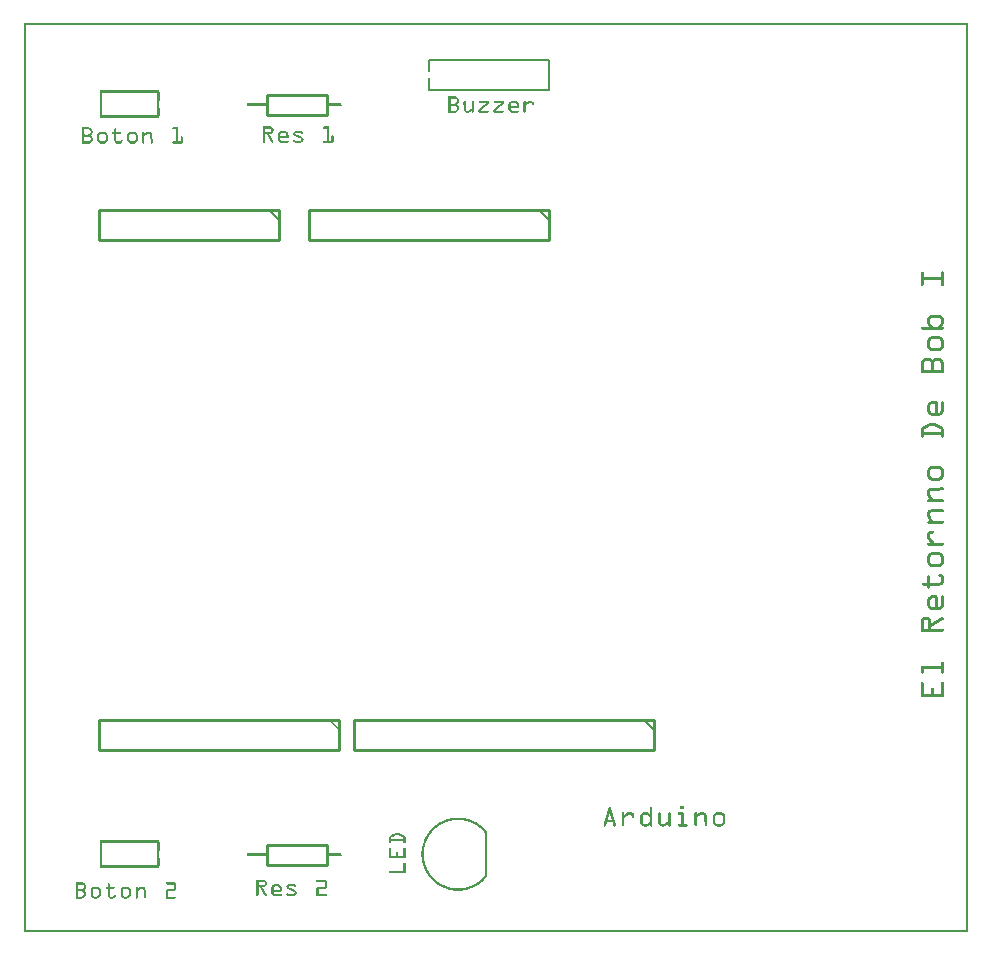
<source format=gto>
G04 MADE WITH FRITZING*
G04 WWW.FRITZING.ORG*
G04 DOUBLE SIDED*
G04 HOLES PLATED*
G04 CONTOUR ON CENTER OF CONTOUR VECTOR*
%ASAXBY*%
%FSLAX23Y23*%
%MOIN*%
%OFA0B0*%
%SFA1.0B1.0*%
%ADD10C,0.010000*%
%ADD11C,0.005000*%
%ADD12C,0.005146*%
%ADD13R,0.001000X0.001000*%
%LNSILK1*%
G90*
G70*
G54D10*
X2102Y710D02*
X1102Y710D01*
D02*
X1102Y710D02*
X1102Y610D01*
D02*
X1102Y610D02*
X2102Y610D01*
D02*
X2102Y610D02*
X2102Y710D01*
G54D11*
D02*
X2067Y710D02*
X2102Y675D01*
G54D10*
D02*
X1052Y710D02*
X252Y710D01*
D02*
X252Y710D02*
X252Y610D01*
D02*
X252Y610D02*
X1052Y610D01*
D02*
X1052Y610D02*
X1052Y710D01*
D02*
X1752Y2410D02*
X952Y2410D01*
D02*
X952Y2410D02*
X952Y2310D01*
D02*
X952Y2310D02*
X1752Y2310D01*
D02*
X1752Y2310D02*
X1752Y2410D01*
G54D11*
D02*
X1717Y2410D02*
X1752Y2375D01*
G54D10*
D02*
X852Y2410D02*
X252Y2410D01*
D02*
X252Y2410D02*
X252Y2310D01*
D02*
X252Y2310D02*
X852Y2310D01*
D02*
X852Y2310D02*
X852Y2410D01*
G54D11*
D02*
X817Y2410D02*
X852Y2375D01*
G54D12*
D02*
X1352Y2810D02*
X1752Y2810D01*
D02*
X1752Y2810D02*
X1752Y2909D01*
D02*
X1752Y2909D02*
X1352Y2909D01*
D02*
X1352Y2810D02*
X1352Y2848D01*
D02*
X1352Y2871D02*
X1352Y2909D01*
G54D10*
D02*
X812Y293D02*
X1012Y293D01*
D02*
X1012Y293D02*
X1012Y227D01*
D02*
X1012Y227D02*
X812Y227D01*
D02*
X812Y227D02*
X812Y293D01*
D02*
X812Y2793D02*
X1012Y2793D01*
D02*
X1012Y2793D02*
X1012Y2727D01*
D02*
X1012Y2727D02*
X812Y2727D01*
D02*
X812Y2727D02*
X812Y2793D01*
G54D13*
X0Y3032D02*
X3148Y3032D01*
X0Y3031D02*
X3148Y3031D01*
X0Y3030D02*
X3148Y3030D01*
X0Y3029D02*
X3148Y3029D01*
X0Y3028D02*
X3148Y3028D01*
X0Y3027D02*
X3148Y3027D01*
X0Y3026D02*
X3148Y3026D01*
X0Y3025D02*
X3148Y3025D01*
X0Y3024D02*
X7Y3024D01*
X3141Y3024D02*
X3148Y3024D01*
X0Y3023D02*
X7Y3023D01*
X3141Y3023D02*
X3148Y3023D01*
X0Y3022D02*
X7Y3022D01*
X3141Y3022D02*
X3148Y3022D01*
X0Y3021D02*
X7Y3021D01*
X3141Y3021D02*
X3148Y3021D01*
X0Y3020D02*
X7Y3020D01*
X3141Y3020D02*
X3148Y3020D01*
X0Y3019D02*
X7Y3019D01*
X3141Y3019D02*
X3148Y3019D01*
X0Y3018D02*
X7Y3018D01*
X3141Y3018D02*
X3148Y3018D01*
X0Y3017D02*
X7Y3017D01*
X3141Y3017D02*
X3148Y3017D01*
X0Y3016D02*
X7Y3016D01*
X3141Y3016D02*
X3148Y3016D01*
X0Y3015D02*
X7Y3015D01*
X3141Y3015D02*
X3148Y3015D01*
X0Y3014D02*
X7Y3014D01*
X3141Y3014D02*
X3148Y3014D01*
X0Y3013D02*
X7Y3013D01*
X3141Y3013D02*
X3148Y3013D01*
X0Y3012D02*
X7Y3012D01*
X3141Y3012D02*
X3148Y3012D01*
X0Y3011D02*
X7Y3011D01*
X3141Y3011D02*
X3148Y3011D01*
X0Y3010D02*
X7Y3010D01*
X3141Y3010D02*
X3148Y3010D01*
X0Y3009D02*
X7Y3009D01*
X3141Y3009D02*
X3148Y3009D01*
X0Y3008D02*
X7Y3008D01*
X3141Y3008D02*
X3148Y3008D01*
X0Y3007D02*
X7Y3007D01*
X3141Y3007D02*
X3148Y3007D01*
X0Y3006D02*
X7Y3006D01*
X3141Y3006D02*
X3148Y3006D01*
X0Y3005D02*
X7Y3005D01*
X3141Y3005D02*
X3148Y3005D01*
X0Y3004D02*
X7Y3004D01*
X3141Y3004D02*
X3148Y3004D01*
X0Y3003D02*
X7Y3003D01*
X3141Y3003D02*
X3148Y3003D01*
X0Y3002D02*
X7Y3002D01*
X3141Y3002D02*
X3148Y3002D01*
X0Y3001D02*
X7Y3001D01*
X3141Y3001D02*
X3148Y3001D01*
X0Y3000D02*
X7Y3000D01*
X3141Y3000D02*
X3148Y3000D01*
X0Y2999D02*
X7Y2999D01*
X3141Y2999D02*
X3148Y2999D01*
X0Y2998D02*
X7Y2998D01*
X3141Y2998D02*
X3148Y2998D01*
X0Y2997D02*
X7Y2997D01*
X3141Y2997D02*
X3148Y2997D01*
X0Y2996D02*
X7Y2996D01*
X3141Y2996D02*
X3148Y2996D01*
X0Y2995D02*
X7Y2995D01*
X3141Y2995D02*
X3148Y2995D01*
X0Y2994D02*
X7Y2994D01*
X3141Y2994D02*
X3148Y2994D01*
X0Y2993D02*
X7Y2993D01*
X3141Y2993D02*
X3148Y2993D01*
X0Y2992D02*
X7Y2992D01*
X3141Y2992D02*
X3148Y2992D01*
X0Y2991D02*
X7Y2991D01*
X3141Y2991D02*
X3148Y2991D01*
X0Y2990D02*
X7Y2990D01*
X3141Y2990D02*
X3148Y2990D01*
X0Y2989D02*
X7Y2989D01*
X3141Y2989D02*
X3148Y2989D01*
X0Y2988D02*
X7Y2988D01*
X3141Y2988D02*
X3148Y2988D01*
X0Y2987D02*
X7Y2987D01*
X3141Y2987D02*
X3148Y2987D01*
X0Y2986D02*
X7Y2986D01*
X3141Y2986D02*
X3148Y2986D01*
X0Y2985D02*
X7Y2985D01*
X3141Y2985D02*
X3148Y2985D01*
X0Y2984D02*
X7Y2984D01*
X3141Y2984D02*
X3148Y2984D01*
X0Y2983D02*
X7Y2983D01*
X3141Y2983D02*
X3148Y2983D01*
X0Y2982D02*
X7Y2982D01*
X3141Y2982D02*
X3148Y2982D01*
X0Y2981D02*
X7Y2981D01*
X3141Y2981D02*
X3148Y2981D01*
X0Y2980D02*
X7Y2980D01*
X3141Y2980D02*
X3148Y2980D01*
X0Y2979D02*
X7Y2979D01*
X3141Y2979D02*
X3148Y2979D01*
X0Y2978D02*
X7Y2978D01*
X3141Y2978D02*
X3148Y2978D01*
X0Y2977D02*
X7Y2977D01*
X3141Y2977D02*
X3148Y2977D01*
X0Y2976D02*
X7Y2976D01*
X3141Y2976D02*
X3148Y2976D01*
X0Y2975D02*
X7Y2975D01*
X3141Y2975D02*
X3148Y2975D01*
X0Y2974D02*
X7Y2974D01*
X3141Y2974D02*
X3148Y2974D01*
X0Y2973D02*
X7Y2973D01*
X3141Y2973D02*
X3148Y2973D01*
X0Y2972D02*
X7Y2972D01*
X3141Y2972D02*
X3148Y2972D01*
X0Y2971D02*
X7Y2971D01*
X3141Y2971D02*
X3148Y2971D01*
X0Y2970D02*
X7Y2970D01*
X3141Y2970D02*
X3148Y2970D01*
X0Y2969D02*
X7Y2969D01*
X3141Y2969D02*
X3148Y2969D01*
X0Y2968D02*
X7Y2968D01*
X3141Y2968D02*
X3148Y2968D01*
X0Y2967D02*
X7Y2967D01*
X3141Y2967D02*
X3148Y2967D01*
X0Y2966D02*
X7Y2966D01*
X3141Y2966D02*
X3148Y2966D01*
X0Y2965D02*
X7Y2965D01*
X3141Y2965D02*
X3148Y2965D01*
X0Y2964D02*
X7Y2964D01*
X3141Y2964D02*
X3148Y2964D01*
X0Y2963D02*
X7Y2963D01*
X3141Y2963D02*
X3148Y2963D01*
X0Y2962D02*
X7Y2962D01*
X3141Y2962D02*
X3148Y2962D01*
X0Y2961D02*
X7Y2961D01*
X3141Y2961D02*
X3148Y2961D01*
X0Y2960D02*
X7Y2960D01*
X3141Y2960D02*
X3148Y2960D01*
X0Y2959D02*
X7Y2959D01*
X3141Y2959D02*
X3148Y2959D01*
X0Y2958D02*
X7Y2958D01*
X3141Y2958D02*
X3148Y2958D01*
X0Y2957D02*
X7Y2957D01*
X3141Y2957D02*
X3148Y2957D01*
X0Y2956D02*
X7Y2956D01*
X3141Y2956D02*
X3148Y2956D01*
X0Y2955D02*
X7Y2955D01*
X3141Y2955D02*
X3148Y2955D01*
X0Y2954D02*
X7Y2954D01*
X3141Y2954D02*
X3148Y2954D01*
X0Y2953D02*
X7Y2953D01*
X3141Y2953D02*
X3148Y2953D01*
X0Y2952D02*
X7Y2952D01*
X3141Y2952D02*
X3148Y2952D01*
X0Y2951D02*
X7Y2951D01*
X3141Y2951D02*
X3148Y2951D01*
X0Y2950D02*
X7Y2950D01*
X3141Y2950D02*
X3148Y2950D01*
X0Y2949D02*
X7Y2949D01*
X3141Y2949D02*
X3148Y2949D01*
X0Y2948D02*
X7Y2948D01*
X3141Y2948D02*
X3148Y2948D01*
X0Y2947D02*
X7Y2947D01*
X3141Y2947D02*
X3148Y2947D01*
X0Y2946D02*
X7Y2946D01*
X3141Y2946D02*
X3148Y2946D01*
X0Y2945D02*
X7Y2945D01*
X3141Y2945D02*
X3148Y2945D01*
X0Y2944D02*
X7Y2944D01*
X3141Y2944D02*
X3148Y2944D01*
X0Y2943D02*
X7Y2943D01*
X3141Y2943D02*
X3148Y2943D01*
X0Y2942D02*
X7Y2942D01*
X3141Y2942D02*
X3148Y2942D01*
X0Y2941D02*
X7Y2941D01*
X3141Y2941D02*
X3148Y2941D01*
X0Y2940D02*
X7Y2940D01*
X3141Y2940D02*
X3148Y2940D01*
X0Y2939D02*
X7Y2939D01*
X3141Y2939D02*
X3148Y2939D01*
X0Y2938D02*
X7Y2938D01*
X3141Y2938D02*
X3148Y2938D01*
X0Y2937D02*
X7Y2937D01*
X3141Y2937D02*
X3148Y2937D01*
X0Y2936D02*
X7Y2936D01*
X3141Y2936D02*
X3148Y2936D01*
X0Y2935D02*
X7Y2935D01*
X3141Y2935D02*
X3148Y2935D01*
X0Y2934D02*
X7Y2934D01*
X3141Y2934D02*
X3148Y2934D01*
X0Y2933D02*
X7Y2933D01*
X3141Y2933D02*
X3148Y2933D01*
X0Y2932D02*
X7Y2932D01*
X3141Y2932D02*
X3148Y2932D01*
X0Y2931D02*
X7Y2931D01*
X3141Y2931D02*
X3148Y2931D01*
X0Y2930D02*
X7Y2930D01*
X3141Y2930D02*
X3148Y2930D01*
X0Y2929D02*
X7Y2929D01*
X3141Y2929D02*
X3148Y2929D01*
X0Y2928D02*
X7Y2928D01*
X3141Y2928D02*
X3148Y2928D01*
X0Y2927D02*
X7Y2927D01*
X3141Y2927D02*
X3148Y2927D01*
X0Y2926D02*
X7Y2926D01*
X3141Y2926D02*
X3148Y2926D01*
X0Y2925D02*
X7Y2925D01*
X3141Y2925D02*
X3148Y2925D01*
X0Y2924D02*
X7Y2924D01*
X3141Y2924D02*
X3148Y2924D01*
X0Y2923D02*
X7Y2923D01*
X3141Y2923D02*
X3148Y2923D01*
X0Y2922D02*
X7Y2922D01*
X3141Y2922D02*
X3148Y2922D01*
X0Y2921D02*
X7Y2921D01*
X3141Y2921D02*
X3148Y2921D01*
X0Y2920D02*
X7Y2920D01*
X3141Y2920D02*
X3148Y2920D01*
X0Y2919D02*
X7Y2919D01*
X3141Y2919D02*
X3148Y2919D01*
X0Y2918D02*
X7Y2918D01*
X3141Y2918D02*
X3148Y2918D01*
X0Y2917D02*
X7Y2917D01*
X3141Y2917D02*
X3148Y2917D01*
X0Y2916D02*
X7Y2916D01*
X3141Y2916D02*
X3148Y2916D01*
X0Y2915D02*
X7Y2915D01*
X3141Y2915D02*
X3148Y2915D01*
X0Y2914D02*
X7Y2914D01*
X3141Y2914D02*
X3148Y2914D01*
X0Y2913D02*
X7Y2913D01*
X3141Y2913D02*
X3148Y2913D01*
X0Y2912D02*
X7Y2912D01*
X3141Y2912D02*
X3148Y2912D01*
X0Y2911D02*
X7Y2911D01*
X3141Y2911D02*
X3148Y2911D01*
X0Y2910D02*
X7Y2910D01*
X3141Y2910D02*
X3148Y2910D01*
X0Y2909D02*
X7Y2909D01*
X3141Y2909D02*
X3148Y2909D01*
X0Y2908D02*
X7Y2908D01*
X3141Y2908D02*
X3148Y2908D01*
X0Y2907D02*
X7Y2907D01*
X3141Y2907D02*
X3148Y2907D01*
X0Y2906D02*
X7Y2906D01*
X3141Y2906D02*
X3148Y2906D01*
X0Y2905D02*
X7Y2905D01*
X3141Y2905D02*
X3148Y2905D01*
X0Y2904D02*
X7Y2904D01*
X3141Y2904D02*
X3148Y2904D01*
X0Y2903D02*
X7Y2903D01*
X3141Y2903D02*
X3148Y2903D01*
X0Y2902D02*
X7Y2902D01*
X3141Y2902D02*
X3148Y2902D01*
X0Y2901D02*
X7Y2901D01*
X3141Y2901D02*
X3148Y2901D01*
X0Y2900D02*
X7Y2900D01*
X3141Y2900D02*
X3148Y2900D01*
X0Y2899D02*
X7Y2899D01*
X3141Y2899D02*
X3148Y2899D01*
X0Y2898D02*
X7Y2898D01*
X3141Y2898D02*
X3148Y2898D01*
X0Y2897D02*
X7Y2897D01*
X3141Y2897D02*
X3148Y2897D01*
X0Y2896D02*
X7Y2896D01*
X3141Y2896D02*
X3148Y2896D01*
X0Y2895D02*
X7Y2895D01*
X3141Y2895D02*
X3148Y2895D01*
X0Y2894D02*
X7Y2894D01*
X3141Y2894D02*
X3148Y2894D01*
X0Y2893D02*
X7Y2893D01*
X3141Y2893D02*
X3148Y2893D01*
X0Y2892D02*
X7Y2892D01*
X3141Y2892D02*
X3148Y2892D01*
X0Y2891D02*
X7Y2891D01*
X3141Y2891D02*
X3148Y2891D01*
X0Y2890D02*
X7Y2890D01*
X3141Y2890D02*
X3148Y2890D01*
X0Y2889D02*
X7Y2889D01*
X3141Y2889D02*
X3148Y2889D01*
X0Y2888D02*
X7Y2888D01*
X3141Y2888D02*
X3148Y2888D01*
X0Y2887D02*
X7Y2887D01*
X3141Y2887D02*
X3148Y2887D01*
X0Y2886D02*
X7Y2886D01*
X3141Y2886D02*
X3148Y2886D01*
X0Y2885D02*
X7Y2885D01*
X3141Y2885D02*
X3148Y2885D01*
X0Y2884D02*
X7Y2884D01*
X3141Y2884D02*
X3148Y2884D01*
X0Y2883D02*
X7Y2883D01*
X3141Y2883D02*
X3148Y2883D01*
X0Y2882D02*
X7Y2882D01*
X3141Y2882D02*
X3148Y2882D01*
X0Y2881D02*
X7Y2881D01*
X3141Y2881D02*
X3148Y2881D01*
X0Y2880D02*
X7Y2880D01*
X3141Y2880D02*
X3148Y2880D01*
X0Y2879D02*
X7Y2879D01*
X3141Y2879D02*
X3148Y2879D01*
X0Y2878D02*
X7Y2878D01*
X3141Y2878D02*
X3148Y2878D01*
X0Y2877D02*
X7Y2877D01*
X3141Y2877D02*
X3148Y2877D01*
X0Y2876D02*
X7Y2876D01*
X3141Y2876D02*
X3148Y2876D01*
X0Y2875D02*
X7Y2875D01*
X3141Y2875D02*
X3148Y2875D01*
X0Y2874D02*
X7Y2874D01*
X3141Y2874D02*
X3148Y2874D01*
X0Y2873D02*
X7Y2873D01*
X3141Y2873D02*
X3148Y2873D01*
X0Y2872D02*
X7Y2872D01*
X3141Y2872D02*
X3148Y2872D01*
X0Y2871D02*
X7Y2871D01*
X3141Y2871D02*
X3148Y2871D01*
X0Y2870D02*
X7Y2870D01*
X3141Y2870D02*
X3148Y2870D01*
X0Y2869D02*
X7Y2869D01*
X3141Y2869D02*
X3148Y2869D01*
X0Y2868D02*
X7Y2868D01*
X3141Y2868D02*
X3148Y2868D01*
X0Y2867D02*
X7Y2867D01*
X3141Y2867D02*
X3148Y2867D01*
X0Y2866D02*
X7Y2866D01*
X3141Y2866D02*
X3148Y2866D01*
X0Y2865D02*
X7Y2865D01*
X3141Y2865D02*
X3148Y2865D01*
X0Y2864D02*
X7Y2864D01*
X3141Y2864D02*
X3148Y2864D01*
X0Y2863D02*
X7Y2863D01*
X3141Y2863D02*
X3148Y2863D01*
X0Y2862D02*
X7Y2862D01*
X3141Y2862D02*
X3148Y2862D01*
X0Y2861D02*
X7Y2861D01*
X3141Y2861D02*
X3148Y2861D01*
X0Y2860D02*
X7Y2860D01*
X3141Y2860D02*
X3148Y2860D01*
X0Y2859D02*
X7Y2859D01*
X3141Y2859D02*
X3148Y2859D01*
X0Y2858D02*
X7Y2858D01*
X3141Y2858D02*
X3148Y2858D01*
X0Y2857D02*
X7Y2857D01*
X3141Y2857D02*
X3148Y2857D01*
X0Y2856D02*
X7Y2856D01*
X3141Y2856D02*
X3148Y2856D01*
X0Y2855D02*
X7Y2855D01*
X3141Y2855D02*
X3148Y2855D01*
X0Y2854D02*
X7Y2854D01*
X3141Y2854D02*
X3148Y2854D01*
X0Y2853D02*
X7Y2853D01*
X3141Y2853D02*
X3148Y2853D01*
X0Y2852D02*
X7Y2852D01*
X3141Y2852D02*
X3148Y2852D01*
X0Y2851D02*
X7Y2851D01*
X3141Y2851D02*
X3148Y2851D01*
X0Y2850D02*
X7Y2850D01*
X3141Y2850D02*
X3148Y2850D01*
X0Y2849D02*
X7Y2849D01*
X3141Y2849D02*
X3148Y2849D01*
X0Y2848D02*
X7Y2848D01*
X3141Y2848D02*
X3148Y2848D01*
X0Y2847D02*
X7Y2847D01*
X3141Y2847D02*
X3148Y2847D01*
X0Y2846D02*
X7Y2846D01*
X3141Y2846D02*
X3148Y2846D01*
X0Y2845D02*
X7Y2845D01*
X3141Y2845D02*
X3148Y2845D01*
X0Y2844D02*
X7Y2844D01*
X3141Y2844D02*
X3148Y2844D01*
X0Y2843D02*
X7Y2843D01*
X3141Y2843D02*
X3148Y2843D01*
X0Y2842D02*
X7Y2842D01*
X3141Y2842D02*
X3148Y2842D01*
X0Y2841D02*
X7Y2841D01*
X3141Y2841D02*
X3148Y2841D01*
X0Y2840D02*
X7Y2840D01*
X3141Y2840D02*
X3148Y2840D01*
X0Y2839D02*
X7Y2839D01*
X3141Y2839D02*
X3148Y2839D01*
X0Y2838D02*
X7Y2838D01*
X3141Y2838D02*
X3148Y2838D01*
X0Y2837D02*
X7Y2837D01*
X3141Y2837D02*
X3148Y2837D01*
X0Y2836D02*
X7Y2836D01*
X3141Y2836D02*
X3148Y2836D01*
X0Y2835D02*
X7Y2835D01*
X3141Y2835D02*
X3148Y2835D01*
X0Y2834D02*
X7Y2834D01*
X3141Y2834D02*
X3148Y2834D01*
X0Y2833D02*
X7Y2833D01*
X3141Y2833D02*
X3148Y2833D01*
X0Y2832D02*
X7Y2832D01*
X3141Y2832D02*
X3148Y2832D01*
X0Y2831D02*
X7Y2831D01*
X3141Y2831D02*
X3148Y2831D01*
X0Y2830D02*
X7Y2830D01*
X3141Y2830D02*
X3148Y2830D01*
X0Y2829D02*
X7Y2829D01*
X3141Y2829D02*
X3148Y2829D01*
X0Y2828D02*
X7Y2828D01*
X3141Y2828D02*
X3148Y2828D01*
X0Y2827D02*
X7Y2827D01*
X3141Y2827D02*
X3148Y2827D01*
X0Y2826D02*
X7Y2826D01*
X3141Y2826D02*
X3148Y2826D01*
X0Y2825D02*
X7Y2825D01*
X3141Y2825D02*
X3148Y2825D01*
X0Y2824D02*
X7Y2824D01*
X3141Y2824D02*
X3148Y2824D01*
X0Y2823D02*
X7Y2823D01*
X3141Y2823D02*
X3148Y2823D01*
X0Y2822D02*
X7Y2822D01*
X3141Y2822D02*
X3148Y2822D01*
X0Y2821D02*
X7Y2821D01*
X3141Y2821D02*
X3148Y2821D01*
X0Y2820D02*
X7Y2820D01*
X3141Y2820D02*
X3148Y2820D01*
X0Y2819D02*
X7Y2819D01*
X3141Y2819D02*
X3148Y2819D01*
X0Y2818D02*
X7Y2818D01*
X3141Y2818D02*
X3148Y2818D01*
X0Y2817D02*
X7Y2817D01*
X3141Y2817D02*
X3148Y2817D01*
X0Y2816D02*
X7Y2816D01*
X3141Y2816D02*
X3148Y2816D01*
X0Y2815D02*
X7Y2815D01*
X3141Y2815D02*
X3148Y2815D01*
X0Y2814D02*
X7Y2814D01*
X3141Y2814D02*
X3148Y2814D01*
X0Y2813D02*
X7Y2813D01*
X3141Y2813D02*
X3148Y2813D01*
X0Y2812D02*
X7Y2812D01*
X3141Y2812D02*
X3148Y2812D01*
X0Y2811D02*
X7Y2811D01*
X3141Y2811D02*
X3148Y2811D01*
X0Y2810D02*
X7Y2810D01*
X3141Y2810D02*
X3148Y2810D01*
X0Y2809D02*
X7Y2809D01*
X3141Y2809D02*
X3148Y2809D01*
X0Y2808D02*
X7Y2808D01*
X3141Y2808D02*
X3148Y2808D01*
X0Y2807D02*
X7Y2807D01*
X256Y2807D02*
X450Y2807D01*
X3141Y2807D02*
X3148Y2807D01*
X0Y2806D02*
X7Y2806D01*
X256Y2806D02*
X450Y2806D01*
X3141Y2806D02*
X3148Y2806D01*
X0Y2805D02*
X7Y2805D01*
X256Y2805D02*
X450Y2805D01*
X3141Y2805D02*
X3148Y2805D01*
X0Y2804D02*
X7Y2804D01*
X256Y2804D02*
X450Y2804D01*
X3141Y2804D02*
X3148Y2804D01*
X0Y2803D02*
X7Y2803D01*
X256Y2803D02*
X450Y2803D01*
X3141Y2803D02*
X3148Y2803D01*
X0Y2802D02*
X7Y2802D01*
X253Y2802D02*
X455Y2802D01*
X3141Y2802D02*
X3148Y2802D01*
X0Y2801D02*
X7Y2801D01*
X253Y2801D02*
X455Y2801D01*
X3141Y2801D02*
X3148Y2801D01*
X0Y2800D02*
X7Y2800D01*
X253Y2800D02*
X455Y2800D01*
X3141Y2800D02*
X3148Y2800D01*
X0Y2799D02*
X7Y2799D01*
X253Y2799D02*
X455Y2799D01*
X3141Y2799D02*
X3148Y2799D01*
X0Y2798D02*
X7Y2798D01*
X253Y2798D02*
X455Y2798D01*
X3141Y2798D02*
X3148Y2798D01*
X0Y2797D02*
X7Y2797D01*
X253Y2797D02*
X260Y2797D01*
X446Y2797D02*
X455Y2797D01*
X3141Y2797D02*
X3148Y2797D01*
X0Y2796D02*
X7Y2796D01*
X253Y2796D02*
X260Y2796D01*
X446Y2796D02*
X455Y2796D01*
X3141Y2796D02*
X3148Y2796D01*
X0Y2795D02*
X7Y2795D01*
X253Y2795D02*
X260Y2795D01*
X446Y2795D02*
X455Y2795D01*
X3141Y2795D02*
X3148Y2795D01*
X0Y2794D02*
X7Y2794D01*
X253Y2794D02*
X260Y2794D01*
X446Y2794D02*
X455Y2794D01*
X3141Y2794D02*
X3148Y2794D01*
X0Y2793D02*
X7Y2793D01*
X253Y2793D02*
X260Y2793D01*
X446Y2793D02*
X455Y2793D01*
X3141Y2793D02*
X3148Y2793D01*
X0Y2792D02*
X7Y2792D01*
X253Y2792D02*
X260Y2792D01*
X446Y2792D02*
X455Y2792D01*
X3141Y2792D02*
X3148Y2792D01*
X0Y2791D02*
X7Y2791D01*
X253Y2791D02*
X260Y2791D01*
X446Y2791D02*
X455Y2791D01*
X3141Y2791D02*
X3148Y2791D01*
X0Y2790D02*
X7Y2790D01*
X253Y2790D02*
X260Y2790D01*
X446Y2790D02*
X455Y2790D01*
X3141Y2790D02*
X3148Y2790D01*
X0Y2789D02*
X7Y2789D01*
X253Y2789D02*
X260Y2789D01*
X446Y2789D02*
X455Y2789D01*
X3141Y2789D02*
X3148Y2789D01*
X0Y2788D02*
X7Y2788D01*
X253Y2788D02*
X260Y2788D01*
X446Y2788D02*
X455Y2788D01*
X3141Y2788D02*
X3148Y2788D01*
X0Y2787D02*
X7Y2787D01*
X253Y2787D02*
X260Y2787D01*
X446Y2787D02*
X455Y2787D01*
X1416Y2787D02*
X1439Y2787D01*
X3141Y2787D02*
X3148Y2787D01*
X0Y2786D02*
X7Y2786D01*
X253Y2786D02*
X260Y2786D01*
X446Y2786D02*
X455Y2786D01*
X1416Y2786D02*
X1442Y2786D01*
X3141Y2786D02*
X3148Y2786D01*
X0Y2785D02*
X7Y2785D01*
X253Y2785D02*
X260Y2785D01*
X446Y2785D02*
X455Y2785D01*
X1416Y2785D02*
X1444Y2785D01*
X3141Y2785D02*
X3148Y2785D01*
X0Y2784D02*
X7Y2784D01*
X253Y2784D02*
X260Y2784D01*
X446Y2784D02*
X455Y2784D01*
X1416Y2784D02*
X1445Y2784D01*
X3141Y2784D02*
X3148Y2784D01*
X0Y2783D02*
X7Y2783D01*
X253Y2783D02*
X260Y2783D01*
X446Y2783D02*
X455Y2783D01*
X1416Y2783D02*
X1446Y2783D01*
X3141Y2783D02*
X3148Y2783D01*
X0Y2782D02*
X7Y2782D01*
X253Y2782D02*
X260Y2782D01*
X446Y2782D02*
X454Y2782D01*
X1416Y2782D02*
X1447Y2782D01*
X3141Y2782D02*
X3148Y2782D01*
X0Y2781D02*
X7Y2781D01*
X253Y2781D02*
X260Y2781D01*
X446Y2781D02*
X454Y2781D01*
X1416Y2781D02*
X1447Y2781D01*
X3141Y2781D02*
X3148Y2781D01*
X0Y2780D02*
X7Y2780D01*
X253Y2780D02*
X260Y2780D01*
X446Y2780D02*
X453Y2780D01*
X1416Y2780D02*
X1422Y2780D01*
X1439Y2780D02*
X1448Y2780D01*
X3141Y2780D02*
X3148Y2780D01*
X0Y2779D02*
X7Y2779D01*
X253Y2779D02*
X260Y2779D01*
X446Y2779D02*
X453Y2779D01*
X1416Y2779D02*
X1422Y2779D01*
X1441Y2779D02*
X1449Y2779D01*
X3141Y2779D02*
X3148Y2779D01*
X0Y2778D02*
X7Y2778D01*
X253Y2778D02*
X260Y2778D01*
X446Y2778D02*
X453Y2778D01*
X1416Y2778D02*
X1422Y2778D01*
X1442Y2778D02*
X1449Y2778D01*
X3141Y2778D02*
X3148Y2778D01*
X0Y2777D02*
X7Y2777D01*
X253Y2777D02*
X260Y2777D01*
X446Y2777D02*
X452Y2777D01*
X1416Y2777D02*
X1422Y2777D01*
X1443Y2777D02*
X1449Y2777D01*
X3141Y2777D02*
X3148Y2777D01*
X0Y2776D02*
X7Y2776D01*
X253Y2776D02*
X260Y2776D01*
X446Y2776D02*
X452Y2776D01*
X1416Y2776D02*
X1422Y2776D01*
X1443Y2776D02*
X1450Y2776D01*
X3141Y2776D02*
X3148Y2776D01*
X0Y2775D02*
X7Y2775D01*
X253Y2775D02*
X260Y2775D01*
X446Y2775D02*
X452Y2775D01*
X1416Y2775D02*
X1422Y2775D01*
X1444Y2775D02*
X1450Y2775D01*
X3141Y2775D02*
X3148Y2775D01*
X0Y2774D02*
X7Y2774D01*
X253Y2774D02*
X260Y2774D01*
X446Y2774D02*
X452Y2774D01*
X1416Y2774D02*
X1422Y2774D01*
X1444Y2774D02*
X1450Y2774D01*
X3141Y2774D02*
X3148Y2774D01*
X0Y2773D02*
X7Y2773D01*
X253Y2773D02*
X260Y2773D01*
X446Y2773D02*
X451Y2773D01*
X1416Y2773D02*
X1422Y2773D01*
X1444Y2773D02*
X1450Y2773D01*
X3141Y2773D02*
X3148Y2773D01*
X0Y2772D02*
X7Y2772D01*
X253Y2772D02*
X260Y2772D01*
X446Y2772D02*
X451Y2772D01*
X1416Y2772D02*
X1422Y2772D01*
X1444Y2772D02*
X1450Y2772D01*
X1468Y2772D02*
X1471Y2772D01*
X1495Y2772D02*
X1498Y2772D01*
X1519Y2772D02*
X1548Y2772D01*
X1569Y2772D02*
X1598Y2772D01*
X1625Y2772D02*
X1641Y2772D01*
X1667Y2772D02*
X1671Y2772D01*
X1681Y2772D02*
X1693Y2772D01*
X3141Y2772D02*
X3148Y2772D01*
X0Y2771D02*
X7Y2771D01*
X253Y2771D02*
X260Y2771D01*
X446Y2771D02*
X451Y2771D01*
X1416Y2771D02*
X1422Y2771D01*
X1444Y2771D02*
X1450Y2771D01*
X1467Y2771D02*
X1472Y2771D01*
X1494Y2771D02*
X1499Y2771D01*
X1518Y2771D02*
X1549Y2771D01*
X1568Y2771D02*
X1599Y2771D01*
X1623Y2771D02*
X1643Y2771D01*
X1667Y2771D02*
X1672Y2771D01*
X1680Y2771D02*
X1695Y2771D01*
X3141Y2771D02*
X3148Y2771D01*
X0Y2770D02*
X7Y2770D01*
X253Y2770D02*
X260Y2770D01*
X446Y2770D02*
X451Y2770D01*
X1416Y2770D02*
X1422Y2770D01*
X1444Y2770D02*
X1450Y2770D01*
X1466Y2770D02*
X1472Y2770D01*
X1494Y2770D02*
X1500Y2770D01*
X1518Y2770D02*
X1550Y2770D01*
X1568Y2770D02*
X1600Y2770D01*
X1622Y2770D02*
X1644Y2770D01*
X1666Y2770D02*
X1672Y2770D01*
X1679Y2770D02*
X1696Y2770D01*
X3141Y2770D02*
X3148Y2770D01*
X0Y2769D02*
X7Y2769D01*
X253Y2769D02*
X260Y2769D01*
X446Y2769D02*
X451Y2769D01*
X1416Y2769D02*
X1422Y2769D01*
X1443Y2769D02*
X1450Y2769D01*
X1466Y2769D02*
X1472Y2769D01*
X1494Y2769D02*
X1500Y2769D01*
X1518Y2769D02*
X1550Y2769D01*
X1568Y2769D02*
X1600Y2769D01*
X1621Y2769D02*
X1645Y2769D01*
X1666Y2769D02*
X1672Y2769D01*
X1678Y2769D02*
X1697Y2769D01*
X3141Y2769D02*
X3148Y2769D01*
X0Y2768D02*
X7Y2768D01*
X253Y2768D02*
X260Y2768D01*
X446Y2768D02*
X450Y2768D01*
X1416Y2768D02*
X1422Y2768D01*
X1443Y2768D02*
X1449Y2768D01*
X1466Y2768D02*
X1472Y2768D01*
X1494Y2768D02*
X1500Y2768D01*
X1518Y2768D02*
X1550Y2768D01*
X1568Y2768D02*
X1600Y2768D01*
X1620Y2768D02*
X1646Y2768D01*
X1666Y2768D02*
X1672Y2768D01*
X1676Y2768D02*
X1698Y2768D01*
X3141Y2768D02*
X3148Y2768D01*
X0Y2767D02*
X7Y2767D01*
X253Y2767D02*
X260Y2767D01*
X446Y2767D02*
X450Y2767D01*
X1416Y2767D02*
X1422Y2767D01*
X1442Y2767D02*
X1449Y2767D01*
X1466Y2767D02*
X1472Y2767D01*
X1494Y2767D02*
X1500Y2767D01*
X1519Y2767D02*
X1550Y2767D01*
X1569Y2767D02*
X1600Y2767D01*
X1619Y2767D02*
X1647Y2767D01*
X1666Y2767D02*
X1672Y2767D01*
X1675Y2767D02*
X1699Y2767D01*
X3141Y2767D02*
X3148Y2767D01*
X0Y2766D02*
X7Y2766D01*
X253Y2766D02*
X260Y2766D01*
X446Y2766D02*
X450Y2766D01*
X744Y2766D02*
X810Y2766D01*
X1011Y2766D02*
X1059Y2766D01*
X1416Y2766D02*
X1422Y2766D01*
X1442Y2766D02*
X1449Y2766D01*
X1466Y2766D02*
X1472Y2766D01*
X1494Y2766D02*
X1500Y2766D01*
X1520Y2766D02*
X1550Y2766D01*
X1570Y2766D02*
X1600Y2766D01*
X1618Y2766D02*
X1648Y2766D01*
X1666Y2766D02*
X1672Y2766D01*
X1674Y2766D02*
X1699Y2766D01*
X3141Y2766D02*
X3148Y2766D01*
X0Y2765D02*
X7Y2765D01*
X253Y2765D02*
X260Y2765D01*
X446Y2765D02*
X450Y2765D01*
X744Y2765D02*
X810Y2765D01*
X1011Y2765D02*
X1059Y2765D01*
X1416Y2765D02*
X1422Y2765D01*
X1440Y2765D02*
X1448Y2765D01*
X1466Y2765D02*
X1472Y2765D01*
X1494Y2765D02*
X1500Y2765D01*
X1541Y2765D02*
X1549Y2765D01*
X1591Y2765D02*
X1599Y2765D01*
X1617Y2765D02*
X1626Y2765D01*
X1640Y2765D02*
X1649Y2765D01*
X1666Y2765D02*
X1683Y2765D01*
X1692Y2765D02*
X1699Y2765D01*
X3141Y2765D02*
X3148Y2765D01*
X0Y2764D02*
X7Y2764D01*
X253Y2764D02*
X260Y2764D01*
X446Y2764D02*
X450Y2764D01*
X744Y2764D02*
X810Y2764D01*
X1011Y2764D02*
X1058Y2764D01*
X1416Y2764D02*
X1423Y2764D01*
X1437Y2764D02*
X1448Y2764D01*
X1466Y2764D02*
X1472Y2764D01*
X1494Y2764D02*
X1500Y2764D01*
X1540Y2764D02*
X1549Y2764D01*
X1590Y2764D02*
X1599Y2764D01*
X1617Y2764D02*
X1625Y2764D01*
X1641Y2764D02*
X1649Y2764D01*
X1666Y2764D02*
X1682Y2764D01*
X1693Y2764D02*
X1700Y2764D01*
X3141Y2764D02*
X3148Y2764D01*
X0Y2763D02*
X7Y2763D01*
X253Y2763D02*
X260Y2763D01*
X446Y2763D02*
X450Y2763D01*
X744Y2763D02*
X810Y2763D01*
X1011Y2763D02*
X1058Y2763D01*
X1416Y2763D02*
X1447Y2763D01*
X1466Y2763D02*
X1472Y2763D01*
X1494Y2763D02*
X1500Y2763D01*
X1539Y2763D02*
X1548Y2763D01*
X1589Y2763D02*
X1598Y2763D01*
X1617Y2763D02*
X1624Y2763D01*
X1642Y2763D02*
X1649Y2763D01*
X1666Y2763D02*
X1680Y2763D01*
X1694Y2763D02*
X1700Y2763D01*
X3141Y2763D02*
X3148Y2763D01*
X0Y2762D02*
X7Y2762D01*
X253Y2762D02*
X260Y2762D01*
X446Y2762D02*
X450Y2762D01*
X744Y2762D02*
X810Y2762D01*
X1011Y2762D02*
X1058Y2762D01*
X1416Y2762D02*
X1446Y2762D01*
X1466Y2762D02*
X1472Y2762D01*
X1494Y2762D02*
X1500Y2762D01*
X1538Y2762D02*
X1547Y2762D01*
X1588Y2762D02*
X1597Y2762D01*
X1616Y2762D02*
X1623Y2762D01*
X1643Y2762D02*
X1650Y2762D01*
X1666Y2762D02*
X1679Y2762D01*
X1694Y2762D02*
X1700Y2762D01*
X3141Y2762D02*
X3148Y2762D01*
X0Y2761D02*
X7Y2761D01*
X253Y2761D02*
X260Y2761D01*
X446Y2761D02*
X450Y2761D01*
X744Y2761D02*
X810Y2761D01*
X1011Y2761D02*
X1058Y2761D01*
X1416Y2761D02*
X1445Y2761D01*
X1466Y2761D02*
X1472Y2761D01*
X1494Y2761D02*
X1500Y2761D01*
X1537Y2761D02*
X1546Y2761D01*
X1587Y2761D02*
X1596Y2761D01*
X1616Y2761D02*
X1622Y2761D01*
X1644Y2761D02*
X1650Y2761D01*
X1666Y2761D02*
X1678Y2761D01*
X1694Y2761D02*
X1700Y2761D01*
X3141Y2761D02*
X3148Y2761D01*
X0Y2760D02*
X7Y2760D01*
X253Y2760D02*
X260Y2760D01*
X446Y2760D02*
X450Y2760D01*
X744Y2760D02*
X810Y2760D01*
X1011Y2760D02*
X1058Y2760D01*
X1416Y2760D02*
X1445Y2760D01*
X1466Y2760D02*
X1472Y2760D01*
X1494Y2760D02*
X1500Y2760D01*
X1536Y2760D02*
X1545Y2760D01*
X1586Y2760D02*
X1595Y2760D01*
X1616Y2760D02*
X1622Y2760D01*
X1644Y2760D02*
X1650Y2760D01*
X1666Y2760D02*
X1677Y2760D01*
X1694Y2760D02*
X1700Y2760D01*
X3141Y2760D02*
X3148Y2760D01*
X0Y2759D02*
X7Y2759D01*
X253Y2759D02*
X260Y2759D01*
X446Y2759D02*
X450Y2759D01*
X744Y2759D02*
X810Y2759D01*
X1011Y2759D02*
X1058Y2759D01*
X1416Y2759D02*
X1446Y2759D01*
X1466Y2759D02*
X1472Y2759D01*
X1494Y2759D02*
X1500Y2759D01*
X1535Y2759D02*
X1544Y2759D01*
X1585Y2759D02*
X1594Y2759D01*
X1616Y2759D02*
X1622Y2759D01*
X1644Y2759D02*
X1650Y2759D01*
X1666Y2759D02*
X1676Y2759D01*
X1694Y2759D02*
X1699Y2759D01*
X3141Y2759D02*
X3148Y2759D01*
X0Y2758D02*
X7Y2758D01*
X253Y2758D02*
X260Y2758D01*
X446Y2758D02*
X450Y2758D01*
X744Y2758D02*
X810Y2758D01*
X1011Y2758D02*
X1058Y2758D01*
X1416Y2758D02*
X1447Y2758D01*
X1467Y2758D02*
X1472Y2758D01*
X1494Y2758D02*
X1500Y2758D01*
X1534Y2758D02*
X1543Y2758D01*
X1584Y2758D02*
X1593Y2758D01*
X1616Y2758D02*
X1622Y2758D01*
X1644Y2758D02*
X1650Y2758D01*
X1666Y2758D02*
X1675Y2758D01*
X1695Y2758D02*
X1699Y2758D01*
X3141Y2758D02*
X3148Y2758D01*
X0Y2757D02*
X7Y2757D01*
X253Y2757D02*
X260Y2757D01*
X446Y2757D02*
X450Y2757D01*
X744Y2757D02*
X810Y2757D01*
X1011Y2757D02*
X1059Y2757D01*
X1416Y2757D02*
X1448Y2757D01*
X1467Y2757D02*
X1473Y2757D01*
X1494Y2757D02*
X1500Y2757D01*
X1532Y2757D02*
X1542Y2757D01*
X1582Y2757D02*
X1592Y2757D01*
X1616Y2757D02*
X1622Y2757D01*
X1644Y2757D02*
X1650Y2757D01*
X1666Y2757D02*
X1673Y2757D01*
X3141Y2757D02*
X3148Y2757D01*
X0Y2756D02*
X7Y2756D01*
X253Y2756D02*
X260Y2756D01*
X446Y2756D02*
X450Y2756D01*
X1416Y2756D02*
X1422Y2756D01*
X1440Y2756D02*
X1448Y2756D01*
X1467Y2756D02*
X1473Y2756D01*
X1494Y2756D02*
X1500Y2756D01*
X1531Y2756D02*
X1541Y2756D01*
X1581Y2756D02*
X1591Y2756D01*
X1616Y2756D02*
X1622Y2756D01*
X1644Y2756D02*
X1650Y2756D01*
X1666Y2756D02*
X1672Y2756D01*
X3141Y2756D02*
X3148Y2756D01*
X0Y2755D02*
X7Y2755D01*
X253Y2755D02*
X260Y2755D01*
X446Y2755D02*
X450Y2755D01*
X1416Y2755D02*
X1422Y2755D01*
X1441Y2755D02*
X1449Y2755D01*
X1467Y2755D02*
X1473Y2755D01*
X1494Y2755D02*
X1500Y2755D01*
X1530Y2755D02*
X1539Y2755D01*
X1580Y2755D02*
X1589Y2755D01*
X1616Y2755D02*
X1650Y2755D01*
X1666Y2755D02*
X1672Y2755D01*
X3141Y2755D02*
X3148Y2755D01*
X0Y2754D02*
X7Y2754D01*
X253Y2754D02*
X260Y2754D01*
X446Y2754D02*
X451Y2754D01*
X1416Y2754D02*
X1422Y2754D01*
X1442Y2754D02*
X1449Y2754D01*
X1467Y2754D02*
X1473Y2754D01*
X1494Y2754D02*
X1500Y2754D01*
X1529Y2754D02*
X1538Y2754D01*
X1579Y2754D02*
X1588Y2754D01*
X1616Y2754D02*
X1650Y2754D01*
X1666Y2754D02*
X1672Y2754D01*
X3141Y2754D02*
X3148Y2754D01*
X0Y2753D02*
X7Y2753D01*
X253Y2753D02*
X260Y2753D01*
X446Y2753D02*
X451Y2753D01*
X1416Y2753D02*
X1422Y2753D01*
X1443Y2753D02*
X1449Y2753D01*
X1467Y2753D02*
X1473Y2753D01*
X1494Y2753D02*
X1500Y2753D01*
X1528Y2753D02*
X1537Y2753D01*
X1578Y2753D02*
X1587Y2753D01*
X1616Y2753D02*
X1650Y2753D01*
X1666Y2753D02*
X1672Y2753D01*
X3141Y2753D02*
X3148Y2753D01*
X0Y2752D02*
X7Y2752D01*
X253Y2752D02*
X260Y2752D01*
X446Y2752D02*
X451Y2752D01*
X1416Y2752D02*
X1422Y2752D01*
X1443Y2752D02*
X1450Y2752D01*
X1467Y2752D02*
X1473Y2752D01*
X1494Y2752D02*
X1500Y2752D01*
X1527Y2752D02*
X1536Y2752D01*
X1577Y2752D02*
X1586Y2752D01*
X1616Y2752D02*
X1650Y2752D01*
X1666Y2752D02*
X1672Y2752D01*
X3141Y2752D02*
X3148Y2752D01*
X0Y2751D02*
X7Y2751D01*
X253Y2751D02*
X260Y2751D01*
X446Y2751D02*
X451Y2751D01*
X1416Y2751D02*
X1422Y2751D01*
X1444Y2751D02*
X1450Y2751D01*
X1467Y2751D02*
X1473Y2751D01*
X1494Y2751D02*
X1500Y2751D01*
X1526Y2751D02*
X1535Y2751D01*
X1576Y2751D02*
X1585Y2751D01*
X1616Y2751D02*
X1650Y2751D01*
X1666Y2751D02*
X1672Y2751D01*
X3141Y2751D02*
X3148Y2751D01*
X0Y2750D02*
X7Y2750D01*
X253Y2750D02*
X260Y2750D01*
X446Y2750D02*
X451Y2750D01*
X1416Y2750D02*
X1422Y2750D01*
X1444Y2750D02*
X1450Y2750D01*
X1467Y2750D02*
X1473Y2750D01*
X1494Y2750D02*
X1500Y2750D01*
X1525Y2750D02*
X1534Y2750D01*
X1575Y2750D02*
X1584Y2750D01*
X1616Y2750D02*
X1649Y2750D01*
X1666Y2750D02*
X1672Y2750D01*
X3141Y2750D02*
X3148Y2750D01*
X0Y2749D02*
X7Y2749D01*
X253Y2749D02*
X260Y2749D01*
X446Y2749D02*
X452Y2749D01*
X1416Y2749D02*
X1422Y2749D01*
X1444Y2749D02*
X1450Y2749D01*
X1467Y2749D02*
X1473Y2749D01*
X1494Y2749D02*
X1500Y2749D01*
X1524Y2749D02*
X1533Y2749D01*
X1574Y2749D02*
X1583Y2749D01*
X1616Y2749D02*
X1648Y2749D01*
X1666Y2749D02*
X1672Y2749D01*
X3141Y2749D02*
X3148Y2749D01*
X0Y2748D02*
X7Y2748D01*
X253Y2748D02*
X260Y2748D01*
X446Y2748D02*
X452Y2748D01*
X1416Y2748D02*
X1422Y2748D01*
X1444Y2748D02*
X1450Y2748D01*
X1467Y2748D02*
X1473Y2748D01*
X1494Y2748D02*
X1500Y2748D01*
X1523Y2748D02*
X1532Y2748D01*
X1573Y2748D02*
X1582Y2748D01*
X1616Y2748D02*
X1623Y2748D01*
X1666Y2748D02*
X1672Y2748D01*
X3141Y2748D02*
X3148Y2748D01*
X0Y2747D02*
X7Y2747D01*
X253Y2747D02*
X260Y2747D01*
X446Y2747D02*
X452Y2747D01*
X1416Y2747D02*
X1422Y2747D01*
X1444Y2747D02*
X1450Y2747D01*
X1467Y2747D02*
X1473Y2747D01*
X1493Y2747D02*
X1500Y2747D01*
X1522Y2747D02*
X1531Y2747D01*
X1572Y2747D02*
X1581Y2747D01*
X1616Y2747D02*
X1622Y2747D01*
X1666Y2747D02*
X1672Y2747D01*
X3141Y2747D02*
X3148Y2747D01*
X0Y2746D02*
X7Y2746D01*
X253Y2746D02*
X260Y2746D01*
X446Y2746D02*
X452Y2746D01*
X1416Y2746D02*
X1422Y2746D01*
X1444Y2746D02*
X1450Y2746D01*
X1467Y2746D02*
X1473Y2746D01*
X1491Y2746D02*
X1500Y2746D01*
X1521Y2746D02*
X1530Y2746D01*
X1571Y2746D02*
X1580Y2746D01*
X1616Y2746D02*
X1622Y2746D01*
X1666Y2746D02*
X1672Y2746D01*
X3141Y2746D02*
X3148Y2746D01*
X0Y2745D02*
X7Y2745D01*
X253Y2745D02*
X260Y2745D01*
X446Y2745D02*
X453Y2745D01*
X1416Y2745D02*
X1422Y2745D01*
X1443Y2745D02*
X1450Y2745D01*
X1467Y2745D02*
X1473Y2745D01*
X1490Y2745D02*
X1500Y2745D01*
X1520Y2745D02*
X1529Y2745D01*
X1570Y2745D02*
X1579Y2745D01*
X1616Y2745D02*
X1622Y2745D01*
X1666Y2745D02*
X1672Y2745D01*
X3141Y2745D02*
X3148Y2745D01*
X0Y2744D02*
X7Y2744D01*
X253Y2744D02*
X260Y2744D01*
X446Y2744D02*
X453Y2744D01*
X1416Y2744D02*
X1422Y2744D01*
X1443Y2744D02*
X1449Y2744D01*
X1467Y2744D02*
X1473Y2744D01*
X1488Y2744D02*
X1500Y2744D01*
X1519Y2744D02*
X1528Y2744D01*
X1569Y2744D02*
X1578Y2744D01*
X1616Y2744D02*
X1623Y2744D01*
X1666Y2744D02*
X1672Y2744D01*
X3141Y2744D02*
X3148Y2744D01*
X0Y2743D02*
X7Y2743D01*
X253Y2743D02*
X260Y2743D01*
X446Y2743D02*
X453Y2743D01*
X1416Y2743D02*
X1422Y2743D01*
X1442Y2743D02*
X1449Y2743D01*
X1467Y2743D02*
X1473Y2743D01*
X1486Y2743D02*
X1500Y2743D01*
X1518Y2743D02*
X1527Y2743D01*
X1568Y2743D02*
X1577Y2743D01*
X1617Y2743D02*
X1624Y2743D01*
X1666Y2743D02*
X1672Y2743D01*
X3141Y2743D02*
X3148Y2743D01*
X0Y2742D02*
X7Y2742D01*
X253Y2742D02*
X260Y2742D01*
X446Y2742D02*
X454Y2742D01*
X1416Y2742D02*
X1422Y2742D01*
X1441Y2742D02*
X1449Y2742D01*
X1467Y2742D02*
X1474Y2742D01*
X1485Y2742D02*
X1500Y2742D01*
X1517Y2742D02*
X1526Y2742D01*
X1567Y2742D02*
X1576Y2742D01*
X1617Y2742D02*
X1625Y2742D01*
X1666Y2742D02*
X1672Y2742D01*
X3141Y2742D02*
X3148Y2742D01*
X0Y2741D02*
X7Y2741D01*
X253Y2741D02*
X260Y2741D01*
X446Y2741D02*
X454Y2741D01*
X1416Y2741D02*
X1422Y2741D01*
X1440Y2741D02*
X1448Y2741D01*
X1467Y2741D02*
X1475Y2741D01*
X1483Y2741D02*
X1500Y2741D01*
X1516Y2741D02*
X1525Y2741D01*
X1566Y2741D02*
X1575Y2741D01*
X1617Y2741D02*
X1626Y2741D01*
X1666Y2741D02*
X1672Y2741D01*
X3141Y2741D02*
X3148Y2741D01*
X0Y2740D02*
X7Y2740D01*
X253Y2740D02*
X260Y2740D01*
X446Y2740D02*
X455Y2740D01*
X1416Y2740D02*
X1448Y2740D01*
X1468Y2740D02*
X1500Y2740D01*
X1516Y2740D02*
X1548Y2740D01*
X1566Y2740D02*
X1598Y2740D01*
X1618Y2740D02*
X1648Y2740D01*
X1666Y2740D02*
X1672Y2740D01*
X3141Y2740D02*
X3148Y2740D01*
X0Y2739D02*
X7Y2739D01*
X253Y2739D02*
X260Y2739D01*
X446Y2739D02*
X455Y2739D01*
X1416Y2739D02*
X1447Y2739D01*
X1468Y2739D02*
X1500Y2739D01*
X1516Y2739D02*
X1549Y2739D01*
X1566Y2739D02*
X1599Y2739D01*
X1619Y2739D02*
X1649Y2739D01*
X1666Y2739D02*
X1672Y2739D01*
X3141Y2739D02*
X3148Y2739D01*
X0Y2738D02*
X7Y2738D01*
X253Y2738D02*
X260Y2738D01*
X446Y2738D02*
X455Y2738D01*
X1416Y2738D02*
X1446Y2738D01*
X1469Y2738D02*
X1491Y2738D01*
X1494Y2738D02*
X1500Y2738D01*
X1516Y2738D02*
X1549Y2738D01*
X1566Y2738D02*
X1599Y2738D01*
X1620Y2738D02*
X1649Y2738D01*
X1666Y2738D02*
X1672Y2738D01*
X3141Y2738D02*
X3148Y2738D01*
X0Y2737D02*
X7Y2737D01*
X253Y2737D02*
X260Y2737D01*
X446Y2737D02*
X455Y2737D01*
X1416Y2737D02*
X1445Y2737D01*
X1470Y2737D02*
X1489Y2737D01*
X1494Y2737D02*
X1500Y2737D01*
X1516Y2737D02*
X1550Y2737D01*
X1566Y2737D02*
X1600Y2737D01*
X1621Y2737D02*
X1650Y2737D01*
X1666Y2737D02*
X1672Y2737D01*
X3141Y2737D02*
X3148Y2737D01*
X0Y2736D02*
X7Y2736D01*
X253Y2736D02*
X260Y2736D01*
X446Y2736D02*
X455Y2736D01*
X1416Y2736D02*
X1444Y2736D01*
X1471Y2736D02*
X1488Y2736D01*
X1494Y2736D02*
X1500Y2736D01*
X1516Y2736D02*
X1550Y2736D01*
X1566Y2736D02*
X1600Y2736D01*
X1622Y2736D02*
X1650Y2736D01*
X1666Y2736D02*
X1672Y2736D01*
X3141Y2736D02*
X3148Y2736D01*
X0Y2735D02*
X7Y2735D01*
X253Y2735D02*
X260Y2735D01*
X446Y2735D02*
X455Y2735D01*
X1416Y2735D02*
X1442Y2735D01*
X1472Y2735D02*
X1486Y2735D01*
X1494Y2735D02*
X1499Y2735D01*
X1517Y2735D02*
X1549Y2735D01*
X1567Y2735D02*
X1599Y2735D01*
X1623Y2735D02*
X1649Y2735D01*
X1667Y2735D02*
X1671Y2735D01*
X3141Y2735D02*
X3148Y2735D01*
X0Y2734D02*
X7Y2734D01*
X253Y2734D02*
X260Y2734D01*
X446Y2734D02*
X455Y2734D01*
X1416Y2734D02*
X1440Y2734D01*
X1474Y2734D02*
X1484Y2734D01*
X1495Y2734D02*
X1498Y2734D01*
X1518Y2734D02*
X1548Y2734D01*
X1568Y2734D02*
X1598Y2734D01*
X1625Y2734D02*
X1648Y2734D01*
X1668Y2734D02*
X1671Y2734D01*
X3141Y2734D02*
X3148Y2734D01*
X0Y2733D02*
X7Y2733D01*
X253Y2733D02*
X260Y2733D01*
X446Y2733D02*
X455Y2733D01*
X3141Y2733D02*
X3148Y2733D01*
X0Y2732D02*
X7Y2732D01*
X253Y2732D02*
X260Y2732D01*
X446Y2732D02*
X455Y2732D01*
X3141Y2732D02*
X3148Y2732D01*
X0Y2731D02*
X7Y2731D01*
X253Y2731D02*
X260Y2731D01*
X446Y2731D02*
X455Y2731D01*
X3141Y2731D02*
X3148Y2731D01*
X0Y2730D02*
X7Y2730D01*
X253Y2730D02*
X260Y2730D01*
X446Y2730D02*
X455Y2730D01*
X3141Y2730D02*
X3148Y2730D01*
X0Y2729D02*
X7Y2729D01*
X253Y2729D02*
X260Y2729D01*
X446Y2729D02*
X455Y2729D01*
X3141Y2729D02*
X3148Y2729D01*
X0Y2728D02*
X7Y2728D01*
X253Y2728D02*
X260Y2728D01*
X446Y2728D02*
X455Y2728D01*
X3141Y2728D02*
X3148Y2728D01*
X0Y2727D02*
X7Y2727D01*
X253Y2727D02*
X260Y2727D01*
X446Y2727D02*
X455Y2727D01*
X3141Y2727D02*
X3148Y2727D01*
X0Y2726D02*
X7Y2726D01*
X253Y2726D02*
X455Y2726D01*
X3141Y2726D02*
X3148Y2726D01*
X0Y2725D02*
X7Y2725D01*
X253Y2725D02*
X455Y2725D01*
X3141Y2725D02*
X3148Y2725D01*
X0Y2724D02*
X7Y2724D01*
X253Y2724D02*
X455Y2724D01*
X3141Y2724D02*
X3148Y2724D01*
X0Y2723D02*
X7Y2723D01*
X253Y2723D02*
X455Y2723D01*
X3141Y2723D02*
X3148Y2723D01*
X0Y2722D02*
X7Y2722D01*
X253Y2722D02*
X455Y2722D01*
X3141Y2722D02*
X3148Y2722D01*
X0Y2721D02*
X7Y2721D01*
X256Y2721D02*
X450Y2721D01*
X3141Y2721D02*
X3148Y2721D01*
X0Y2720D02*
X7Y2720D01*
X256Y2720D02*
X450Y2720D01*
X3141Y2720D02*
X3148Y2720D01*
X0Y2719D02*
X7Y2719D01*
X256Y2719D02*
X450Y2719D01*
X3141Y2719D02*
X3148Y2719D01*
X0Y2718D02*
X7Y2718D01*
X256Y2718D02*
X450Y2718D01*
X3141Y2718D02*
X3148Y2718D01*
X0Y2717D02*
X7Y2717D01*
X256Y2717D02*
X450Y2717D01*
X3141Y2717D02*
X3148Y2717D01*
X0Y2716D02*
X7Y2716D01*
X3141Y2716D02*
X3148Y2716D01*
X0Y2715D02*
X7Y2715D01*
X3141Y2715D02*
X3148Y2715D01*
X0Y2714D02*
X7Y2714D01*
X3141Y2714D02*
X3148Y2714D01*
X0Y2713D02*
X7Y2713D01*
X3141Y2713D02*
X3148Y2713D01*
X0Y2712D02*
X7Y2712D01*
X3141Y2712D02*
X3148Y2712D01*
X0Y2711D02*
X7Y2711D01*
X3141Y2711D02*
X3148Y2711D01*
X0Y2710D02*
X7Y2710D01*
X3141Y2710D02*
X3148Y2710D01*
X0Y2709D02*
X7Y2709D01*
X3141Y2709D02*
X3148Y2709D01*
X0Y2708D02*
X7Y2708D01*
X3141Y2708D02*
X3148Y2708D01*
X0Y2707D02*
X7Y2707D01*
X3141Y2707D02*
X3148Y2707D01*
X0Y2706D02*
X7Y2706D01*
X3141Y2706D02*
X3148Y2706D01*
X0Y2705D02*
X7Y2705D01*
X3141Y2705D02*
X3148Y2705D01*
X0Y2704D02*
X7Y2704D01*
X3141Y2704D02*
X3148Y2704D01*
X0Y2703D02*
X7Y2703D01*
X3141Y2703D02*
X3148Y2703D01*
X0Y2702D02*
X7Y2702D01*
X3141Y2702D02*
X3148Y2702D01*
X0Y2701D02*
X7Y2701D01*
X3141Y2701D02*
X3148Y2701D01*
X0Y2700D02*
X7Y2700D01*
X3141Y2700D02*
X3148Y2700D01*
X0Y2699D02*
X7Y2699D01*
X3141Y2699D02*
X3148Y2699D01*
X0Y2698D02*
X7Y2698D01*
X3141Y2698D02*
X3148Y2698D01*
X0Y2697D02*
X7Y2697D01*
X3141Y2697D02*
X3148Y2697D01*
X0Y2696D02*
X7Y2696D01*
X3141Y2696D02*
X3148Y2696D01*
X0Y2695D02*
X7Y2695D01*
X3141Y2695D02*
X3148Y2695D01*
X0Y2694D02*
X7Y2694D01*
X3141Y2694D02*
X3148Y2694D01*
X0Y2693D02*
X7Y2693D01*
X3141Y2693D02*
X3148Y2693D01*
X0Y2692D02*
X7Y2692D01*
X3141Y2692D02*
X3148Y2692D01*
X0Y2691D02*
X7Y2691D01*
X3141Y2691D02*
X3148Y2691D01*
X0Y2690D02*
X7Y2690D01*
X3141Y2690D02*
X3148Y2690D01*
X0Y2689D02*
X7Y2689D01*
X3141Y2689D02*
X3148Y2689D01*
X0Y2688D02*
X7Y2688D01*
X3141Y2688D02*
X3148Y2688D01*
X0Y2687D02*
X7Y2687D01*
X798Y2687D02*
X822Y2687D01*
X1001Y2687D02*
X1017Y2687D01*
X3141Y2687D02*
X3148Y2687D01*
X0Y2686D02*
X7Y2686D01*
X798Y2686D02*
X826Y2686D01*
X999Y2686D02*
X1018Y2686D01*
X3141Y2686D02*
X3148Y2686D01*
X0Y2685D02*
X7Y2685D01*
X798Y2685D02*
X827Y2685D01*
X998Y2685D02*
X1018Y2685D01*
X3141Y2685D02*
X3148Y2685D01*
X0Y2684D02*
X7Y2684D01*
X195Y2684D02*
X218Y2684D01*
X497Y2684D02*
X515Y2684D01*
X798Y2684D02*
X828Y2684D01*
X998Y2684D02*
X1018Y2684D01*
X3141Y2684D02*
X3148Y2684D01*
X0Y2683D02*
X7Y2683D01*
X195Y2683D02*
X221Y2683D01*
X496Y2683D02*
X515Y2683D01*
X798Y2683D02*
X829Y2683D01*
X998Y2683D02*
X1018Y2683D01*
X3141Y2683D02*
X3148Y2683D01*
X0Y2682D02*
X7Y2682D01*
X195Y2682D02*
X223Y2682D01*
X496Y2682D02*
X515Y2682D01*
X798Y2682D02*
X830Y2682D01*
X998Y2682D02*
X1018Y2682D01*
X3141Y2682D02*
X3148Y2682D01*
X0Y2681D02*
X7Y2681D01*
X195Y2681D02*
X224Y2681D01*
X304Y2681D02*
X307Y2681D01*
X495Y2681D02*
X515Y2681D01*
X798Y2681D02*
X831Y2681D01*
X999Y2681D02*
X1018Y2681D01*
X3141Y2681D02*
X3148Y2681D01*
X0Y2680D02*
X7Y2680D01*
X195Y2680D02*
X225Y2680D01*
X303Y2680D02*
X308Y2680D01*
X496Y2680D02*
X515Y2680D01*
X798Y2680D02*
X804Y2680D01*
X823Y2680D02*
X831Y2680D01*
X1011Y2680D02*
X1018Y2680D01*
X3141Y2680D02*
X3148Y2680D01*
X0Y2679D02*
X7Y2679D01*
X195Y2679D02*
X226Y2679D01*
X302Y2679D02*
X308Y2679D01*
X496Y2679D02*
X515Y2679D01*
X798Y2679D02*
X804Y2679D01*
X825Y2679D02*
X831Y2679D01*
X1012Y2679D02*
X1018Y2679D01*
X3141Y2679D02*
X3148Y2679D01*
X0Y2678D02*
X7Y2678D01*
X195Y2678D02*
X227Y2678D01*
X302Y2678D02*
X308Y2678D01*
X497Y2678D02*
X515Y2678D01*
X798Y2678D02*
X804Y2678D01*
X825Y2678D02*
X831Y2678D01*
X1012Y2678D02*
X1018Y2678D01*
X3141Y2678D02*
X3148Y2678D01*
X0Y2677D02*
X7Y2677D01*
X195Y2677D02*
X201Y2677D01*
X218Y2677D02*
X227Y2677D01*
X302Y2677D02*
X308Y2677D01*
X509Y2677D02*
X515Y2677D01*
X798Y2677D02*
X804Y2677D01*
X826Y2677D02*
X832Y2677D01*
X1012Y2677D02*
X1018Y2677D01*
X3141Y2677D02*
X3148Y2677D01*
X0Y2676D02*
X7Y2676D01*
X195Y2676D02*
X201Y2676D01*
X220Y2676D02*
X228Y2676D01*
X302Y2676D02*
X308Y2676D01*
X509Y2676D02*
X515Y2676D01*
X798Y2676D02*
X804Y2676D01*
X826Y2676D02*
X832Y2676D01*
X1012Y2676D02*
X1018Y2676D01*
X3141Y2676D02*
X3148Y2676D01*
X0Y2675D02*
X7Y2675D01*
X195Y2675D02*
X201Y2675D01*
X221Y2675D02*
X228Y2675D01*
X302Y2675D02*
X308Y2675D01*
X509Y2675D02*
X515Y2675D01*
X798Y2675D02*
X804Y2675D01*
X826Y2675D02*
X832Y2675D01*
X1012Y2675D02*
X1018Y2675D01*
X3141Y2675D02*
X3148Y2675D01*
X0Y2674D02*
X7Y2674D01*
X195Y2674D02*
X201Y2674D01*
X222Y2674D02*
X228Y2674D01*
X302Y2674D02*
X308Y2674D01*
X509Y2674D02*
X515Y2674D01*
X798Y2674D02*
X804Y2674D01*
X826Y2674D02*
X832Y2674D01*
X1012Y2674D02*
X1018Y2674D01*
X3141Y2674D02*
X3148Y2674D01*
X0Y2673D02*
X7Y2673D01*
X195Y2673D02*
X201Y2673D01*
X222Y2673D02*
X229Y2673D01*
X302Y2673D02*
X308Y2673D01*
X509Y2673D02*
X515Y2673D01*
X798Y2673D02*
X804Y2673D01*
X826Y2673D02*
X832Y2673D01*
X1012Y2673D02*
X1018Y2673D01*
X3141Y2673D02*
X3148Y2673D01*
X0Y2672D02*
X7Y2672D01*
X195Y2672D02*
X201Y2672D01*
X223Y2672D02*
X229Y2672D01*
X302Y2672D02*
X308Y2672D01*
X509Y2672D02*
X515Y2672D01*
X798Y2672D02*
X804Y2672D01*
X825Y2672D02*
X832Y2672D01*
X858Y2672D02*
X871Y2672D01*
X905Y2672D02*
X924Y2672D01*
X1012Y2672D02*
X1018Y2672D01*
X3141Y2672D02*
X3148Y2672D01*
X0Y2671D02*
X7Y2671D01*
X195Y2671D02*
X201Y2671D01*
X223Y2671D02*
X229Y2671D01*
X302Y2671D02*
X308Y2671D01*
X509Y2671D02*
X515Y2671D01*
X798Y2671D02*
X804Y2671D01*
X825Y2671D02*
X831Y2671D01*
X856Y2671D02*
X874Y2671D01*
X903Y2671D02*
X927Y2671D01*
X1012Y2671D02*
X1018Y2671D01*
X3141Y2671D02*
X3148Y2671D01*
X0Y2670D02*
X7Y2670D01*
X195Y2670D02*
X201Y2670D01*
X223Y2670D02*
X229Y2670D01*
X302Y2670D02*
X308Y2670D01*
X509Y2670D02*
X515Y2670D01*
X798Y2670D02*
X804Y2670D01*
X824Y2670D02*
X831Y2670D01*
X854Y2670D02*
X875Y2670D01*
X902Y2670D02*
X928Y2670D01*
X1012Y2670D02*
X1018Y2670D01*
X3141Y2670D02*
X3148Y2670D01*
X0Y2669D02*
X7Y2669D01*
X195Y2669D02*
X201Y2669D01*
X223Y2669D02*
X229Y2669D01*
X254Y2669D02*
X270Y2669D01*
X297Y2669D02*
X324Y2669D01*
X354Y2669D02*
X370Y2669D01*
X397Y2669D02*
X400Y2669D01*
X411Y2669D02*
X422Y2669D01*
X509Y2669D02*
X515Y2669D01*
X798Y2669D02*
X831Y2669D01*
X853Y2669D02*
X877Y2669D01*
X901Y2669D02*
X929Y2669D01*
X1012Y2669D02*
X1018Y2669D01*
X3141Y2669D02*
X3148Y2669D01*
X0Y2668D02*
X7Y2668D01*
X195Y2668D02*
X201Y2668D01*
X223Y2668D02*
X229Y2668D01*
X253Y2668D02*
X272Y2668D01*
X296Y2668D02*
X325Y2668D01*
X353Y2668D02*
X372Y2668D01*
X396Y2668D02*
X401Y2668D01*
X409Y2668D02*
X423Y2668D01*
X509Y2668D02*
X515Y2668D01*
X798Y2668D02*
X830Y2668D01*
X852Y2668D02*
X878Y2668D01*
X900Y2668D02*
X930Y2668D01*
X1012Y2668D02*
X1018Y2668D01*
X3141Y2668D02*
X3148Y2668D01*
X0Y2667D02*
X7Y2667D01*
X195Y2667D02*
X201Y2667D01*
X223Y2667D02*
X229Y2667D01*
X251Y2667D02*
X273Y2667D01*
X296Y2667D02*
X325Y2667D01*
X351Y2667D02*
X373Y2667D01*
X395Y2667D02*
X401Y2667D01*
X407Y2667D02*
X425Y2667D01*
X509Y2667D02*
X515Y2667D01*
X798Y2667D02*
X830Y2667D01*
X851Y2667D02*
X879Y2667D01*
X900Y2667D02*
X931Y2667D01*
X1012Y2667D02*
X1018Y2667D01*
X3141Y2667D02*
X3148Y2667D01*
X0Y2666D02*
X7Y2666D01*
X195Y2666D02*
X201Y2666D01*
X223Y2666D02*
X229Y2666D01*
X250Y2666D02*
X274Y2666D01*
X295Y2666D02*
X325Y2666D01*
X350Y2666D02*
X374Y2666D01*
X395Y2666D02*
X401Y2666D01*
X406Y2666D02*
X426Y2666D01*
X509Y2666D02*
X515Y2666D01*
X798Y2666D02*
X829Y2666D01*
X850Y2666D02*
X880Y2666D01*
X899Y2666D02*
X931Y2666D01*
X1012Y2666D02*
X1018Y2666D01*
X3141Y2666D02*
X3148Y2666D01*
X0Y2665D02*
X7Y2665D01*
X195Y2665D02*
X201Y2665D01*
X222Y2665D02*
X229Y2665D01*
X249Y2665D02*
X275Y2665D01*
X296Y2665D02*
X325Y2665D01*
X349Y2665D02*
X375Y2665D01*
X395Y2665D02*
X401Y2665D01*
X404Y2665D02*
X426Y2665D01*
X509Y2665D02*
X515Y2665D01*
X798Y2665D02*
X828Y2665D01*
X850Y2665D02*
X858Y2665D01*
X871Y2665D02*
X880Y2665D01*
X899Y2665D02*
X906Y2665D01*
X924Y2665D02*
X931Y2665D01*
X1012Y2665D02*
X1018Y2665D01*
X3141Y2665D02*
X3148Y2665D01*
X0Y2664D02*
X7Y2664D01*
X195Y2664D02*
X201Y2664D01*
X222Y2664D02*
X228Y2664D01*
X248Y2664D02*
X276Y2664D01*
X296Y2664D02*
X325Y2664D01*
X348Y2664D02*
X376Y2664D01*
X395Y2664D02*
X427Y2664D01*
X509Y2664D02*
X515Y2664D01*
X798Y2664D02*
X827Y2664D01*
X849Y2664D02*
X857Y2664D01*
X873Y2664D02*
X881Y2664D01*
X899Y2664D02*
X905Y2664D01*
X925Y2664D02*
X930Y2664D01*
X1012Y2664D02*
X1018Y2664D01*
X3141Y2664D02*
X3148Y2664D01*
X0Y2663D02*
X7Y2663D01*
X195Y2663D02*
X201Y2663D01*
X221Y2663D02*
X228Y2663D01*
X247Y2663D02*
X277Y2663D01*
X298Y2663D02*
X323Y2663D01*
X347Y2663D02*
X377Y2663D01*
X395Y2663D02*
X427Y2663D01*
X509Y2663D02*
X515Y2663D01*
X798Y2663D02*
X824Y2663D01*
X849Y2663D02*
X856Y2663D01*
X874Y2663D02*
X881Y2663D01*
X899Y2663D02*
X905Y2663D01*
X927Y2663D02*
X929Y2663D01*
X1012Y2663D02*
X1018Y2663D01*
X3141Y2663D02*
X3148Y2663D01*
X0Y2662D02*
X7Y2662D01*
X195Y2662D02*
X201Y2662D01*
X220Y2662D02*
X228Y2662D01*
X247Y2662D02*
X255Y2662D01*
X269Y2662D02*
X278Y2662D01*
X302Y2662D02*
X308Y2662D01*
X347Y2662D02*
X355Y2662D01*
X369Y2662D02*
X378Y2662D01*
X395Y2662D02*
X412Y2662D01*
X421Y2662D02*
X428Y2662D01*
X509Y2662D02*
X515Y2662D01*
X798Y2662D02*
X804Y2662D01*
X810Y2662D02*
X817Y2662D01*
X848Y2662D02*
X855Y2662D01*
X875Y2662D02*
X881Y2662D01*
X899Y2662D02*
X906Y2662D01*
X1012Y2662D02*
X1018Y2662D01*
X3141Y2662D02*
X3148Y2662D01*
X0Y2661D02*
X7Y2661D01*
X195Y2661D02*
X202Y2661D01*
X216Y2661D02*
X227Y2661D01*
X246Y2661D02*
X254Y2661D01*
X271Y2661D02*
X278Y2661D01*
X302Y2661D02*
X308Y2661D01*
X346Y2661D02*
X354Y2661D01*
X371Y2661D02*
X378Y2661D01*
X395Y2661D02*
X410Y2661D01*
X421Y2661D02*
X428Y2661D01*
X509Y2661D02*
X515Y2661D01*
X798Y2661D02*
X804Y2661D01*
X811Y2661D02*
X818Y2661D01*
X848Y2661D02*
X854Y2661D01*
X875Y2661D02*
X881Y2661D01*
X899Y2661D02*
X908Y2661D01*
X1012Y2661D02*
X1018Y2661D01*
X3141Y2661D02*
X3148Y2661D01*
X0Y2660D02*
X7Y2660D01*
X195Y2660D02*
X226Y2660D01*
X246Y2660D02*
X253Y2660D01*
X272Y2660D02*
X279Y2660D01*
X302Y2660D02*
X308Y2660D01*
X346Y2660D02*
X353Y2660D01*
X372Y2660D02*
X379Y2660D01*
X395Y2660D02*
X408Y2660D01*
X422Y2660D02*
X428Y2660D01*
X509Y2660D02*
X515Y2660D01*
X798Y2660D02*
X804Y2660D01*
X811Y2660D02*
X818Y2660D01*
X848Y2660D02*
X854Y2660D01*
X876Y2660D02*
X882Y2660D01*
X900Y2660D02*
X910Y2660D01*
X1012Y2660D02*
X1018Y2660D01*
X3141Y2660D02*
X3148Y2660D01*
X0Y2659D02*
X7Y2659D01*
X195Y2659D02*
X226Y2659D01*
X246Y2659D02*
X252Y2659D01*
X272Y2659D02*
X279Y2659D01*
X302Y2659D02*
X308Y2659D01*
X346Y2659D02*
X352Y2659D01*
X372Y2659D02*
X379Y2659D01*
X395Y2659D02*
X407Y2659D01*
X422Y2659D02*
X428Y2659D01*
X509Y2659D02*
X515Y2659D01*
X798Y2659D02*
X804Y2659D01*
X812Y2659D02*
X819Y2659D01*
X848Y2659D02*
X854Y2659D01*
X876Y2659D02*
X882Y2659D01*
X900Y2659D02*
X912Y2659D01*
X1012Y2659D02*
X1018Y2659D01*
X3141Y2659D02*
X3148Y2659D01*
X0Y2658D02*
X7Y2658D01*
X195Y2658D02*
X225Y2658D01*
X245Y2658D02*
X252Y2658D01*
X273Y2658D02*
X279Y2658D01*
X302Y2658D02*
X308Y2658D01*
X345Y2658D02*
X352Y2658D01*
X373Y2658D02*
X379Y2658D01*
X395Y2658D02*
X405Y2658D01*
X422Y2658D02*
X428Y2658D01*
X509Y2658D02*
X515Y2658D01*
X798Y2658D02*
X804Y2658D01*
X812Y2658D02*
X820Y2658D01*
X848Y2658D02*
X854Y2658D01*
X876Y2658D02*
X882Y2658D01*
X901Y2658D02*
X915Y2658D01*
X1012Y2658D02*
X1018Y2658D01*
X3141Y2658D02*
X3148Y2658D01*
X0Y2657D02*
X7Y2657D01*
X195Y2657D02*
X225Y2657D01*
X245Y2657D02*
X251Y2657D01*
X273Y2657D02*
X279Y2657D01*
X302Y2657D02*
X308Y2657D01*
X345Y2657D02*
X351Y2657D01*
X373Y2657D02*
X379Y2657D01*
X395Y2657D02*
X404Y2657D01*
X422Y2657D02*
X428Y2657D01*
X509Y2657D02*
X515Y2657D01*
X798Y2657D02*
X804Y2657D01*
X813Y2657D02*
X820Y2657D01*
X848Y2657D02*
X854Y2657D01*
X876Y2657D02*
X882Y2657D01*
X902Y2657D02*
X917Y2657D01*
X1012Y2657D02*
X1018Y2657D01*
X1027Y2657D02*
X1030Y2657D01*
X3141Y2657D02*
X3148Y2657D01*
X0Y2656D02*
X7Y2656D01*
X195Y2656D02*
X225Y2656D01*
X245Y2656D02*
X251Y2656D01*
X273Y2656D02*
X279Y2656D01*
X302Y2656D02*
X308Y2656D01*
X345Y2656D02*
X351Y2656D01*
X373Y2656D02*
X379Y2656D01*
X395Y2656D02*
X402Y2656D01*
X422Y2656D02*
X428Y2656D01*
X509Y2656D02*
X515Y2656D01*
X798Y2656D02*
X804Y2656D01*
X814Y2656D02*
X821Y2656D01*
X848Y2656D02*
X854Y2656D01*
X876Y2656D02*
X882Y2656D01*
X903Y2656D02*
X919Y2656D01*
X1012Y2656D02*
X1018Y2656D01*
X1026Y2656D02*
X1031Y2656D01*
X3141Y2656D02*
X3148Y2656D01*
X0Y2655D02*
X7Y2655D01*
X195Y2655D02*
X226Y2655D01*
X245Y2655D02*
X251Y2655D01*
X273Y2655D02*
X279Y2655D01*
X302Y2655D02*
X308Y2655D01*
X345Y2655D02*
X351Y2655D01*
X373Y2655D02*
X379Y2655D01*
X395Y2655D02*
X401Y2655D01*
X422Y2655D02*
X428Y2655D01*
X509Y2655D02*
X515Y2655D01*
X798Y2655D02*
X804Y2655D01*
X814Y2655D02*
X821Y2655D01*
X848Y2655D02*
X854Y2655D01*
X875Y2655D02*
X882Y2655D01*
X905Y2655D02*
X921Y2655D01*
X1012Y2655D02*
X1018Y2655D01*
X1026Y2655D02*
X1031Y2655D01*
X3141Y2655D02*
X3148Y2655D01*
X0Y2654D02*
X7Y2654D01*
X195Y2654D02*
X227Y2654D01*
X245Y2654D02*
X251Y2654D01*
X273Y2654D02*
X279Y2654D01*
X302Y2654D02*
X308Y2654D01*
X345Y2654D02*
X351Y2654D01*
X373Y2654D02*
X379Y2654D01*
X395Y2654D02*
X401Y2654D01*
X422Y2654D02*
X428Y2654D01*
X509Y2654D02*
X515Y2654D01*
X524Y2654D02*
X528Y2654D01*
X798Y2654D02*
X804Y2654D01*
X815Y2654D02*
X822Y2654D01*
X848Y2654D02*
X882Y2654D01*
X907Y2654D02*
X924Y2654D01*
X1012Y2654D02*
X1018Y2654D01*
X1026Y2654D02*
X1032Y2654D01*
X3141Y2654D02*
X3148Y2654D01*
X0Y2653D02*
X7Y2653D01*
X195Y2653D02*
X201Y2653D01*
X219Y2653D02*
X228Y2653D01*
X245Y2653D02*
X251Y2653D01*
X273Y2653D02*
X279Y2653D01*
X302Y2653D02*
X308Y2653D01*
X345Y2653D02*
X351Y2653D01*
X373Y2653D02*
X379Y2653D01*
X395Y2653D02*
X401Y2653D01*
X422Y2653D02*
X428Y2653D01*
X509Y2653D02*
X515Y2653D01*
X523Y2653D02*
X529Y2653D01*
X798Y2653D02*
X804Y2653D01*
X815Y2653D02*
X823Y2653D01*
X848Y2653D02*
X882Y2653D01*
X909Y2653D02*
X926Y2653D01*
X1012Y2653D02*
X1018Y2653D01*
X1026Y2653D02*
X1032Y2653D01*
X3141Y2653D02*
X3148Y2653D01*
X0Y2652D02*
X7Y2652D01*
X195Y2652D02*
X201Y2652D01*
X221Y2652D02*
X228Y2652D01*
X245Y2652D02*
X251Y2652D01*
X273Y2652D02*
X279Y2652D01*
X302Y2652D02*
X308Y2652D01*
X345Y2652D02*
X351Y2652D01*
X373Y2652D02*
X379Y2652D01*
X395Y2652D02*
X401Y2652D01*
X422Y2652D02*
X428Y2652D01*
X509Y2652D02*
X515Y2652D01*
X523Y2652D02*
X529Y2652D01*
X798Y2652D02*
X804Y2652D01*
X816Y2652D02*
X823Y2652D01*
X848Y2652D02*
X882Y2652D01*
X912Y2652D02*
X927Y2652D01*
X1012Y2652D02*
X1018Y2652D01*
X1026Y2652D02*
X1032Y2652D01*
X3141Y2652D02*
X3148Y2652D01*
X0Y2651D02*
X7Y2651D01*
X195Y2651D02*
X201Y2651D01*
X222Y2651D02*
X228Y2651D01*
X245Y2651D02*
X251Y2651D01*
X273Y2651D02*
X279Y2651D01*
X302Y2651D02*
X308Y2651D01*
X345Y2651D02*
X351Y2651D01*
X373Y2651D02*
X379Y2651D01*
X395Y2651D02*
X401Y2651D01*
X422Y2651D02*
X428Y2651D01*
X509Y2651D02*
X515Y2651D01*
X523Y2651D02*
X529Y2651D01*
X798Y2651D02*
X804Y2651D01*
X817Y2651D02*
X824Y2651D01*
X848Y2651D02*
X882Y2651D01*
X914Y2651D02*
X928Y2651D01*
X1012Y2651D02*
X1018Y2651D01*
X1026Y2651D02*
X1032Y2651D01*
X3141Y2651D02*
X3148Y2651D01*
X0Y2650D02*
X7Y2650D01*
X195Y2650D02*
X201Y2650D01*
X222Y2650D02*
X229Y2650D01*
X245Y2650D02*
X251Y2650D01*
X273Y2650D02*
X279Y2650D01*
X302Y2650D02*
X308Y2650D01*
X345Y2650D02*
X351Y2650D01*
X373Y2650D02*
X379Y2650D01*
X395Y2650D02*
X401Y2650D01*
X422Y2650D02*
X428Y2650D01*
X509Y2650D02*
X515Y2650D01*
X523Y2650D02*
X529Y2650D01*
X798Y2650D02*
X804Y2650D01*
X817Y2650D02*
X824Y2650D01*
X848Y2650D02*
X881Y2650D01*
X916Y2650D02*
X929Y2650D01*
X1012Y2650D02*
X1018Y2650D01*
X1026Y2650D02*
X1032Y2650D01*
X3141Y2650D02*
X3148Y2650D01*
X0Y2649D02*
X7Y2649D01*
X195Y2649D02*
X201Y2649D01*
X223Y2649D02*
X229Y2649D01*
X245Y2649D02*
X251Y2649D01*
X273Y2649D02*
X279Y2649D01*
X302Y2649D02*
X308Y2649D01*
X345Y2649D02*
X351Y2649D01*
X373Y2649D02*
X379Y2649D01*
X395Y2649D02*
X401Y2649D01*
X422Y2649D02*
X428Y2649D01*
X509Y2649D02*
X515Y2649D01*
X523Y2649D02*
X529Y2649D01*
X798Y2649D02*
X804Y2649D01*
X818Y2649D02*
X825Y2649D01*
X848Y2649D02*
X881Y2649D01*
X919Y2649D02*
X930Y2649D01*
X1012Y2649D02*
X1018Y2649D01*
X1026Y2649D02*
X1032Y2649D01*
X3141Y2649D02*
X3148Y2649D01*
X0Y2648D02*
X7Y2648D01*
X195Y2648D02*
X201Y2648D01*
X223Y2648D02*
X229Y2648D01*
X245Y2648D02*
X251Y2648D01*
X273Y2648D02*
X279Y2648D01*
X302Y2648D02*
X308Y2648D01*
X345Y2648D02*
X351Y2648D01*
X373Y2648D02*
X379Y2648D01*
X395Y2648D02*
X401Y2648D01*
X422Y2648D02*
X428Y2648D01*
X509Y2648D02*
X515Y2648D01*
X523Y2648D02*
X529Y2648D01*
X798Y2648D02*
X804Y2648D01*
X818Y2648D02*
X825Y2648D01*
X848Y2648D02*
X879Y2648D01*
X921Y2648D02*
X930Y2648D01*
X1012Y2648D02*
X1018Y2648D01*
X1026Y2648D02*
X1032Y2648D01*
X3141Y2648D02*
X3148Y2648D01*
X0Y2647D02*
X7Y2647D01*
X195Y2647D02*
X201Y2647D01*
X223Y2647D02*
X229Y2647D01*
X245Y2647D02*
X251Y2647D01*
X273Y2647D02*
X279Y2647D01*
X302Y2647D02*
X308Y2647D01*
X345Y2647D02*
X351Y2647D01*
X373Y2647D02*
X379Y2647D01*
X395Y2647D02*
X401Y2647D01*
X422Y2647D02*
X428Y2647D01*
X509Y2647D02*
X515Y2647D01*
X523Y2647D02*
X529Y2647D01*
X798Y2647D02*
X804Y2647D01*
X819Y2647D02*
X826Y2647D01*
X848Y2647D02*
X854Y2647D01*
X923Y2647D02*
X931Y2647D01*
X1012Y2647D02*
X1018Y2647D01*
X1026Y2647D02*
X1032Y2647D01*
X3141Y2647D02*
X3148Y2647D01*
X0Y2646D02*
X7Y2646D01*
X195Y2646D02*
X201Y2646D01*
X223Y2646D02*
X229Y2646D01*
X245Y2646D02*
X251Y2646D01*
X273Y2646D02*
X279Y2646D01*
X302Y2646D02*
X308Y2646D01*
X345Y2646D02*
X351Y2646D01*
X373Y2646D02*
X379Y2646D01*
X395Y2646D02*
X401Y2646D01*
X422Y2646D02*
X428Y2646D01*
X509Y2646D02*
X515Y2646D01*
X523Y2646D02*
X529Y2646D01*
X798Y2646D02*
X804Y2646D01*
X819Y2646D02*
X827Y2646D01*
X848Y2646D02*
X854Y2646D01*
X925Y2646D02*
X931Y2646D01*
X1012Y2646D02*
X1018Y2646D01*
X1026Y2646D02*
X1032Y2646D01*
X3141Y2646D02*
X3148Y2646D01*
X0Y2645D02*
X7Y2645D01*
X195Y2645D02*
X201Y2645D01*
X223Y2645D02*
X229Y2645D01*
X245Y2645D02*
X251Y2645D01*
X273Y2645D02*
X279Y2645D01*
X302Y2645D02*
X308Y2645D01*
X345Y2645D02*
X351Y2645D01*
X373Y2645D02*
X379Y2645D01*
X395Y2645D02*
X401Y2645D01*
X423Y2645D02*
X429Y2645D01*
X509Y2645D02*
X515Y2645D01*
X523Y2645D02*
X529Y2645D01*
X798Y2645D02*
X804Y2645D01*
X820Y2645D02*
X827Y2645D01*
X848Y2645D02*
X854Y2645D01*
X925Y2645D02*
X931Y2645D01*
X1012Y2645D02*
X1018Y2645D01*
X1026Y2645D02*
X1032Y2645D01*
X3141Y2645D02*
X3148Y2645D01*
X0Y2644D02*
X7Y2644D01*
X195Y2644D02*
X201Y2644D01*
X223Y2644D02*
X229Y2644D01*
X245Y2644D02*
X251Y2644D01*
X273Y2644D02*
X279Y2644D01*
X302Y2644D02*
X308Y2644D01*
X345Y2644D02*
X351Y2644D01*
X373Y2644D02*
X379Y2644D01*
X395Y2644D02*
X401Y2644D01*
X423Y2644D02*
X429Y2644D01*
X509Y2644D02*
X515Y2644D01*
X523Y2644D02*
X529Y2644D01*
X798Y2644D02*
X804Y2644D01*
X821Y2644D02*
X828Y2644D01*
X848Y2644D02*
X854Y2644D01*
X925Y2644D02*
X932Y2644D01*
X1012Y2644D02*
X1018Y2644D01*
X1026Y2644D02*
X1032Y2644D01*
X3141Y2644D02*
X3148Y2644D01*
X0Y2643D02*
X7Y2643D01*
X195Y2643D02*
X201Y2643D01*
X223Y2643D02*
X229Y2643D01*
X245Y2643D02*
X251Y2643D01*
X273Y2643D02*
X279Y2643D01*
X302Y2643D02*
X308Y2643D01*
X325Y2643D02*
X327Y2643D01*
X345Y2643D02*
X351Y2643D01*
X373Y2643D02*
X379Y2643D01*
X395Y2643D02*
X401Y2643D01*
X423Y2643D02*
X429Y2643D01*
X509Y2643D02*
X515Y2643D01*
X523Y2643D02*
X529Y2643D01*
X798Y2643D02*
X804Y2643D01*
X821Y2643D02*
X828Y2643D01*
X848Y2643D02*
X855Y2643D01*
X925Y2643D02*
X931Y2643D01*
X1012Y2643D02*
X1018Y2643D01*
X1026Y2643D02*
X1032Y2643D01*
X3141Y2643D02*
X3148Y2643D01*
X0Y2642D02*
X7Y2642D01*
X195Y2642D02*
X201Y2642D01*
X223Y2642D02*
X229Y2642D01*
X245Y2642D02*
X252Y2642D01*
X273Y2642D02*
X279Y2642D01*
X302Y2642D02*
X308Y2642D01*
X324Y2642D02*
X328Y2642D01*
X345Y2642D02*
X352Y2642D01*
X373Y2642D02*
X379Y2642D01*
X395Y2642D02*
X401Y2642D01*
X423Y2642D02*
X429Y2642D01*
X509Y2642D02*
X515Y2642D01*
X523Y2642D02*
X529Y2642D01*
X798Y2642D02*
X804Y2642D01*
X822Y2642D02*
X829Y2642D01*
X849Y2642D02*
X856Y2642D01*
X899Y2642D02*
X903Y2642D01*
X925Y2642D02*
X931Y2642D01*
X1012Y2642D02*
X1018Y2642D01*
X1026Y2642D02*
X1032Y2642D01*
X3141Y2642D02*
X3148Y2642D01*
X0Y2641D02*
X7Y2641D01*
X195Y2641D02*
X201Y2641D01*
X222Y2641D02*
X229Y2641D01*
X246Y2641D02*
X252Y2641D01*
X272Y2641D02*
X279Y2641D01*
X302Y2641D02*
X308Y2641D01*
X323Y2641D02*
X329Y2641D01*
X346Y2641D02*
X352Y2641D01*
X372Y2641D02*
X379Y2641D01*
X395Y2641D02*
X401Y2641D01*
X423Y2641D02*
X429Y2641D01*
X509Y2641D02*
X515Y2641D01*
X523Y2641D02*
X529Y2641D01*
X798Y2641D02*
X804Y2641D01*
X822Y2641D02*
X830Y2641D01*
X849Y2641D02*
X858Y2641D01*
X898Y2641D02*
X904Y2641D01*
X924Y2641D02*
X931Y2641D01*
X1012Y2641D02*
X1018Y2641D01*
X1026Y2641D02*
X1032Y2641D01*
X3141Y2641D02*
X3148Y2641D01*
X0Y2640D02*
X7Y2640D01*
X195Y2640D02*
X201Y2640D01*
X221Y2640D02*
X228Y2640D01*
X246Y2640D02*
X253Y2640D01*
X271Y2640D02*
X279Y2640D01*
X302Y2640D02*
X308Y2640D01*
X323Y2640D02*
X329Y2640D01*
X346Y2640D02*
X353Y2640D01*
X371Y2640D02*
X379Y2640D01*
X395Y2640D02*
X401Y2640D01*
X423Y2640D02*
X429Y2640D01*
X509Y2640D02*
X515Y2640D01*
X523Y2640D02*
X529Y2640D01*
X798Y2640D02*
X804Y2640D01*
X823Y2640D02*
X830Y2640D01*
X850Y2640D02*
X860Y2640D01*
X898Y2640D02*
X907Y2640D01*
X922Y2640D02*
X931Y2640D01*
X1011Y2640D02*
X1018Y2640D01*
X1025Y2640D02*
X1032Y2640D01*
X3141Y2640D02*
X3148Y2640D01*
X0Y2639D02*
X7Y2639D01*
X195Y2639D02*
X201Y2639D01*
X220Y2639D02*
X228Y2639D01*
X246Y2639D02*
X254Y2639D01*
X270Y2639D02*
X278Y2639D01*
X302Y2639D02*
X309Y2639D01*
X322Y2639D02*
X329Y2639D01*
X346Y2639D02*
X354Y2639D01*
X370Y2639D02*
X378Y2639D01*
X395Y2639D02*
X401Y2639D01*
X423Y2639D02*
X429Y2639D01*
X509Y2639D02*
X515Y2639D01*
X523Y2639D02*
X529Y2639D01*
X798Y2639D02*
X804Y2639D01*
X824Y2639D02*
X831Y2639D01*
X850Y2639D02*
X880Y2639D01*
X898Y2639D02*
X930Y2639D01*
X999Y2639D02*
X1032Y2639D01*
X3141Y2639D02*
X3148Y2639D01*
X0Y2638D02*
X7Y2638D01*
X195Y2638D02*
X201Y2638D01*
X219Y2638D02*
X227Y2638D01*
X247Y2638D02*
X255Y2638D01*
X269Y2638D02*
X278Y2638D01*
X303Y2638D02*
X310Y2638D01*
X321Y2638D02*
X329Y2638D01*
X347Y2638D02*
X355Y2638D01*
X369Y2638D02*
X378Y2638D01*
X395Y2638D02*
X401Y2638D01*
X423Y2638D02*
X429Y2638D01*
X509Y2638D02*
X515Y2638D01*
X523Y2638D02*
X529Y2638D01*
X798Y2638D02*
X804Y2638D01*
X824Y2638D02*
X831Y2638D01*
X851Y2638D02*
X881Y2638D01*
X898Y2638D02*
X930Y2638D01*
X998Y2638D02*
X1032Y2638D01*
X3141Y2638D02*
X3148Y2638D01*
X0Y2637D02*
X7Y2637D01*
X195Y2637D02*
X227Y2637D01*
X247Y2637D02*
X277Y2637D01*
X303Y2637D02*
X328Y2637D01*
X347Y2637D02*
X377Y2637D01*
X395Y2637D02*
X401Y2637D01*
X423Y2637D02*
X429Y2637D01*
X497Y2637D02*
X529Y2637D01*
X798Y2637D02*
X804Y2637D01*
X825Y2637D02*
X831Y2637D01*
X852Y2637D02*
X882Y2637D01*
X899Y2637D02*
X929Y2637D01*
X998Y2637D02*
X1032Y2637D01*
X3141Y2637D02*
X3148Y2637D01*
X0Y2636D02*
X7Y2636D01*
X195Y2636D02*
X226Y2636D01*
X248Y2636D02*
X276Y2636D01*
X303Y2636D02*
X328Y2636D01*
X348Y2636D02*
X376Y2636D01*
X395Y2636D02*
X401Y2636D01*
X423Y2636D02*
X429Y2636D01*
X496Y2636D02*
X529Y2636D01*
X798Y2636D02*
X804Y2636D01*
X825Y2636D02*
X832Y2636D01*
X853Y2636D02*
X882Y2636D01*
X900Y2636D02*
X928Y2636D01*
X998Y2636D02*
X1031Y2636D01*
X3141Y2636D02*
X3148Y2636D01*
X0Y2635D02*
X7Y2635D01*
X195Y2635D02*
X225Y2635D01*
X249Y2635D02*
X275Y2635D01*
X304Y2635D02*
X327Y2635D01*
X349Y2635D02*
X375Y2635D01*
X395Y2635D02*
X401Y2635D01*
X423Y2635D02*
X429Y2635D01*
X496Y2635D02*
X529Y2635D01*
X798Y2635D02*
X804Y2635D01*
X826Y2635D02*
X831Y2635D01*
X855Y2635D02*
X881Y2635D01*
X902Y2635D02*
X927Y2635D01*
X998Y2635D02*
X1031Y2635D01*
X3141Y2635D02*
X3148Y2635D01*
X0Y2634D02*
X7Y2634D01*
X195Y2634D02*
X224Y2634D01*
X250Y2634D02*
X274Y2634D01*
X305Y2634D02*
X326Y2634D01*
X350Y2634D02*
X374Y2634D01*
X395Y2634D02*
X401Y2634D01*
X423Y2634D02*
X429Y2634D01*
X495Y2634D02*
X529Y2634D01*
X799Y2634D02*
X803Y2634D01*
X827Y2634D02*
X830Y2634D01*
X856Y2634D02*
X880Y2634D01*
X904Y2634D02*
X925Y2634D01*
X999Y2634D02*
X1030Y2634D01*
X3141Y2634D02*
X3148Y2634D01*
X0Y2633D02*
X7Y2633D01*
X195Y2633D02*
X223Y2633D01*
X251Y2633D02*
X273Y2633D01*
X306Y2633D02*
X325Y2633D01*
X351Y2633D02*
X373Y2633D01*
X396Y2633D02*
X401Y2633D01*
X423Y2633D02*
X429Y2633D01*
X495Y2633D02*
X529Y2633D01*
X860Y2633D02*
X878Y2633D01*
X908Y2633D02*
X921Y2633D01*
X1001Y2633D02*
X1028Y2633D01*
X3141Y2633D02*
X3148Y2633D01*
X0Y2632D02*
X7Y2632D01*
X195Y2632D02*
X221Y2632D01*
X253Y2632D02*
X272Y2632D01*
X307Y2632D02*
X324Y2632D01*
X353Y2632D02*
X372Y2632D01*
X396Y2632D02*
X401Y2632D01*
X423Y2632D02*
X428Y2632D01*
X496Y2632D02*
X528Y2632D01*
X3141Y2632D02*
X3148Y2632D01*
X0Y2631D02*
X7Y2631D01*
X195Y2631D02*
X219Y2631D01*
X255Y2631D02*
X270Y2631D01*
X309Y2631D02*
X322Y2631D01*
X355Y2631D02*
X370Y2631D01*
X397Y2631D02*
X400Y2631D01*
X424Y2631D02*
X427Y2631D01*
X497Y2631D02*
X527Y2631D01*
X3141Y2631D02*
X3148Y2631D01*
X0Y2630D02*
X7Y2630D01*
X3141Y2630D02*
X3148Y2630D01*
X0Y2629D02*
X7Y2629D01*
X3141Y2629D02*
X3148Y2629D01*
X0Y2628D02*
X7Y2628D01*
X3141Y2628D02*
X3148Y2628D01*
X0Y2627D02*
X7Y2627D01*
X3141Y2627D02*
X3148Y2627D01*
X0Y2626D02*
X7Y2626D01*
X3141Y2626D02*
X3148Y2626D01*
X0Y2625D02*
X7Y2625D01*
X3141Y2625D02*
X3148Y2625D01*
X0Y2624D02*
X7Y2624D01*
X3141Y2624D02*
X3148Y2624D01*
X0Y2623D02*
X7Y2623D01*
X3141Y2623D02*
X3148Y2623D01*
X0Y2622D02*
X7Y2622D01*
X3141Y2622D02*
X3148Y2622D01*
X0Y2621D02*
X7Y2621D01*
X3141Y2621D02*
X3148Y2621D01*
X0Y2620D02*
X7Y2620D01*
X3141Y2620D02*
X3148Y2620D01*
X0Y2619D02*
X7Y2619D01*
X3141Y2619D02*
X3148Y2619D01*
X0Y2618D02*
X7Y2618D01*
X3141Y2618D02*
X3148Y2618D01*
X0Y2617D02*
X7Y2617D01*
X3141Y2617D02*
X3148Y2617D01*
X0Y2616D02*
X7Y2616D01*
X3141Y2616D02*
X3148Y2616D01*
X0Y2615D02*
X7Y2615D01*
X3141Y2615D02*
X3148Y2615D01*
X0Y2614D02*
X7Y2614D01*
X3141Y2614D02*
X3148Y2614D01*
X0Y2613D02*
X7Y2613D01*
X3141Y2613D02*
X3148Y2613D01*
X0Y2612D02*
X7Y2612D01*
X3141Y2612D02*
X3148Y2612D01*
X0Y2611D02*
X7Y2611D01*
X3141Y2611D02*
X3148Y2611D01*
X0Y2610D02*
X7Y2610D01*
X3141Y2610D02*
X3148Y2610D01*
X0Y2609D02*
X7Y2609D01*
X3141Y2609D02*
X3148Y2609D01*
X0Y2608D02*
X7Y2608D01*
X3141Y2608D02*
X3148Y2608D01*
X0Y2607D02*
X7Y2607D01*
X3141Y2607D02*
X3148Y2607D01*
X0Y2606D02*
X7Y2606D01*
X3141Y2606D02*
X3148Y2606D01*
X0Y2605D02*
X7Y2605D01*
X3141Y2605D02*
X3148Y2605D01*
X0Y2604D02*
X7Y2604D01*
X3141Y2604D02*
X3148Y2604D01*
X0Y2603D02*
X7Y2603D01*
X3141Y2603D02*
X3148Y2603D01*
X0Y2602D02*
X7Y2602D01*
X3141Y2602D02*
X3148Y2602D01*
X0Y2601D02*
X7Y2601D01*
X3141Y2601D02*
X3148Y2601D01*
X0Y2600D02*
X7Y2600D01*
X3141Y2600D02*
X3148Y2600D01*
X0Y2599D02*
X7Y2599D01*
X3141Y2599D02*
X3148Y2599D01*
X0Y2598D02*
X7Y2598D01*
X3141Y2598D02*
X3148Y2598D01*
X0Y2597D02*
X7Y2597D01*
X3141Y2597D02*
X3148Y2597D01*
X0Y2596D02*
X7Y2596D01*
X3141Y2596D02*
X3148Y2596D01*
X0Y2595D02*
X7Y2595D01*
X3141Y2595D02*
X3148Y2595D01*
X0Y2594D02*
X7Y2594D01*
X3141Y2594D02*
X3148Y2594D01*
X0Y2593D02*
X7Y2593D01*
X3141Y2593D02*
X3148Y2593D01*
X0Y2592D02*
X7Y2592D01*
X3141Y2592D02*
X3148Y2592D01*
X0Y2591D02*
X7Y2591D01*
X3141Y2591D02*
X3148Y2591D01*
X0Y2590D02*
X7Y2590D01*
X3141Y2590D02*
X3148Y2590D01*
X0Y2589D02*
X7Y2589D01*
X3141Y2589D02*
X3148Y2589D01*
X0Y2588D02*
X7Y2588D01*
X3141Y2588D02*
X3148Y2588D01*
X0Y2587D02*
X7Y2587D01*
X3141Y2587D02*
X3148Y2587D01*
X0Y2586D02*
X7Y2586D01*
X3141Y2586D02*
X3148Y2586D01*
X0Y2585D02*
X7Y2585D01*
X3141Y2585D02*
X3148Y2585D01*
X0Y2584D02*
X7Y2584D01*
X3141Y2584D02*
X3148Y2584D01*
X0Y2583D02*
X7Y2583D01*
X3141Y2583D02*
X3148Y2583D01*
X0Y2582D02*
X7Y2582D01*
X3141Y2582D02*
X3148Y2582D01*
X0Y2581D02*
X7Y2581D01*
X3141Y2581D02*
X3148Y2581D01*
X0Y2580D02*
X7Y2580D01*
X3141Y2580D02*
X3148Y2580D01*
X0Y2579D02*
X7Y2579D01*
X3141Y2579D02*
X3148Y2579D01*
X0Y2578D02*
X7Y2578D01*
X3141Y2578D02*
X3148Y2578D01*
X0Y2577D02*
X7Y2577D01*
X3141Y2577D02*
X3148Y2577D01*
X0Y2576D02*
X7Y2576D01*
X3141Y2576D02*
X3148Y2576D01*
X0Y2575D02*
X7Y2575D01*
X3141Y2575D02*
X3148Y2575D01*
X0Y2574D02*
X7Y2574D01*
X3141Y2574D02*
X3148Y2574D01*
X0Y2573D02*
X7Y2573D01*
X3141Y2573D02*
X3148Y2573D01*
X0Y2572D02*
X7Y2572D01*
X3141Y2572D02*
X3148Y2572D01*
X0Y2571D02*
X7Y2571D01*
X3141Y2571D02*
X3148Y2571D01*
X0Y2570D02*
X7Y2570D01*
X3141Y2570D02*
X3148Y2570D01*
X0Y2569D02*
X7Y2569D01*
X3141Y2569D02*
X3148Y2569D01*
X0Y2568D02*
X7Y2568D01*
X3141Y2568D02*
X3148Y2568D01*
X0Y2567D02*
X7Y2567D01*
X3141Y2567D02*
X3148Y2567D01*
X0Y2566D02*
X7Y2566D01*
X3141Y2566D02*
X3148Y2566D01*
X0Y2565D02*
X7Y2565D01*
X3141Y2565D02*
X3148Y2565D01*
X0Y2564D02*
X7Y2564D01*
X3141Y2564D02*
X3148Y2564D01*
X0Y2563D02*
X7Y2563D01*
X3141Y2563D02*
X3148Y2563D01*
X0Y2562D02*
X7Y2562D01*
X3141Y2562D02*
X3148Y2562D01*
X0Y2561D02*
X7Y2561D01*
X3141Y2561D02*
X3148Y2561D01*
X0Y2560D02*
X7Y2560D01*
X3141Y2560D02*
X3148Y2560D01*
X0Y2559D02*
X7Y2559D01*
X3141Y2559D02*
X3148Y2559D01*
X0Y2558D02*
X7Y2558D01*
X3141Y2558D02*
X3148Y2558D01*
X0Y2557D02*
X7Y2557D01*
X3141Y2557D02*
X3148Y2557D01*
X0Y2556D02*
X7Y2556D01*
X3141Y2556D02*
X3148Y2556D01*
X0Y2555D02*
X7Y2555D01*
X3141Y2555D02*
X3148Y2555D01*
X0Y2554D02*
X7Y2554D01*
X3141Y2554D02*
X3148Y2554D01*
X0Y2553D02*
X7Y2553D01*
X3141Y2553D02*
X3148Y2553D01*
X0Y2552D02*
X7Y2552D01*
X3141Y2552D02*
X3148Y2552D01*
X0Y2551D02*
X7Y2551D01*
X3141Y2551D02*
X3148Y2551D01*
X0Y2550D02*
X7Y2550D01*
X3141Y2550D02*
X3148Y2550D01*
X0Y2549D02*
X7Y2549D01*
X3141Y2549D02*
X3148Y2549D01*
X0Y2548D02*
X7Y2548D01*
X3141Y2548D02*
X3148Y2548D01*
X0Y2547D02*
X7Y2547D01*
X3141Y2547D02*
X3148Y2547D01*
X0Y2546D02*
X7Y2546D01*
X3141Y2546D02*
X3148Y2546D01*
X0Y2545D02*
X7Y2545D01*
X3141Y2545D02*
X3148Y2545D01*
X0Y2544D02*
X7Y2544D01*
X3141Y2544D02*
X3148Y2544D01*
X0Y2543D02*
X7Y2543D01*
X3141Y2543D02*
X3148Y2543D01*
X0Y2542D02*
X7Y2542D01*
X3141Y2542D02*
X3148Y2542D01*
X0Y2541D02*
X7Y2541D01*
X3141Y2541D02*
X3148Y2541D01*
X0Y2540D02*
X7Y2540D01*
X3141Y2540D02*
X3148Y2540D01*
X0Y2539D02*
X7Y2539D01*
X3141Y2539D02*
X3148Y2539D01*
X0Y2538D02*
X7Y2538D01*
X3141Y2538D02*
X3148Y2538D01*
X0Y2537D02*
X7Y2537D01*
X3141Y2537D02*
X3148Y2537D01*
X0Y2536D02*
X7Y2536D01*
X3141Y2536D02*
X3148Y2536D01*
X0Y2535D02*
X7Y2535D01*
X3141Y2535D02*
X3148Y2535D01*
X0Y2534D02*
X7Y2534D01*
X3141Y2534D02*
X3148Y2534D01*
X0Y2533D02*
X7Y2533D01*
X3141Y2533D02*
X3148Y2533D01*
X0Y2532D02*
X7Y2532D01*
X3141Y2532D02*
X3148Y2532D01*
X0Y2531D02*
X7Y2531D01*
X3141Y2531D02*
X3148Y2531D01*
X0Y2530D02*
X7Y2530D01*
X3141Y2530D02*
X3148Y2530D01*
X0Y2529D02*
X7Y2529D01*
X3141Y2529D02*
X3148Y2529D01*
X0Y2528D02*
X7Y2528D01*
X3141Y2528D02*
X3148Y2528D01*
X0Y2527D02*
X7Y2527D01*
X3141Y2527D02*
X3148Y2527D01*
X0Y2526D02*
X7Y2526D01*
X3141Y2526D02*
X3148Y2526D01*
X0Y2525D02*
X7Y2525D01*
X3141Y2525D02*
X3148Y2525D01*
X0Y2524D02*
X7Y2524D01*
X3141Y2524D02*
X3148Y2524D01*
X0Y2523D02*
X7Y2523D01*
X3141Y2523D02*
X3148Y2523D01*
X0Y2522D02*
X7Y2522D01*
X3141Y2522D02*
X3148Y2522D01*
X0Y2521D02*
X7Y2521D01*
X3141Y2521D02*
X3148Y2521D01*
X0Y2520D02*
X7Y2520D01*
X3141Y2520D02*
X3148Y2520D01*
X0Y2519D02*
X7Y2519D01*
X3141Y2519D02*
X3148Y2519D01*
X0Y2518D02*
X7Y2518D01*
X3141Y2518D02*
X3148Y2518D01*
X0Y2517D02*
X7Y2517D01*
X3141Y2517D02*
X3148Y2517D01*
X0Y2516D02*
X7Y2516D01*
X3141Y2516D02*
X3148Y2516D01*
X0Y2515D02*
X7Y2515D01*
X3141Y2515D02*
X3148Y2515D01*
X0Y2514D02*
X7Y2514D01*
X3141Y2514D02*
X3148Y2514D01*
X0Y2513D02*
X7Y2513D01*
X3141Y2513D02*
X3148Y2513D01*
X0Y2512D02*
X7Y2512D01*
X3141Y2512D02*
X3148Y2512D01*
X0Y2511D02*
X7Y2511D01*
X3141Y2511D02*
X3148Y2511D01*
X0Y2510D02*
X7Y2510D01*
X3141Y2510D02*
X3148Y2510D01*
X0Y2509D02*
X7Y2509D01*
X3141Y2509D02*
X3148Y2509D01*
X0Y2508D02*
X7Y2508D01*
X3141Y2508D02*
X3148Y2508D01*
X0Y2507D02*
X7Y2507D01*
X3141Y2507D02*
X3148Y2507D01*
X0Y2506D02*
X7Y2506D01*
X3141Y2506D02*
X3148Y2506D01*
X0Y2505D02*
X7Y2505D01*
X3141Y2505D02*
X3148Y2505D01*
X0Y2504D02*
X7Y2504D01*
X3141Y2504D02*
X3148Y2504D01*
X0Y2503D02*
X7Y2503D01*
X3141Y2503D02*
X3148Y2503D01*
X0Y2502D02*
X7Y2502D01*
X3141Y2502D02*
X3148Y2502D01*
X0Y2501D02*
X7Y2501D01*
X3141Y2501D02*
X3148Y2501D01*
X0Y2500D02*
X7Y2500D01*
X3141Y2500D02*
X3148Y2500D01*
X0Y2499D02*
X7Y2499D01*
X3141Y2499D02*
X3148Y2499D01*
X0Y2498D02*
X7Y2498D01*
X3141Y2498D02*
X3148Y2498D01*
X0Y2497D02*
X7Y2497D01*
X3141Y2497D02*
X3148Y2497D01*
X0Y2496D02*
X7Y2496D01*
X3141Y2496D02*
X3148Y2496D01*
X0Y2495D02*
X7Y2495D01*
X3141Y2495D02*
X3148Y2495D01*
X0Y2494D02*
X7Y2494D01*
X3141Y2494D02*
X3148Y2494D01*
X0Y2493D02*
X7Y2493D01*
X3141Y2493D02*
X3148Y2493D01*
X0Y2492D02*
X7Y2492D01*
X3141Y2492D02*
X3148Y2492D01*
X0Y2491D02*
X7Y2491D01*
X3141Y2491D02*
X3148Y2491D01*
X0Y2490D02*
X7Y2490D01*
X3141Y2490D02*
X3148Y2490D01*
X0Y2489D02*
X7Y2489D01*
X3141Y2489D02*
X3148Y2489D01*
X0Y2488D02*
X7Y2488D01*
X3141Y2488D02*
X3148Y2488D01*
X0Y2487D02*
X7Y2487D01*
X3141Y2487D02*
X3148Y2487D01*
X0Y2486D02*
X7Y2486D01*
X3141Y2486D02*
X3148Y2486D01*
X0Y2485D02*
X7Y2485D01*
X3141Y2485D02*
X3148Y2485D01*
X0Y2484D02*
X7Y2484D01*
X3141Y2484D02*
X3148Y2484D01*
X0Y2483D02*
X7Y2483D01*
X3141Y2483D02*
X3148Y2483D01*
X0Y2482D02*
X7Y2482D01*
X3141Y2482D02*
X3148Y2482D01*
X0Y2481D02*
X7Y2481D01*
X3141Y2481D02*
X3148Y2481D01*
X0Y2480D02*
X7Y2480D01*
X3141Y2480D02*
X3148Y2480D01*
X0Y2479D02*
X7Y2479D01*
X3141Y2479D02*
X3148Y2479D01*
X0Y2478D02*
X7Y2478D01*
X3141Y2478D02*
X3148Y2478D01*
X0Y2477D02*
X7Y2477D01*
X3141Y2477D02*
X3148Y2477D01*
X0Y2476D02*
X7Y2476D01*
X3141Y2476D02*
X3148Y2476D01*
X0Y2475D02*
X7Y2475D01*
X3141Y2475D02*
X3148Y2475D01*
X0Y2474D02*
X7Y2474D01*
X3141Y2474D02*
X3148Y2474D01*
X0Y2473D02*
X7Y2473D01*
X3141Y2473D02*
X3148Y2473D01*
X0Y2472D02*
X7Y2472D01*
X3141Y2472D02*
X3148Y2472D01*
X0Y2471D02*
X7Y2471D01*
X3141Y2471D02*
X3148Y2471D01*
X0Y2470D02*
X7Y2470D01*
X3141Y2470D02*
X3148Y2470D01*
X0Y2469D02*
X7Y2469D01*
X3141Y2469D02*
X3148Y2469D01*
X0Y2468D02*
X7Y2468D01*
X3141Y2468D02*
X3148Y2468D01*
X0Y2467D02*
X7Y2467D01*
X3141Y2467D02*
X3148Y2467D01*
X0Y2466D02*
X7Y2466D01*
X3141Y2466D02*
X3148Y2466D01*
X0Y2465D02*
X7Y2465D01*
X3141Y2465D02*
X3148Y2465D01*
X0Y2464D02*
X7Y2464D01*
X3141Y2464D02*
X3148Y2464D01*
X0Y2463D02*
X7Y2463D01*
X3141Y2463D02*
X3148Y2463D01*
X0Y2462D02*
X7Y2462D01*
X3141Y2462D02*
X3148Y2462D01*
X0Y2461D02*
X7Y2461D01*
X3141Y2461D02*
X3148Y2461D01*
X0Y2460D02*
X7Y2460D01*
X3141Y2460D02*
X3148Y2460D01*
X0Y2459D02*
X7Y2459D01*
X3141Y2459D02*
X3148Y2459D01*
X0Y2458D02*
X7Y2458D01*
X3141Y2458D02*
X3148Y2458D01*
X0Y2457D02*
X7Y2457D01*
X3141Y2457D02*
X3148Y2457D01*
X0Y2456D02*
X7Y2456D01*
X3141Y2456D02*
X3148Y2456D01*
X0Y2455D02*
X7Y2455D01*
X3141Y2455D02*
X3148Y2455D01*
X0Y2454D02*
X7Y2454D01*
X3141Y2454D02*
X3148Y2454D01*
X0Y2453D02*
X7Y2453D01*
X3141Y2453D02*
X3148Y2453D01*
X0Y2452D02*
X7Y2452D01*
X3141Y2452D02*
X3148Y2452D01*
X0Y2451D02*
X7Y2451D01*
X3141Y2451D02*
X3148Y2451D01*
X0Y2450D02*
X7Y2450D01*
X3141Y2450D02*
X3148Y2450D01*
X0Y2449D02*
X7Y2449D01*
X3141Y2449D02*
X3148Y2449D01*
X0Y2448D02*
X7Y2448D01*
X3141Y2448D02*
X3148Y2448D01*
X0Y2447D02*
X7Y2447D01*
X3141Y2447D02*
X3148Y2447D01*
X0Y2446D02*
X7Y2446D01*
X3141Y2446D02*
X3148Y2446D01*
X0Y2445D02*
X7Y2445D01*
X3141Y2445D02*
X3148Y2445D01*
X0Y2444D02*
X7Y2444D01*
X3141Y2444D02*
X3148Y2444D01*
X0Y2443D02*
X7Y2443D01*
X3141Y2443D02*
X3148Y2443D01*
X0Y2442D02*
X7Y2442D01*
X3141Y2442D02*
X3148Y2442D01*
X0Y2441D02*
X7Y2441D01*
X3141Y2441D02*
X3148Y2441D01*
X0Y2440D02*
X7Y2440D01*
X3141Y2440D02*
X3148Y2440D01*
X0Y2439D02*
X7Y2439D01*
X3141Y2439D02*
X3148Y2439D01*
X0Y2438D02*
X7Y2438D01*
X3141Y2438D02*
X3148Y2438D01*
X0Y2437D02*
X7Y2437D01*
X3141Y2437D02*
X3148Y2437D01*
X0Y2436D02*
X7Y2436D01*
X3141Y2436D02*
X3148Y2436D01*
X0Y2435D02*
X7Y2435D01*
X3141Y2435D02*
X3148Y2435D01*
X0Y2434D02*
X7Y2434D01*
X3141Y2434D02*
X3148Y2434D01*
X0Y2433D02*
X7Y2433D01*
X3141Y2433D02*
X3148Y2433D01*
X0Y2432D02*
X7Y2432D01*
X3141Y2432D02*
X3148Y2432D01*
X0Y2431D02*
X7Y2431D01*
X3141Y2431D02*
X3148Y2431D01*
X0Y2430D02*
X7Y2430D01*
X3141Y2430D02*
X3148Y2430D01*
X0Y2429D02*
X7Y2429D01*
X3141Y2429D02*
X3148Y2429D01*
X0Y2428D02*
X7Y2428D01*
X3141Y2428D02*
X3148Y2428D01*
X0Y2427D02*
X7Y2427D01*
X3141Y2427D02*
X3148Y2427D01*
X0Y2426D02*
X7Y2426D01*
X3141Y2426D02*
X3148Y2426D01*
X0Y2425D02*
X7Y2425D01*
X3141Y2425D02*
X3148Y2425D01*
X0Y2424D02*
X7Y2424D01*
X3141Y2424D02*
X3148Y2424D01*
X0Y2423D02*
X7Y2423D01*
X3141Y2423D02*
X3148Y2423D01*
X0Y2422D02*
X7Y2422D01*
X3141Y2422D02*
X3148Y2422D01*
X0Y2421D02*
X7Y2421D01*
X3141Y2421D02*
X3148Y2421D01*
X0Y2420D02*
X7Y2420D01*
X3141Y2420D02*
X3148Y2420D01*
X0Y2419D02*
X7Y2419D01*
X3141Y2419D02*
X3148Y2419D01*
X0Y2418D02*
X7Y2418D01*
X3141Y2418D02*
X3148Y2418D01*
X0Y2417D02*
X7Y2417D01*
X3141Y2417D02*
X3148Y2417D01*
X0Y2416D02*
X7Y2416D01*
X3141Y2416D02*
X3148Y2416D01*
X0Y2415D02*
X7Y2415D01*
X3141Y2415D02*
X3148Y2415D01*
X0Y2414D02*
X7Y2414D01*
X3141Y2414D02*
X3148Y2414D01*
X0Y2413D02*
X7Y2413D01*
X3141Y2413D02*
X3148Y2413D01*
X0Y2412D02*
X7Y2412D01*
X3141Y2412D02*
X3148Y2412D01*
X0Y2411D02*
X7Y2411D01*
X3141Y2411D02*
X3148Y2411D01*
X0Y2410D02*
X7Y2410D01*
X3141Y2410D02*
X3148Y2410D01*
X0Y2409D02*
X7Y2409D01*
X3141Y2409D02*
X3148Y2409D01*
X0Y2408D02*
X7Y2408D01*
X3141Y2408D02*
X3148Y2408D01*
X0Y2407D02*
X7Y2407D01*
X3141Y2407D02*
X3148Y2407D01*
X0Y2406D02*
X7Y2406D01*
X3141Y2406D02*
X3148Y2406D01*
X0Y2405D02*
X7Y2405D01*
X3141Y2405D02*
X3148Y2405D01*
X0Y2404D02*
X7Y2404D01*
X3141Y2404D02*
X3148Y2404D01*
X0Y2403D02*
X7Y2403D01*
X3141Y2403D02*
X3148Y2403D01*
X0Y2402D02*
X7Y2402D01*
X3141Y2402D02*
X3148Y2402D01*
X0Y2401D02*
X7Y2401D01*
X3141Y2401D02*
X3148Y2401D01*
X0Y2400D02*
X7Y2400D01*
X3141Y2400D02*
X3148Y2400D01*
X0Y2399D02*
X7Y2399D01*
X3141Y2399D02*
X3148Y2399D01*
X0Y2398D02*
X7Y2398D01*
X3141Y2398D02*
X3148Y2398D01*
X0Y2397D02*
X7Y2397D01*
X3141Y2397D02*
X3148Y2397D01*
X0Y2396D02*
X7Y2396D01*
X3141Y2396D02*
X3148Y2396D01*
X0Y2395D02*
X7Y2395D01*
X3141Y2395D02*
X3148Y2395D01*
X0Y2394D02*
X7Y2394D01*
X3141Y2394D02*
X3148Y2394D01*
X0Y2393D02*
X7Y2393D01*
X3141Y2393D02*
X3148Y2393D01*
X0Y2392D02*
X7Y2392D01*
X3141Y2392D02*
X3148Y2392D01*
X0Y2391D02*
X7Y2391D01*
X3141Y2391D02*
X3148Y2391D01*
X0Y2390D02*
X7Y2390D01*
X3141Y2390D02*
X3148Y2390D01*
X0Y2389D02*
X7Y2389D01*
X3141Y2389D02*
X3148Y2389D01*
X0Y2388D02*
X7Y2388D01*
X3141Y2388D02*
X3148Y2388D01*
X0Y2387D02*
X7Y2387D01*
X3141Y2387D02*
X3148Y2387D01*
X0Y2386D02*
X7Y2386D01*
X3141Y2386D02*
X3148Y2386D01*
X0Y2385D02*
X7Y2385D01*
X3141Y2385D02*
X3148Y2385D01*
X0Y2384D02*
X7Y2384D01*
X3141Y2384D02*
X3148Y2384D01*
X0Y2383D02*
X7Y2383D01*
X3141Y2383D02*
X3148Y2383D01*
X0Y2382D02*
X7Y2382D01*
X3141Y2382D02*
X3148Y2382D01*
X0Y2381D02*
X7Y2381D01*
X3141Y2381D02*
X3148Y2381D01*
X0Y2380D02*
X7Y2380D01*
X3141Y2380D02*
X3148Y2380D01*
X0Y2379D02*
X7Y2379D01*
X3141Y2379D02*
X3148Y2379D01*
X0Y2378D02*
X7Y2378D01*
X3141Y2378D02*
X3148Y2378D01*
X0Y2377D02*
X7Y2377D01*
X3141Y2377D02*
X3148Y2377D01*
X0Y2376D02*
X7Y2376D01*
X3141Y2376D02*
X3148Y2376D01*
X0Y2375D02*
X7Y2375D01*
X3141Y2375D02*
X3148Y2375D01*
X0Y2374D02*
X7Y2374D01*
X3141Y2374D02*
X3148Y2374D01*
X0Y2373D02*
X7Y2373D01*
X3141Y2373D02*
X3148Y2373D01*
X0Y2372D02*
X7Y2372D01*
X3141Y2372D02*
X3148Y2372D01*
X0Y2371D02*
X7Y2371D01*
X3141Y2371D02*
X3148Y2371D01*
X0Y2370D02*
X7Y2370D01*
X3141Y2370D02*
X3148Y2370D01*
X0Y2369D02*
X7Y2369D01*
X3141Y2369D02*
X3148Y2369D01*
X0Y2368D02*
X7Y2368D01*
X3141Y2368D02*
X3148Y2368D01*
X0Y2367D02*
X7Y2367D01*
X3141Y2367D02*
X3148Y2367D01*
X0Y2366D02*
X7Y2366D01*
X3141Y2366D02*
X3148Y2366D01*
X0Y2365D02*
X7Y2365D01*
X3141Y2365D02*
X3148Y2365D01*
X0Y2364D02*
X7Y2364D01*
X3141Y2364D02*
X3148Y2364D01*
X0Y2363D02*
X7Y2363D01*
X3141Y2363D02*
X3148Y2363D01*
X0Y2362D02*
X7Y2362D01*
X3141Y2362D02*
X3148Y2362D01*
X0Y2361D02*
X7Y2361D01*
X3141Y2361D02*
X3148Y2361D01*
X0Y2360D02*
X7Y2360D01*
X3141Y2360D02*
X3148Y2360D01*
X0Y2359D02*
X7Y2359D01*
X3141Y2359D02*
X3148Y2359D01*
X0Y2358D02*
X7Y2358D01*
X3141Y2358D02*
X3148Y2358D01*
X0Y2357D02*
X7Y2357D01*
X3141Y2357D02*
X3148Y2357D01*
X0Y2356D02*
X7Y2356D01*
X3141Y2356D02*
X3148Y2356D01*
X0Y2355D02*
X7Y2355D01*
X3141Y2355D02*
X3148Y2355D01*
X0Y2354D02*
X7Y2354D01*
X3141Y2354D02*
X3148Y2354D01*
X0Y2353D02*
X7Y2353D01*
X3141Y2353D02*
X3148Y2353D01*
X0Y2352D02*
X7Y2352D01*
X3141Y2352D02*
X3148Y2352D01*
X0Y2351D02*
X7Y2351D01*
X3141Y2351D02*
X3148Y2351D01*
X0Y2350D02*
X7Y2350D01*
X3141Y2350D02*
X3148Y2350D01*
X0Y2349D02*
X7Y2349D01*
X3141Y2349D02*
X3148Y2349D01*
X0Y2348D02*
X7Y2348D01*
X3141Y2348D02*
X3148Y2348D01*
X0Y2347D02*
X7Y2347D01*
X3141Y2347D02*
X3148Y2347D01*
X0Y2346D02*
X7Y2346D01*
X3141Y2346D02*
X3148Y2346D01*
X0Y2345D02*
X7Y2345D01*
X3141Y2345D02*
X3148Y2345D01*
X0Y2344D02*
X7Y2344D01*
X3141Y2344D02*
X3148Y2344D01*
X0Y2343D02*
X7Y2343D01*
X3141Y2343D02*
X3148Y2343D01*
X0Y2342D02*
X7Y2342D01*
X3141Y2342D02*
X3148Y2342D01*
X0Y2341D02*
X7Y2341D01*
X3141Y2341D02*
X3148Y2341D01*
X0Y2340D02*
X7Y2340D01*
X3141Y2340D02*
X3148Y2340D01*
X0Y2339D02*
X7Y2339D01*
X3141Y2339D02*
X3148Y2339D01*
X0Y2338D02*
X7Y2338D01*
X3141Y2338D02*
X3148Y2338D01*
X0Y2337D02*
X7Y2337D01*
X3141Y2337D02*
X3148Y2337D01*
X0Y2336D02*
X7Y2336D01*
X3141Y2336D02*
X3148Y2336D01*
X0Y2335D02*
X7Y2335D01*
X3141Y2335D02*
X3148Y2335D01*
X0Y2334D02*
X7Y2334D01*
X3141Y2334D02*
X3148Y2334D01*
X0Y2333D02*
X7Y2333D01*
X3141Y2333D02*
X3148Y2333D01*
X0Y2332D02*
X7Y2332D01*
X3141Y2332D02*
X3148Y2332D01*
X0Y2331D02*
X7Y2331D01*
X3141Y2331D02*
X3148Y2331D01*
X0Y2330D02*
X7Y2330D01*
X3141Y2330D02*
X3148Y2330D01*
X0Y2329D02*
X7Y2329D01*
X3141Y2329D02*
X3148Y2329D01*
X0Y2328D02*
X7Y2328D01*
X3141Y2328D02*
X3148Y2328D01*
X0Y2327D02*
X7Y2327D01*
X3141Y2327D02*
X3148Y2327D01*
X0Y2326D02*
X7Y2326D01*
X3141Y2326D02*
X3148Y2326D01*
X0Y2325D02*
X7Y2325D01*
X3141Y2325D02*
X3148Y2325D01*
X0Y2324D02*
X7Y2324D01*
X3141Y2324D02*
X3148Y2324D01*
X0Y2323D02*
X7Y2323D01*
X3141Y2323D02*
X3148Y2323D01*
X0Y2322D02*
X7Y2322D01*
X3141Y2322D02*
X3148Y2322D01*
X0Y2321D02*
X7Y2321D01*
X3141Y2321D02*
X3148Y2321D01*
X0Y2320D02*
X7Y2320D01*
X3141Y2320D02*
X3148Y2320D01*
X0Y2319D02*
X7Y2319D01*
X3141Y2319D02*
X3148Y2319D01*
X0Y2318D02*
X7Y2318D01*
X3141Y2318D02*
X3148Y2318D01*
X0Y2317D02*
X7Y2317D01*
X3141Y2317D02*
X3148Y2317D01*
X0Y2316D02*
X7Y2316D01*
X3141Y2316D02*
X3148Y2316D01*
X0Y2315D02*
X7Y2315D01*
X3141Y2315D02*
X3148Y2315D01*
X0Y2314D02*
X7Y2314D01*
X3141Y2314D02*
X3148Y2314D01*
X0Y2313D02*
X7Y2313D01*
X3141Y2313D02*
X3148Y2313D01*
X0Y2312D02*
X7Y2312D01*
X3141Y2312D02*
X3148Y2312D01*
X0Y2311D02*
X7Y2311D01*
X3141Y2311D02*
X3148Y2311D01*
X0Y2310D02*
X7Y2310D01*
X3141Y2310D02*
X3148Y2310D01*
X0Y2309D02*
X7Y2309D01*
X3141Y2309D02*
X3148Y2309D01*
X0Y2308D02*
X7Y2308D01*
X3141Y2308D02*
X3148Y2308D01*
X0Y2307D02*
X7Y2307D01*
X3141Y2307D02*
X3148Y2307D01*
X0Y2306D02*
X7Y2306D01*
X3141Y2306D02*
X3148Y2306D01*
X0Y2305D02*
X7Y2305D01*
X3141Y2305D02*
X3148Y2305D01*
X0Y2304D02*
X7Y2304D01*
X3141Y2304D02*
X3148Y2304D01*
X0Y2303D02*
X7Y2303D01*
X3141Y2303D02*
X3148Y2303D01*
X0Y2302D02*
X7Y2302D01*
X3141Y2302D02*
X3148Y2302D01*
X0Y2301D02*
X7Y2301D01*
X3141Y2301D02*
X3148Y2301D01*
X0Y2300D02*
X7Y2300D01*
X3141Y2300D02*
X3148Y2300D01*
X0Y2299D02*
X7Y2299D01*
X3141Y2299D02*
X3148Y2299D01*
X0Y2298D02*
X7Y2298D01*
X3141Y2298D02*
X3148Y2298D01*
X0Y2297D02*
X7Y2297D01*
X3141Y2297D02*
X3148Y2297D01*
X0Y2296D02*
X7Y2296D01*
X3141Y2296D02*
X3148Y2296D01*
X0Y2295D02*
X7Y2295D01*
X3141Y2295D02*
X3148Y2295D01*
X0Y2294D02*
X7Y2294D01*
X3141Y2294D02*
X3148Y2294D01*
X0Y2293D02*
X7Y2293D01*
X3141Y2293D02*
X3148Y2293D01*
X0Y2292D02*
X7Y2292D01*
X3141Y2292D02*
X3148Y2292D01*
X0Y2291D02*
X7Y2291D01*
X3141Y2291D02*
X3148Y2291D01*
X0Y2290D02*
X7Y2290D01*
X3141Y2290D02*
X3148Y2290D01*
X0Y2289D02*
X7Y2289D01*
X3141Y2289D02*
X3148Y2289D01*
X0Y2288D02*
X7Y2288D01*
X3141Y2288D02*
X3148Y2288D01*
X0Y2287D02*
X7Y2287D01*
X3141Y2287D02*
X3148Y2287D01*
X0Y2286D02*
X7Y2286D01*
X3141Y2286D02*
X3148Y2286D01*
X0Y2285D02*
X7Y2285D01*
X3141Y2285D02*
X3148Y2285D01*
X0Y2284D02*
X7Y2284D01*
X3141Y2284D02*
X3148Y2284D01*
X0Y2283D02*
X7Y2283D01*
X3141Y2283D02*
X3148Y2283D01*
X0Y2282D02*
X7Y2282D01*
X3141Y2282D02*
X3148Y2282D01*
X0Y2281D02*
X7Y2281D01*
X3141Y2281D02*
X3148Y2281D01*
X0Y2280D02*
X7Y2280D01*
X3141Y2280D02*
X3148Y2280D01*
X0Y2279D02*
X7Y2279D01*
X3141Y2279D02*
X3148Y2279D01*
X0Y2278D02*
X7Y2278D01*
X3141Y2278D02*
X3148Y2278D01*
X0Y2277D02*
X7Y2277D01*
X3141Y2277D02*
X3148Y2277D01*
X0Y2276D02*
X7Y2276D01*
X3141Y2276D02*
X3148Y2276D01*
X0Y2275D02*
X7Y2275D01*
X3141Y2275D02*
X3148Y2275D01*
X0Y2274D02*
X7Y2274D01*
X3141Y2274D02*
X3148Y2274D01*
X0Y2273D02*
X7Y2273D01*
X3141Y2273D02*
X3148Y2273D01*
X0Y2272D02*
X7Y2272D01*
X3141Y2272D02*
X3148Y2272D01*
X0Y2271D02*
X7Y2271D01*
X3141Y2271D02*
X3148Y2271D01*
X0Y2270D02*
X7Y2270D01*
X3141Y2270D02*
X3148Y2270D01*
X0Y2269D02*
X7Y2269D01*
X3141Y2269D02*
X3148Y2269D01*
X0Y2268D02*
X7Y2268D01*
X3141Y2268D02*
X3148Y2268D01*
X0Y2267D02*
X7Y2267D01*
X3141Y2267D02*
X3148Y2267D01*
X0Y2266D02*
X7Y2266D01*
X3141Y2266D02*
X3148Y2266D01*
X0Y2265D02*
X7Y2265D01*
X3141Y2265D02*
X3148Y2265D01*
X0Y2264D02*
X7Y2264D01*
X3141Y2264D02*
X3148Y2264D01*
X0Y2263D02*
X7Y2263D01*
X3141Y2263D02*
X3148Y2263D01*
X0Y2262D02*
X7Y2262D01*
X3141Y2262D02*
X3148Y2262D01*
X0Y2261D02*
X7Y2261D01*
X3141Y2261D02*
X3148Y2261D01*
X0Y2260D02*
X7Y2260D01*
X3141Y2260D02*
X3148Y2260D01*
X0Y2259D02*
X7Y2259D01*
X3141Y2259D02*
X3148Y2259D01*
X0Y2258D02*
X7Y2258D01*
X3141Y2258D02*
X3148Y2258D01*
X0Y2257D02*
X7Y2257D01*
X3141Y2257D02*
X3148Y2257D01*
X0Y2256D02*
X7Y2256D01*
X3141Y2256D02*
X3148Y2256D01*
X0Y2255D02*
X7Y2255D01*
X3141Y2255D02*
X3148Y2255D01*
X0Y2254D02*
X7Y2254D01*
X3141Y2254D02*
X3148Y2254D01*
X0Y2253D02*
X7Y2253D01*
X3141Y2253D02*
X3148Y2253D01*
X0Y2252D02*
X7Y2252D01*
X3141Y2252D02*
X3148Y2252D01*
X0Y2251D02*
X7Y2251D01*
X3141Y2251D02*
X3148Y2251D01*
X0Y2250D02*
X7Y2250D01*
X3141Y2250D02*
X3148Y2250D01*
X0Y2249D02*
X7Y2249D01*
X3141Y2249D02*
X3148Y2249D01*
X0Y2248D02*
X7Y2248D01*
X3141Y2248D02*
X3148Y2248D01*
X0Y2247D02*
X7Y2247D01*
X3141Y2247D02*
X3148Y2247D01*
X0Y2246D02*
X7Y2246D01*
X3141Y2246D02*
X3148Y2246D01*
X0Y2245D02*
X7Y2245D01*
X3141Y2245D02*
X3148Y2245D01*
X0Y2244D02*
X7Y2244D01*
X3141Y2244D02*
X3148Y2244D01*
X0Y2243D02*
X7Y2243D01*
X3141Y2243D02*
X3148Y2243D01*
X0Y2242D02*
X7Y2242D01*
X3141Y2242D02*
X3148Y2242D01*
X0Y2241D02*
X7Y2241D01*
X3141Y2241D02*
X3148Y2241D01*
X0Y2240D02*
X7Y2240D01*
X3141Y2240D02*
X3148Y2240D01*
X0Y2239D02*
X7Y2239D01*
X3141Y2239D02*
X3148Y2239D01*
X0Y2238D02*
X7Y2238D01*
X3141Y2238D02*
X3148Y2238D01*
X0Y2237D02*
X7Y2237D01*
X3141Y2237D02*
X3148Y2237D01*
X0Y2236D02*
X7Y2236D01*
X3141Y2236D02*
X3148Y2236D01*
X0Y2235D02*
X7Y2235D01*
X3141Y2235D02*
X3148Y2235D01*
X0Y2234D02*
X7Y2234D01*
X3141Y2234D02*
X3148Y2234D01*
X0Y2233D02*
X7Y2233D01*
X3141Y2233D02*
X3148Y2233D01*
X0Y2232D02*
X7Y2232D01*
X3141Y2232D02*
X3148Y2232D01*
X0Y2231D02*
X7Y2231D01*
X3141Y2231D02*
X3148Y2231D01*
X0Y2230D02*
X7Y2230D01*
X3141Y2230D02*
X3148Y2230D01*
X0Y2229D02*
X7Y2229D01*
X3141Y2229D02*
X3148Y2229D01*
X0Y2228D02*
X7Y2228D01*
X3141Y2228D02*
X3148Y2228D01*
X0Y2227D02*
X7Y2227D01*
X3141Y2227D02*
X3148Y2227D01*
X0Y2226D02*
X7Y2226D01*
X3141Y2226D02*
X3148Y2226D01*
X0Y2225D02*
X7Y2225D01*
X3141Y2225D02*
X3148Y2225D01*
X0Y2224D02*
X7Y2224D01*
X3141Y2224D02*
X3148Y2224D01*
X0Y2223D02*
X7Y2223D01*
X3141Y2223D02*
X3148Y2223D01*
X0Y2222D02*
X7Y2222D01*
X3141Y2222D02*
X3148Y2222D01*
X0Y2221D02*
X7Y2221D01*
X3141Y2221D02*
X3148Y2221D01*
X0Y2220D02*
X7Y2220D01*
X3141Y2220D02*
X3148Y2220D01*
X0Y2219D02*
X7Y2219D01*
X3141Y2219D02*
X3148Y2219D01*
X0Y2218D02*
X7Y2218D01*
X3141Y2218D02*
X3148Y2218D01*
X0Y2217D02*
X7Y2217D01*
X3141Y2217D02*
X3148Y2217D01*
X0Y2216D02*
X7Y2216D01*
X3141Y2216D02*
X3148Y2216D01*
X0Y2215D02*
X7Y2215D01*
X3141Y2215D02*
X3148Y2215D01*
X0Y2214D02*
X7Y2214D01*
X3141Y2214D02*
X3148Y2214D01*
X0Y2213D02*
X7Y2213D01*
X3141Y2213D02*
X3148Y2213D01*
X0Y2212D02*
X7Y2212D01*
X3141Y2212D02*
X3148Y2212D01*
X0Y2211D02*
X7Y2211D01*
X3141Y2211D02*
X3148Y2211D01*
X0Y2210D02*
X7Y2210D01*
X3141Y2210D02*
X3148Y2210D01*
X0Y2209D02*
X7Y2209D01*
X3141Y2209D02*
X3148Y2209D01*
X0Y2208D02*
X7Y2208D01*
X3141Y2208D02*
X3148Y2208D01*
X0Y2207D02*
X7Y2207D01*
X3141Y2207D02*
X3148Y2207D01*
X0Y2206D02*
X7Y2206D01*
X3141Y2206D02*
X3148Y2206D01*
X0Y2205D02*
X7Y2205D01*
X3141Y2205D02*
X3148Y2205D01*
X0Y2204D02*
X7Y2204D01*
X2994Y2204D02*
X2995Y2204D01*
X3061Y2204D02*
X3063Y2204D01*
X3141Y2204D02*
X3148Y2204D01*
X0Y2203D02*
X7Y2203D01*
X2992Y2203D02*
X2997Y2203D01*
X3060Y2203D02*
X3065Y2203D01*
X3141Y2203D02*
X3148Y2203D01*
X0Y2202D02*
X7Y2202D01*
X2991Y2202D02*
X2998Y2202D01*
X3059Y2202D02*
X3066Y2202D01*
X3141Y2202D02*
X3148Y2202D01*
X0Y2201D02*
X7Y2201D01*
X2990Y2201D02*
X2999Y2201D01*
X3058Y2201D02*
X3067Y2201D01*
X3141Y2201D02*
X3148Y2201D01*
X0Y2200D02*
X7Y2200D01*
X2990Y2200D02*
X2999Y2200D01*
X3058Y2200D02*
X3067Y2200D01*
X3141Y2200D02*
X3148Y2200D01*
X0Y2199D02*
X7Y2199D01*
X2990Y2199D02*
X2999Y2199D01*
X3058Y2199D02*
X3067Y2199D01*
X3141Y2199D02*
X3148Y2199D01*
X0Y2198D02*
X7Y2198D01*
X2990Y2198D02*
X2999Y2198D01*
X3058Y2198D02*
X3067Y2198D01*
X3141Y2198D02*
X3148Y2198D01*
X0Y2197D02*
X7Y2197D01*
X2990Y2197D02*
X2999Y2197D01*
X3058Y2197D02*
X3067Y2197D01*
X3141Y2197D02*
X3148Y2197D01*
X0Y2196D02*
X7Y2196D01*
X2990Y2196D02*
X2999Y2196D01*
X3058Y2196D02*
X3067Y2196D01*
X3141Y2196D02*
X3148Y2196D01*
X0Y2195D02*
X7Y2195D01*
X2990Y2195D02*
X2999Y2195D01*
X3058Y2195D02*
X3067Y2195D01*
X3141Y2195D02*
X3148Y2195D01*
X0Y2194D02*
X7Y2194D01*
X2990Y2194D02*
X2999Y2194D01*
X3058Y2194D02*
X3067Y2194D01*
X3141Y2194D02*
X3148Y2194D01*
X0Y2193D02*
X7Y2193D01*
X2990Y2193D02*
X2999Y2193D01*
X3058Y2193D02*
X3067Y2193D01*
X3141Y2193D02*
X3148Y2193D01*
X0Y2192D02*
X7Y2192D01*
X2990Y2192D02*
X2999Y2192D01*
X3058Y2192D02*
X3067Y2192D01*
X3141Y2192D02*
X3148Y2192D01*
X0Y2191D02*
X7Y2191D01*
X2990Y2191D02*
X2999Y2191D01*
X3058Y2191D02*
X3067Y2191D01*
X3141Y2191D02*
X3148Y2191D01*
X0Y2190D02*
X7Y2190D01*
X2990Y2190D02*
X2999Y2190D01*
X3058Y2190D02*
X3067Y2190D01*
X3141Y2190D02*
X3148Y2190D01*
X0Y2189D02*
X7Y2189D01*
X2990Y2189D02*
X2999Y2189D01*
X3058Y2189D02*
X3067Y2189D01*
X3141Y2189D02*
X3148Y2189D01*
X0Y2188D02*
X7Y2188D01*
X2990Y2188D02*
X2999Y2188D01*
X3058Y2188D02*
X3067Y2188D01*
X3141Y2188D02*
X3148Y2188D01*
X0Y2187D02*
X7Y2187D01*
X2990Y2187D02*
X2999Y2187D01*
X3058Y2187D02*
X3067Y2187D01*
X3141Y2187D02*
X3148Y2187D01*
X0Y2186D02*
X7Y2186D01*
X2990Y2186D02*
X2999Y2186D01*
X3058Y2186D02*
X3067Y2186D01*
X3141Y2186D02*
X3148Y2186D01*
X0Y2185D02*
X7Y2185D01*
X2990Y2185D02*
X2999Y2185D01*
X3058Y2185D02*
X3067Y2185D01*
X3141Y2185D02*
X3148Y2185D01*
X0Y2184D02*
X7Y2184D01*
X2990Y2184D02*
X3067Y2184D01*
X3141Y2184D02*
X3148Y2184D01*
X0Y2183D02*
X7Y2183D01*
X2990Y2183D02*
X3067Y2183D01*
X3141Y2183D02*
X3148Y2183D01*
X0Y2182D02*
X7Y2182D01*
X2990Y2182D02*
X3067Y2182D01*
X3141Y2182D02*
X3148Y2182D01*
X0Y2181D02*
X7Y2181D01*
X2990Y2181D02*
X3067Y2181D01*
X3141Y2181D02*
X3148Y2181D01*
X0Y2180D02*
X7Y2180D01*
X2990Y2180D02*
X3067Y2180D01*
X3141Y2180D02*
X3148Y2180D01*
X0Y2179D02*
X7Y2179D01*
X2990Y2179D02*
X3067Y2179D01*
X3141Y2179D02*
X3148Y2179D01*
X0Y2178D02*
X7Y2178D01*
X2990Y2178D02*
X3067Y2178D01*
X3141Y2178D02*
X3148Y2178D01*
X0Y2177D02*
X7Y2177D01*
X2990Y2177D02*
X3067Y2177D01*
X3141Y2177D02*
X3148Y2177D01*
X0Y2176D02*
X7Y2176D01*
X2990Y2176D02*
X3067Y2176D01*
X3141Y2176D02*
X3148Y2176D01*
X0Y2175D02*
X7Y2175D01*
X2990Y2175D02*
X3067Y2175D01*
X3141Y2175D02*
X3148Y2175D01*
X0Y2174D02*
X7Y2174D01*
X2990Y2174D02*
X2999Y2174D01*
X3058Y2174D02*
X3067Y2174D01*
X3141Y2174D02*
X3148Y2174D01*
X0Y2173D02*
X7Y2173D01*
X2990Y2173D02*
X2999Y2173D01*
X3058Y2173D02*
X3067Y2173D01*
X3141Y2173D02*
X3148Y2173D01*
X0Y2172D02*
X7Y2172D01*
X2990Y2172D02*
X2999Y2172D01*
X3058Y2172D02*
X3067Y2172D01*
X3141Y2172D02*
X3148Y2172D01*
X0Y2171D02*
X7Y2171D01*
X2990Y2171D02*
X2999Y2171D01*
X3058Y2171D02*
X3067Y2171D01*
X3141Y2171D02*
X3148Y2171D01*
X0Y2170D02*
X7Y2170D01*
X2990Y2170D02*
X2999Y2170D01*
X3058Y2170D02*
X3067Y2170D01*
X3141Y2170D02*
X3148Y2170D01*
X0Y2169D02*
X7Y2169D01*
X2990Y2169D02*
X2999Y2169D01*
X3058Y2169D02*
X3067Y2169D01*
X3141Y2169D02*
X3148Y2169D01*
X0Y2168D02*
X7Y2168D01*
X2990Y2168D02*
X2999Y2168D01*
X3058Y2168D02*
X3067Y2168D01*
X3141Y2168D02*
X3148Y2168D01*
X0Y2167D02*
X7Y2167D01*
X2990Y2167D02*
X2999Y2167D01*
X3058Y2167D02*
X3067Y2167D01*
X3141Y2167D02*
X3148Y2167D01*
X0Y2166D02*
X7Y2166D01*
X2990Y2166D02*
X2999Y2166D01*
X3058Y2166D02*
X3067Y2166D01*
X3141Y2166D02*
X3148Y2166D01*
X0Y2165D02*
X7Y2165D01*
X2990Y2165D02*
X2999Y2165D01*
X3058Y2165D02*
X3067Y2165D01*
X3141Y2165D02*
X3148Y2165D01*
X0Y2164D02*
X7Y2164D01*
X2990Y2164D02*
X2999Y2164D01*
X3058Y2164D02*
X3067Y2164D01*
X3141Y2164D02*
X3148Y2164D01*
X0Y2163D02*
X7Y2163D01*
X2990Y2163D02*
X2999Y2163D01*
X3058Y2163D02*
X3067Y2163D01*
X3141Y2163D02*
X3148Y2163D01*
X0Y2162D02*
X7Y2162D01*
X2990Y2162D02*
X2999Y2162D01*
X3058Y2162D02*
X3067Y2162D01*
X3141Y2162D02*
X3148Y2162D01*
X0Y2161D02*
X7Y2161D01*
X2990Y2161D02*
X2999Y2161D01*
X3058Y2161D02*
X3067Y2161D01*
X3141Y2161D02*
X3148Y2161D01*
X0Y2160D02*
X7Y2160D01*
X2990Y2160D02*
X2999Y2160D01*
X3058Y2160D02*
X3067Y2160D01*
X3141Y2160D02*
X3148Y2160D01*
X0Y2159D02*
X7Y2159D01*
X2990Y2159D02*
X2999Y2159D01*
X3058Y2159D02*
X3067Y2159D01*
X3141Y2159D02*
X3148Y2159D01*
X0Y2158D02*
X7Y2158D01*
X2990Y2158D02*
X2999Y2158D01*
X3058Y2158D02*
X3067Y2158D01*
X3141Y2158D02*
X3148Y2158D01*
X0Y2157D02*
X7Y2157D01*
X2991Y2157D02*
X2998Y2157D01*
X3059Y2157D02*
X3066Y2157D01*
X3141Y2157D02*
X3148Y2157D01*
X0Y2156D02*
X7Y2156D01*
X2991Y2156D02*
X2998Y2156D01*
X3059Y2156D02*
X3065Y2156D01*
X3141Y2156D02*
X3148Y2156D01*
X0Y2155D02*
X7Y2155D01*
X2993Y2155D02*
X2996Y2155D01*
X3061Y2155D02*
X3064Y2155D01*
X3141Y2155D02*
X3148Y2155D01*
X0Y2154D02*
X7Y2154D01*
X3141Y2154D02*
X3148Y2154D01*
X0Y2153D02*
X7Y2153D01*
X3141Y2153D02*
X3148Y2153D01*
X0Y2152D02*
X7Y2152D01*
X3141Y2152D02*
X3148Y2152D01*
X0Y2151D02*
X7Y2151D01*
X3141Y2151D02*
X3148Y2151D01*
X0Y2150D02*
X7Y2150D01*
X3141Y2150D02*
X3148Y2150D01*
X0Y2149D02*
X7Y2149D01*
X3141Y2149D02*
X3148Y2149D01*
X0Y2148D02*
X7Y2148D01*
X3141Y2148D02*
X3148Y2148D01*
X0Y2147D02*
X7Y2147D01*
X3141Y2147D02*
X3148Y2147D01*
X0Y2146D02*
X7Y2146D01*
X3141Y2146D02*
X3148Y2146D01*
X0Y2145D02*
X7Y2145D01*
X3141Y2145D02*
X3148Y2145D01*
X0Y2144D02*
X7Y2144D01*
X3141Y2144D02*
X3148Y2144D01*
X0Y2143D02*
X7Y2143D01*
X3141Y2143D02*
X3148Y2143D01*
X0Y2142D02*
X7Y2142D01*
X3141Y2142D02*
X3148Y2142D01*
X0Y2141D02*
X7Y2141D01*
X3141Y2141D02*
X3148Y2141D01*
X0Y2140D02*
X7Y2140D01*
X3141Y2140D02*
X3148Y2140D01*
X0Y2139D02*
X7Y2139D01*
X3141Y2139D02*
X3148Y2139D01*
X0Y2138D02*
X7Y2138D01*
X3141Y2138D02*
X3148Y2138D01*
X0Y2137D02*
X7Y2137D01*
X3141Y2137D02*
X3148Y2137D01*
X0Y2136D02*
X7Y2136D01*
X3141Y2136D02*
X3148Y2136D01*
X0Y2135D02*
X7Y2135D01*
X3141Y2135D02*
X3148Y2135D01*
X0Y2134D02*
X7Y2134D01*
X3141Y2134D02*
X3148Y2134D01*
X0Y2133D02*
X7Y2133D01*
X3141Y2133D02*
X3148Y2133D01*
X0Y2132D02*
X7Y2132D01*
X3141Y2132D02*
X3148Y2132D01*
X0Y2131D02*
X7Y2131D01*
X3141Y2131D02*
X3148Y2131D01*
X0Y2130D02*
X7Y2130D01*
X3141Y2130D02*
X3148Y2130D01*
X0Y2129D02*
X7Y2129D01*
X3141Y2129D02*
X3148Y2129D01*
X0Y2128D02*
X7Y2128D01*
X3141Y2128D02*
X3148Y2128D01*
X0Y2127D02*
X7Y2127D01*
X3141Y2127D02*
X3148Y2127D01*
X0Y2126D02*
X7Y2126D01*
X3141Y2126D02*
X3148Y2126D01*
X0Y2125D02*
X7Y2125D01*
X3141Y2125D02*
X3148Y2125D01*
X0Y2124D02*
X7Y2124D01*
X3141Y2124D02*
X3148Y2124D01*
X0Y2123D02*
X7Y2123D01*
X3141Y2123D02*
X3148Y2123D01*
X0Y2122D02*
X7Y2122D01*
X3141Y2122D02*
X3148Y2122D01*
X0Y2121D02*
X7Y2121D01*
X3141Y2121D02*
X3148Y2121D01*
X0Y2120D02*
X7Y2120D01*
X3141Y2120D02*
X3148Y2120D01*
X0Y2119D02*
X7Y2119D01*
X3141Y2119D02*
X3148Y2119D01*
X0Y2118D02*
X7Y2118D01*
X3141Y2118D02*
X3148Y2118D01*
X0Y2117D02*
X7Y2117D01*
X3141Y2117D02*
X3148Y2117D01*
X0Y2116D02*
X7Y2116D01*
X3141Y2116D02*
X3148Y2116D01*
X0Y2115D02*
X7Y2115D01*
X3141Y2115D02*
X3148Y2115D01*
X0Y2114D02*
X7Y2114D01*
X3141Y2114D02*
X3148Y2114D01*
X0Y2113D02*
X7Y2113D01*
X3141Y2113D02*
X3148Y2113D01*
X0Y2112D02*
X7Y2112D01*
X3141Y2112D02*
X3148Y2112D01*
X0Y2111D02*
X7Y2111D01*
X3141Y2111D02*
X3148Y2111D01*
X0Y2110D02*
X7Y2110D01*
X3141Y2110D02*
X3148Y2110D01*
X0Y2109D02*
X7Y2109D01*
X3141Y2109D02*
X3148Y2109D01*
X0Y2108D02*
X7Y2108D01*
X3141Y2108D02*
X3148Y2108D01*
X0Y2107D02*
X7Y2107D01*
X3141Y2107D02*
X3148Y2107D01*
X0Y2106D02*
X7Y2106D01*
X3141Y2106D02*
X3148Y2106D01*
X0Y2105D02*
X7Y2105D01*
X3141Y2105D02*
X3148Y2105D01*
X0Y2104D02*
X7Y2104D01*
X3141Y2104D02*
X3148Y2104D01*
X0Y2103D02*
X7Y2103D01*
X3141Y2103D02*
X3148Y2103D01*
X0Y2102D02*
X7Y2102D01*
X3141Y2102D02*
X3148Y2102D01*
X0Y2101D02*
X7Y2101D01*
X3141Y2101D02*
X3148Y2101D01*
X0Y2100D02*
X7Y2100D01*
X3141Y2100D02*
X3148Y2100D01*
X0Y2099D02*
X7Y2099D01*
X3141Y2099D02*
X3148Y2099D01*
X0Y2098D02*
X7Y2098D01*
X3141Y2098D02*
X3148Y2098D01*
X0Y2097D02*
X7Y2097D01*
X3141Y2097D02*
X3148Y2097D01*
X0Y2096D02*
X7Y2096D01*
X3141Y2096D02*
X3148Y2096D01*
X0Y2095D02*
X7Y2095D01*
X3141Y2095D02*
X3148Y2095D01*
X0Y2094D02*
X7Y2094D01*
X3141Y2094D02*
X3148Y2094D01*
X0Y2093D02*
X7Y2093D01*
X3141Y2093D02*
X3148Y2093D01*
X0Y2092D02*
X7Y2092D01*
X3141Y2092D02*
X3148Y2092D01*
X0Y2091D02*
X7Y2091D01*
X3141Y2091D02*
X3148Y2091D01*
X0Y2090D02*
X7Y2090D01*
X3141Y2090D02*
X3148Y2090D01*
X0Y2089D02*
X7Y2089D01*
X3141Y2089D02*
X3148Y2089D01*
X0Y2088D02*
X7Y2088D01*
X3141Y2088D02*
X3148Y2088D01*
X0Y2087D02*
X7Y2087D01*
X3141Y2087D02*
X3148Y2087D01*
X0Y2086D02*
X7Y2086D01*
X3141Y2086D02*
X3148Y2086D01*
X0Y2085D02*
X7Y2085D01*
X3141Y2085D02*
X3148Y2085D01*
X0Y2084D02*
X7Y2084D01*
X3141Y2084D02*
X3148Y2084D01*
X0Y2083D02*
X7Y2083D01*
X3141Y2083D02*
X3148Y2083D01*
X0Y2082D02*
X7Y2082D01*
X3141Y2082D02*
X3148Y2082D01*
X0Y2081D02*
X7Y2081D01*
X3141Y2081D02*
X3148Y2081D01*
X0Y2080D02*
X7Y2080D01*
X3141Y2080D02*
X3148Y2080D01*
X0Y2079D02*
X7Y2079D01*
X3141Y2079D02*
X3148Y2079D01*
X0Y2078D02*
X7Y2078D01*
X3141Y2078D02*
X3148Y2078D01*
X0Y2077D02*
X7Y2077D01*
X3141Y2077D02*
X3148Y2077D01*
X0Y2076D02*
X7Y2076D01*
X3141Y2076D02*
X3148Y2076D01*
X0Y2075D02*
X7Y2075D01*
X3141Y2075D02*
X3148Y2075D01*
X0Y2074D02*
X7Y2074D01*
X3141Y2074D02*
X3148Y2074D01*
X0Y2073D02*
X7Y2073D01*
X3141Y2073D02*
X3148Y2073D01*
X0Y2072D02*
X7Y2072D01*
X3141Y2072D02*
X3148Y2072D01*
X0Y2071D02*
X7Y2071D01*
X3141Y2071D02*
X3148Y2071D01*
X0Y2070D02*
X7Y2070D01*
X3141Y2070D02*
X3148Y2070D01*
X0Y2069D02*
X7Y2069D01*
X3141Y2069D02*
X3148Y2069D01*
X0Y2068D02*
X7Y2068D01*
X3141Y2068D02*
X3148Y2068D01*
X0Y2067D02*
X7Y2067D01*
X3141Y2067D02*
X3148Y2067D01*
X0Y2066D02*
X7Y2066D01*
X3141Y2066D02*
X3148Y2066D01*
X0Y2065D02*
X7Y2065D01*
X3141Y2065D02*
X3148Y2065D01*
X0Y2064D02*
X7Y2064D01*
X3141Y2064D02*
X3148Y2064D01*
X0Y2063D02*
X7Y2063D01*
X3141Y2063D02*
X3148Y2063D01*
X0Y2062D02*
X7Y2062D01*
X3141Y2062D02*
X3148Y2062D01*
X0Y2061D02*
X7Y2061D01*
X3141Y2061D02*
X3148Y2061D01*
X0Y2060D02*
X7Y2060D01*
X3026Y2060D02*
X3052Y2060D01*
X3141Y2060D02*
X3148Y2060D01*
X0Y2059D02*
X7Y2059D01*
X3023Y2059D02*
X3055Y2059D01*
X3141Y2059D02*
X3148Y2059D01*
X0Y2058D02*
X7Y2058D01*
X3021Y2058D02*
X3057Y2058D01*
X3141Y2058D02*
X3148Y2058D01*
X0Y2057D02*
X7Y2057D01*
X3020Y2057D02*
X3058Y2057D01*
X3141Y2057D02*
X3148Y2057D01*
X0Y2056D02*
X7Y2056D01*
X3019Y2056D02*
X3059Y2056D01*
X3141Y2056D02*
X3148Y2056D01*
X0Y2055D02*
X7Y2055D01*
X3018Y2055D02*
X3060Y2055D01*
X3141Y2055D02*
X3148Y2055D01*
X0Y2054D02*
X7Y2054D01*
X3017Y2054D02*
X3061Y2054D01*
X3141Y2054D02*
X3148Y2054D01*
X0Y2053D02*
X7Y2053D01*
X3016Y2053D02*
X3062Y2053D01*
X3141Y2053D02*
X3148Y2053D01*
X0Y2052D02*
X7Y2052D01*
X3015Y2052D02*
X3063Y2052D01*
X3141Y2052D02*
X3148Y2052D01*
X0Y2051D02*
X7Y2051D01*
X3015Y2051D02*
X3064Y2051D01*
X3141Y2051D02*
X3148Y2051D01*
X0Y2050D02*
X7Y2050D01*
X3014Y2050D02*
X3027Y2050D01*
X3051Y2050D02*
X3064Y2050D01*
X3141Y2050D02*
X3148Y2050D01*
X0Y2049D02*
X7Y2049D01*
X3013Y2049D02*
X3025Y2049D01*
X3053Y2049D02*
X3065Y2049D01*
X3141Y2049D02*
X3148Y2049D01*
X0Y2048D02*
X7Y2048D01*
X3013Y2048D02*
X3024Y2048D01*
X3054Y2048D02*
X3065Y2048D01*
X3141Y2048D02*
X3148Y2048D01*
X0Y2047D02*
X7Y2047D01*
X3012Y2047D02*
X3023Y2047D01*
X3055Y2047D02*
X3066Y2047D01*
X3141Y2047D02*
X3148Y2047D01*
X0Y2046D02*
X7Y2046D01*
X3012Y2046D02*
X3022Y2046D01*
X3056Y2046D02*
X3066Y2046D01*
X3141Y2046D02*
X3148Y2046D01*
X0Y2045D02*
X7Y2045D01*
X3012Y2045D02*
X3022Y2045D01*
X3057Y2045D02*
X3067Y2045D01*
X3141Y2045D02*
X3148Y2045D01*
X0Y2044D02*
X7Y2044D01*
X3011Y2044D02*
X3021Y2044D01*
X3057Y2044D02*
X3067Y2044D01*
X3141Y2044D02*
X3148Y2044D01*
X0Y2043D02*
X7Y2043D01*
X3011Y2043D02*
X3021Y2043D01*
X3058Y2043D02*
X3067Y2043D01*
X3141Y2043D02*
X3148Y2043D01*
X0Y2042D02*
X7Y2042D01*
X3011Y2042D02*
X3020Y2042D01*
X3058Y2042D02*
X3067Y2042D01*
X3141Y2042D02*
X3148Y2042D01*
X0Y2041D02*
X7Y2041D01*
X3011Y2041D02*
X3020Y2041D01*
X3058Y2041D02*
X3067Y2041D01*
X3141Y2041D02*
X3148Y2041D01*
X0Y2040D02*
X7Y2040D01*
X3011Y2040D02*
X3020Y2040D01*
X3058Y2040D02*
X3067Y2040D01*
X3141Y2040D02*
X3148Y2040D01*
X0Y2039D02*
X7Y2039D01*
X3011Y2039D02*
X3020Y2039D01*
X3058Y2039D02*
X3067Y2039D01*
X3141Y2039D02*
X3148Y2039D01*
X0Y2038D02*
X7Y2038D01*
X3011Y2038D02*
X3020Y2038D01*
X3058Y2038D02*
X3067Y2038D01*
X3141Y2038D02*
X3148Y2038D01*
X0Y2037D02*
X7Y2037D01*
X3011Y2037D02*
X3020Y2037D01*
X3058Y2037D02*
X3067Y2037D01*
X3141Y2037D02*
X3148Y2037D01*
X0Y2036D02*
X7Y2036D01*
X3011Y2036D02*
X3020Y2036D01*
X3058Y2036D02*
X3067Y2036D01*
X3141Y2036D02*
X3148Y2036D01*
X0Y2035D02*
X7Y2035D01*
X3011Y2035D02*
X3020Y2035D01*
X3058Y2035D02*
X3067Y2035D01*
X3141Y2035D02*
X3148Y2035D01*
X0Y2034D02*
X7Y2034D01*
X3011Y2034D02*
X3020Y2034D01*
X3058Y2034D02*
X3067Y2034D01*
X3141Y2034D02*
X3148Y2034D01*
X0Y2033D02*
X7Y2033D01*
X3011Y2033D02*
X3020Y2033D01*
X3058Y2033D02*
X3067Y2033D01*
X3141Y2033D02*
X3148Y2033D01*
X0Y2032D02*
X7Y2032D01*
X3011Y2032D02*
X3021Y2032D01*
X3057Y2032D02*
X3067Y2032D01*
X3141Y2032D02*
X3148Y2032D01*
X0Y2031D02*
X7Y2031D01*
X3012Y2031D02*
X3021Y2031D01*
X3057Y2031D02*
X3067Y2031D01*
X3141Y2031D02*
X3148Y2031D01*
X0Y2030D02*
X7Y2030D01*
X3012Y2030D02*
X3022Y2030D01*
X3056Y2030D02*
X3066Y2030D01*
X3141Y2030D02*
X3148Y2030D01*
X0Y2029D02*
X7Y2029D01*
X3012Y2029D02*
X3023Y2029D01*
X3055Y2029D02*
X3066Y2029D01*
X3141Y2029D02*
X3148Y2029D01*
X0Y2028D02*
X7Y2028D01*
X3013Y2028D02*
X3024Y2028D01*
X3054Y2028D02*
X3066Y2028D01*
X3141Y2028D02*
X3148Y2028D01*
X0Y2027D02*
X7Y2027D01*
X3013Y2027D02*
X3025Y2027D01*
X3053Y2027D02*
X3065Y2027D01*
X3141Y2027D02*
X3148Y2027D01*
X0Y2026D02*
X7Y2026D01*
X3014Y2026D02*
X3026Y2026D01*
X3052Y2026D02*
X3065Y2026D01*
X3141Y2026D02*
X3148Y2026D01*
X0Y2025D02*
X7Y2025D01*
X3014Y2025D02*
X3027Y2025D01*
X3052Y2025D02*
X3064Y2025D01*
X3141Y2025D02*
X3148Y2025D01*
X0Y2024D02*
X7Y2024D01*
X3015Y2024D02*
X3027Y2024D01*
X3051Y2024D02*
X3063Y2024D01*
X3141Y2024D02*
X3148Y2024D01*
X0Y2023D02*
X7Y2023D01*
X3016Y2023D02*
X3028Y2023D01*
X3050Y2023D02*
X3062Y2023D01*
X3141Y2023D02*
X3148Y2023D01*
X0Y2022D02*
X7Y2022D01*
X3016Y2022D02*
X3029Y2022D01*
X3049Y2022D02*
X3062Y2022D01*
X3141Y2022D02*
X3148Y2022D01*
X0Y2021D02*
X7Y2021D01*
X3017Y2021D02*
X3030Y2021D01*
X3047Y2021D02*
X3061Y2021D01*
X3141Y2021D02*
X3148Y2021D01*
X0Y2020D02*
X7Y2020D01*
X2993Y2020D02*
X3064Y2020D01*
X3141Y2020D02*
X3148Y2020D01*
X0Y2019D02*
X7Y2019D01*
X2991Y2019D02*
X3065Y2019D01*
X3141Y2019D02*
X3148Y2019D01*
X0Y2018D02*
X7Y2018D01*
X2991Y2018D02*
X3066Y2018D01*
X3141Y2018D02*
X3148Y2018D01*
X0Y2017D02*
X7Y2017D01*
X2990Y2017D02*
X3067Y2017D01*
X3141Y2017D02*
X3148Y2017D01*
X0Y2016D02*
X7Y2016D01*
X2990Y2016D02*
X3067Y2016D01*
X3141Y2016D02*
X3148Y2016D01*
X0Y2015D02*
X7Y2015D01*
X2990Y2015D02*
X3067Y2015D01*
X3141Y2015D02*
X3148Y2015D01*
X0Y2014D02*
X7Y2014D01*
X2990Y2014D02*
X3067Y2014D01*
X3141Y2014D02*
X3148Y2014D01*
X0Y2013D02*
X7Y2013D01*
X2991Y2013D02*
X3066Y2013D01*
X3141Y2013D02*
X3148Y2013D01*
X0Y2012D02*
X7Y2012D01*
X2991Y2012D02*
X3065Y2012D01*
X3141Y2012D02*
X3148Y2012D01*
X0Y2011D02*
X7Y2011D01*
X2993Y2011D02*
X3064Y2011D01*
X3141Y2011D02*
X3148Y2011D01*
X0Y2010D02*
X7Y2010D01*
X3141Y2010D02*
X3148Y2010D01*
X0Y2009D02*
X7Y2009D01*
X3141Y2009D02*
X3148Y2009D01*
X0Y2008D02*
X7Y2008D01*
X3141Y2008D02*
X3148Y2008D01*
X0Y2007D02*
X7Y2007D01*
X3141Y2007D02*
X3148Y2007D01*
X0Y2006D02*
X7Y2006D01*
X3141Y2006D02*
X3148Y2006D01*
X0Y2005D02*
X7Y2005D01*
X3141Y2005D02*
X3148Y2005D01*
X0Y2004D02*
X7Y2004D01*
X3141Y2004D02*
X3148Y2004D01*
X0Y2003D02*
X7Y2003D01*
X3141Y2003D02*
X3148Y2003D01*
X0Y2002D02*
X7Y2002D01*
X3141Y2002D02*
X3148Y2002D01*
X0Y2001D02*
X7Y2001D01*
X3141Y2001D02*
X3148Y2001D01*
X0Y2000D02*
X7Y2000D01*
X3141Y2000D02*
X3148Y2000D01*
X0Y1999D02*
X7Y1999D01*
X3141Y1999D02*
X3148Y1999D01*
X0Y1998D02*
X7Y1998D01*
X3141Y1998D02*
X3148Y1998D01*
X0Y1997D02*
X7Y1997D01*
X3141Y1997D02*
X3148Y1997D01*
X0Y1996D02*
X7Y1996D01*
X3141Y1996D02*
X3148Y1996D01*
X0Y1995D02*
X7Y1995D01*
X3141Y1995D02*
X3148Y1995D01*
X0Y1994D02*
X7Y1994D01*
X3141Y1994D02*
X3148Y1994D01*
X0Y1993D02*
X7Y1993D01*
X3141Y1993D02*
X3148Y1993D01*
X0Y1992D02*
X7Y1992D01*
X3141Y1992D02*
X3148Y1992D01*
X0Y1991D02*
X7Y1991D01*
X3141Y1991D02*
X3148Y1991D01*
X0Y1990D02*
X7Y1990D01*
X3141Y1990D02*
X3148Y1990D01*
X0Y1989D02*
X7Y1989D01*
X3141Y1989D02*
X3148Y1989D01*
X0Y1988D02*
X7Y1988D01*
X3026Y1988D02*
X3052Y1988D01*
X3141Y1988D02*
X3148Y1988D01*
X0Y1987D02*
X7Y1987D01*
X3023Y1987D02*
X3055Y1987D01*
X3141Y1987D02*
X3148Y1987D01*
X0Y1986D02*
X7Y1986D01*
X3021Y1986D02*
X3057Y1986D01*
X3141Y1986D02*
X3148Y1986D01*
X0Y1985D02*
X7Y1985D01*
X3020Y1985D02*
X3058Y1985D01*
X3141Y1985D02*
X3148Y1985D01*
X0Y1984D02*
X7Y1984D01*
X3019Y1984D02*
X3059Y1984D01*
X3141Y1984D02*
X3148Y1984D01*
X0Y1983D02*
X7Y1983D01*
X3018Y1983D02*
X3060Y1983D01*
X3141Y1983D02*
X3148Y1983D01*
X0Y1982D02*
X7Y1982D01*
X3017Y1982D02*
X3061Y1982D01*
X3141Y1982D02*
X3148Y1982D01*
X0Y1981D02*
X7Y1981D01*
X3016Y1981D02*
X3062Y1981D01*
X3141Y1981D02*
X3148Y1981D01*
X0Y1980D02*
X7Y1980D01*
X3015Y1980D02*
X3063Y1980D01*
X3141Y1980D02*
X3148Y1980D01*
X0Y1979D02*
X7Y1979D01*
X3015Y1979D02*
X3064Y1979D01*
X3141Y1979D02*
X3148Y1979D01*
X0Y1978D02*
X7Y1978D01*
X3014Y1978D02*
X3027Y1978D01*
X3051Y1978D02*
X3064Y1978D01*
X3141Y1978D02*
X3148Y1978D01*
X0Y1977D02*
X7Y1977D01*
X3013Y1977D02*
X3025Y1977D01*
X3053Y1977D02*
X3065Y1977D01*
X3141Y1977D02*
X3148Y1977D01*
X0Y1976D02*
X7Y1976D01*
X3013Y1976D02*
X3024Y1976D01*
X3054Y1976D02*
X3065Y1976D01*
X3141Y1976D02*
X3148Y1976D01*
X0Y1975D02*
X7Y1975D01*
X3012Y1975D02*
X3023Y1975D01*
X3055Y1975D02*
X3066Y1975D01*
X3141Y1975D02*
X3148Y1975D01*
X0Y1974D02*
X7Y1974D01*
X3012Y1974D02*
X3022Y1974D01*
X3056Y1974D02*
X3066Y1974D01*
X3141Y1974D02*
X3148Y1974D01*
X0Y1973D02*
X7Y1973D01*
X3012Y1973D02*
X3021Y1973D01*
X3057Y1973D02*
X3067Y1973D01*
X3141Y1973D02*
X3148Y1973D01*
X0Y1972D02*
X7Y1972D01*
X3011Y1972D02*
X3021Y1972D01*
X3057Y1972D02*
X3067Y1972D01*
X3141Y1972D02*
X3148Y1972D01*
X0Y1971D02*
X7Y1971D01*
X3011Y1971D02*
X3020Y1971D01*
X3058Y1971D02*
X3067Y1971D01*
X3141Y1971D02*
X3148Y1971D01*
X0Y1970D02*
X7Y1970D01*
X3011Y1970D02*
X3020Y1970D01*
X3058Y1970D02*
X3067Y1970D01*
X3141Y1970D02*
X3148Y1970D01*
X0Y1969D02*
X7Y1969D01*
X3011Y1969D02*
X3020Y1969D01*
X3058Y1969D02*
X3067Y1969D01*
X3141Y1969D02*
X3148Y1969D01*
X0Y1968D02*
X7Y1968D01*
X3011Y1968D02*
X3020Y1968D01*
X3058Y1968D02*
X3067Y1968D01*
X3141Y1968D02*
X3148Y1968D01*
X0Y1967D02*
X7Y1967D01*
X3011Y1967D02*
X3020Y1967D01*
X3058Y1967D02*
X3067Y1967D01*
X3141Y1967D02*
X3148Y1967D01*
X0Y1966D02*
X7Y1966D01*
X3011Y1966D02*
X3020Y1966D01*
X3058Y1966D02*
X3067Y1966D01*
X3141Y1966D02*
X3148Y1966D01*
X0Y1965D02*
X7Y1965D01*
X3011Y1965D02*
X3020Y1965D01*
X3058Y1965D02*
X3067Y1965D01*
X3141Y1965D02*
X3148Y1965D01*
X0Y1964D02*
X7Y1964D01*
X3011Y1964D02*
X3020Y1964D01*
X3058Y1964D02*
X3067Y1964D01*
X3141Y1964D02*
X3148Y1964D01*
X0Y1963D02*
X7Y1963D01*
X3011Y1963D02*
X3020Y1963D01*
X3058Y1963D02*
X3067Y1963D01*
X3141Y1963D02*
X3148Y1963D01*
X0Y1962D02*
X7Y1962D01*
X3011Y1962D02*
X3020Y1962D01*
X3058Y1962D02*
X3067Y1962D01*
X3141Y1962D02*
X3148Y1962D01*
X0Y1961D02*
X7Y1961D01*
X3011Y1961D02*
X3020Y1961D01*
X3058Y1961D02*
X3067Y1961D01*
X3141Y1961D02*
X3148Y1961D01*
X0Y1960D02*
X7Y1960D01*
X3011Y1960D02*
X3020Y1960D01*
X3058Y1960D02*
X3067Y1960D01*
X3141Y1960D02*
X3148Y1960D01*
X0Y1959D02*
X7Y1959D01*
X3011Y1959D02*
X3020Y1959D01*
X3058Y1959D02*
X3067Y1959D01*
X3141Y1959D02*
X3148Y1959D01*
X0Y1958D02*
X7Y1958D01*
X3011Y1958D02*
X3020Y1958D01*
X3058Y1958D02*
X3067Y1958D01*
X3141Y1958D02*
X3148Y1958D01*
X0Y1957D02*
X7Y1957D01*
X3011Y1957D02*
X3020Y1957D01*
X3058Y1957D02*
X3067Y1957D01*
X3141Y1957D02*
X3148Y1957D01*
X0Y1956D02*
X7Y1956D01*
X3011Y1956D02*
X3020Y1956D01*
X3058Y1956D02*
X3067Y1956D01*
X3141Y1956D02*
X3148Y1956D01*
X0Y1955D02*
X7Y1955D01*
X3011Y1955D02*
X3021Y1955D01*
X3057Y1955D02*
X3067Y1955D01*
X3141Y1955D02*
X3148Y1955D01*
X0Y1954D02*
X7Y1954D01*
X3011Y1954D02*
X3021Y1954D01*
X3057Y1954D02*
X3067Y1954D01*
X3141Y1954D02*
X3148Y1954D01*
X0Y1953D02*
X7Y1953D01*
X3012Y1953D02*
X3022Y1953D01*
X3056Y1953D02*
X3066Y1953D01*
X3141Y1953D02*
X3148Y1953D01*
X0Y1952D02*
X7Y1952D01*
X3012Y1952D02*
X3023Y1952D01*
X3055Y1952D02*
X3066Y1952D01*
X3141Y1952D02*
X3148Y1952D01*
X0Y1951D02*
X7Y1951D01*
X3012Y1951D02*
X3024Y1951D01*
X3054Y1951D02*
X3066Y1951D01*
X3141Y1951D02*
X3148Y1951D01*
X0Y1950D02*
X7Y1950D01*
X3013Y1950D02*
X3025Y1950D01*
X3053Y1950D02*
X3065Y1950D01*
X3141Y1950D02*
X3148Y1950D01*
X0Y1949D02*
X7Y1949D01*
X3014Y1949D02*
X3026Y1949D01*
X3052Y1949D02*
X3064Y1949D01*
X3141Y1949D02*
X3148Y1949D01*
X0Y1948D02*
X7Y1948D01*
X3014Y1948D02*
X3064Y1948D01*
X3141Y1948D02*
X3148Y1948D01*
X0Y1947D02*
X7Y1947D01*
X3015Y1947D02*
X3063Y1947D01*
X3141Y1947D02*
X3148Y1947D01*
X0Y1946D02*
X7Y1946D01*
X3016Y1946D02*
X3062Y1946D01*
X3141Y1946D02*
X3148Y1946D01*
X0Y1945D02*
X7Y1945D01*
X3017Y1945D02*
X3061Y1945D01*
X3141Y1945D02*
X3148Y1945D01*
X0Y1944D02*
X7Y1944D01*
X3018Y1944D02*
X3060Y1944D01*
X3141Y1944D02*
X3148Y1944D01*
X0Y1943D02*
X7Y1943D01*
X3019Y1943D02*
X3059Y1943D01*
X3141Y1943D02*
X3148Y1943D01*
X0Y1942D02*
X7Y1942D01*
X3020Y1942D02*
X3058Y1942D01*
X3141Y1942D02*
X3148Y1942D01*
X0Y1941D02*
X7Y1941D01*
X3021Y1941D02*
X3057Y1941D01*
X3141Y1941D02*
X3148Y1941D01*
X0Y1940D02*
X7Y1940D01*
X3023Y1940D02*
X3056Y1940D01*
X3141Y1940D02*
X3148Y1940D01*
X0Y1939D02*
X7Y1939D01*
X3026Y1939D02*
X3053Y1939D01*
X3141Y1939D02*
X3148Y1939D01*
X0Y1938D02*
X7Y1938D01*
X3141Y1938D02*
X3148Y1938D01*
X0Y1937D02*
X7Y1937D01*
X3141Y1937D02*
X3148Y1937D01*
X0Y1936D02*
X7Y1936D01*
X3141Y1936D02*
X3148Y1936D01*
X0Y1935D02*
X7Y1935D01*
X3141Y1935D02*
X3148Y1935D01*
X0Y1934D02*
X7Y1934D01*
X3141Y1934D02*
X3148Y1934D01*
X0Y1933D02*
X7Y1933D01*
X3141Y1933D02*
X3148Y1933D01*
X0Y1932D02*
X7Y1932D01*
X3141Y1932D02*
X3148Y1932D01*
X0Y1931D02*
X7Y1931D01*
X3141Y1931D02*
X3148Y1931D01*
X0Y1930D02*
X7Y1930D01*
X3141Y1930D02*
X3148Y1930D01*
X0Y1929D02*
X7Y1929D01*
X3141Y1929D02*
X3148Y1929D01*
X0Y1928D02*
X7Y1928D01*
X3141Y1928D02*
X3148Y1928D01*
X0Y1927D02*
X7Y1927D01*
X3141Y1927D02*
X3148Y1927D01*
X0Y1926D02*
X7Y1926D01*
X3141Y1926D02*
X3148Y1926D01*
X0Y1925D02*
X7Y1925D01*
X3141Y1925D02*
X3148Y1925D01*
X0Y1924D02*
X7Y1924D01*
X3141Y1924D02*
X3148Y1924D01*
X0Y1923D02*
X7Y1923D01*
X3141Y1923D02*
X3148Y1923D01*
X0Y1922D02*
X7Y1922D01*
X3141Y1922D02*
X3148Y1922D01*
X0Y1921D02*
X7Y1921D01*
X3141Y1921D02*
X3148Y1921D01*
X0Y1920D02*
X7Y1920D01*
X3141Y1920D02*
X3148Y1920D01*
X0Y1919D02*
X7Y1919D01*
X3141Y1919D02*
X3148Y1919D01*
X0Y1918D02*
X7Y1918D01*
X3141Y1918D02*
X3148Y1918D01*
X0Y1917D02*
X7Y1917D01*
X3141Y1917D02*
X3148Y1917D01*
X0Y1916D02*
X7Y1916D01*
X3007Y1916D02*
X3016Y1916D01*
X3040Y1916D02*
X3050Y1916D01*
X3141Y1916D02*
X3148Y1916D01*
X0Y1915D02*
X7Y1915D01*
X3003Y1915D02*
X3020Y1915D01*
X3037Y1915D02*
X3054Y1915D01*
X3141Y1915D02*
X3148Y1915D01*
X0Y1914D02*
X7Y1914D01*
X3001Y1914D02*
X3022Y1914D01*
X3035Y1914D02*
X3056Y1914D01*
X3141Y1914D02*
X3148Y1914D01*
X0Y1913D02*
X7Y1913D01*
X2999Y1913D02*
X3024Y1913D01*
X3033Y1913D02*
X3058Y1913D01*
X3141Y1913D02*
X3148Y1913D01*
X0Y1912D02*
X7Y1912D01*
X2998Y1912D02*
X3025Y1912D01*
X3032Y1912D02*
X3059Y1912D01*
X3141Y1912D02*
X3148Y1912D01*
X0Y1911D02*
X7Y1911D01*
X2997Y1911D02*
X3026Y1911D01*
X3031Y1911D02*
X3060Y1911D01*
X3141Y1911D02*
X3148Y1911D01*
X0Y1910D02*
X7Y1910D01*
X2996Y1910D02*
X3027Y1910D01*
X3030Y1910D02*
X3061Y1910D01*
X3141Y1910D02*
X3148Y1910D01*
X0Y1909D02*
X7Y1909D01*
X2995Y1909D02*
X3062Y1909D01*
X3141Y1909D02*
X3148Y1909D01*
X0Y1908D02*
X7Y1908D01*
X2994Y1908D02*
X3063Y1908D01*
X3141Y1908D02*
X3148Y1908D01*
X0Y1907D02*
X7Y1907D01*
X2993Y1907D02*
X3064Y1907D01*
X3141Y1907D02*
X3148Y1907D01*
X0Y1906D02*
X7Y1906D01*
X2993Y1906D02*
X3007Y1906D01*
X3016Y1906D02*
X3041Y1906D01*
X3050Y1906D02*
X3064Y1906D01*
X3141Y1906D02*
X3148Y1906D01*
X0Y1905D02*
X7Y1905D01*
X2992Y1905D02*
X3005Y1905D01*
X3018Y1905D02*
X3038Y1905D01*
X3052Y1905D02*
X3065Y1905D01*
X3141Y1905D02*
X3148Y1905D01*
X0Y1904D02*
X7Y1904D01*
X2992Y1904D02*
X3003Y1904D01*
X3020Y1904D02*
X3037Y1904D01*
X3054Y1904D02*
X3065Y1904D01*
X3141Y1904D02*
X3148Y1904D01*
X0Y1903D02*
X7Y1903D01*
X2991Y1903D02*
X3002Y1903D01*
X3021Y1903D02*
X3036Y1903D01*
X3055Y1903D02*
X3066Y1903D01*
X3141Y1903D02*
X3148Y1903D01*
X0Y1902D02*
X7Y1902D01*
X2991Y1902D02*
X3001Y1902D01*
X3022Y1902D02*
X3035Y1902D01*
X3056Y1902D02*
X3066Y1902D01*
X3141Y1902D02*
X3148Y1902D01*
X0Y1901D02*
X7Y1901D01*
X2991Y1901D02*
X3000Y1901D01*
X3023Y1901D02*
X3034Y1901D01*
X3056Y1901D02*
X3066Y1901D01*
X3141Y1901D02*
X3148Y1901D01*
X0Y1900D02*
X7Y1900D01*
X2990Y1900D02*
X3000Y1900D01*
X3023Y1900D02*
X3034Y1900D01*
X3057Y1900D02*
X3067Y1900D01*
X3141Y1900D02*
X3148Y1900D01*
X0Y1899D02*
X7Y1899D01*
X2990Y1899D02*
X3000Y1899D01*
X3023Y1899D02*
X3033Y1899D01*
X3057Y1899D02*
X3067Y1899D01*
X3141Y1899D02*
X3148Y1899D01*
X0Y1898D02*
X7Y1898D01*
X2990Y1898D02*
X2999Y1898D01*
X3024Y1898D02*
X3033Y1898D01*
X3058Y1898D02*
X3067Y1898D01*
X3141Y1898D02*
X3148Y1898D01*
X0Y1897D02*
X7Y1897D01*
X2990Y1897D02*
X2999Y1897D01*
X3024Y1897D02*
X3033Y1897D01*
X3058Y1897D02*
X3067Y1897D01*
X3141Y1897D02*
X3148Y1897D01*
X0Y1896D02*
X7Y1896D01*
X2990Y1896D02*
X2999Y1896D01*
X3024Y1896D02*
X3033Y1896D01*
X3058Y1896D02*
X3067Y1896D01*
X3141Y1896D02*
X3148Y1896D01*
X0Y1895D02*
X7Y1895D01*
X2990Y1895D02*
X2999Y1895D01*
X3024Y1895D02*
X3033Y1895D01*
X3058Y1895D02*
X3067Y1895D01*
X3141Y1895D02*
X3148Y1895D01*
X0Y1894D02*
X7Y1894D01*
X2990Y1894D02*
X2999Y1894D01*
X3024Y1894D02*
X3033Y1894D01*
X3058Y1894D02*
X3067Y1894D01*
X3141Y1894D02*
X3148Y1894D01*
X0Y1893D02*
X7Y1893D01*
X2990Y1893D02*
X2999Y1893D01*
X3024Y1893D02*
X3033Y1893D01*
X3058Y1893D02*
X3067Y1893D01*
X3141Y1893D02*
X3148Y1893D01*
X0Y1892D02*
X7Y1892D01*
X2990Y1892D02*
X2999Y1892D01*
X3024Y1892D02*
X3033Y1892D01*
X3058Y1892D02*
X3067Y1892D01*
X3141Y1892D02*
X3148Y1892D01*
X0Y1891D02*
X7Y1891D01*
X2990Y1891D02*
X2999Y1891D01*
X3024Y1891D02*
X3033Y1891D01*
X3058Y1891D02*
X3067Y1891D01*
X3141Y1891D02*
X3148Y1891D01*
X0Y1890D02*
X7Y1890D01*
X2990Y1890D02*
X2999Y1890D01*
X3024Y1890D02*
X3033Y1890D01*
X3058Y1890D02*
X3067Y1890D01*
X3141Y1890D02*
X3148Y1890D01*
X0Y1889D02*
X7Y1889D01*
X2990Y1889D02*
X2999Y1889D01*
X3024Y1889D02*
X3033Y1889D01*
X3058Y1889D02*
X3067Y1889D01*
X3141Y1889D02*
X3148Y1889D01*
X0Y1888D02*
X7Y1888D01*
X2990Y1888D02*
X2999Y1888D01*
X3024Y1888D02*
X3033Y1888D01*
X3058Y1888D02*
X3067Y1888D01*
X3141Y1888D02*
X3148Y1888D01*
X0Y1887D02*
X7Y1887D01*
X2990Y1887D02*
X2999Y1887D01*
X3024Y1887D02*
X3033Y1887D01*
X3058Y1887D02*
X3067Y1887D01*
X3141Y1887D02*
X3148Y1887D01*
X0Y1886D02*
X7Y1886D01*
X2990Y1886D02*
X2999Y1886D01*
X3024Y1886D02*
X3033Y1886D01*
X3058Y1886D02*
X3067Y1886D01*
X3141Y1886D02*
X3148Y1886D01*
X0Y1885D02*
X7Y1885D01*
X2990Y1885D02*
X2999Y1885D01*
X3024Y1885D02*
X3033Y1885D01*
X3058Y1885D02*
X3067Y1885D01*
X3141Y1885D02*
X3148Y1885D01*
X0Y1884D02*
X7Y1884D01*
X2990Y1884D02*
X2999Y1884D01*
X3024Y1884D02*
X3033Y1884D01*
X3058Y1884D02*
X3067Y1884D01*
X3141Y1884D02*
X3148Y1884D01*
X0Y1883D02*
X7Y1883D01*
X2990Y1883D02*
X2999Y1883D01*
X3024Y1883D02*
X3033Y1883D01*
X3058Y1883D02*
X3067Y1883D01*
X3141Y1883D02*
X3148Y1883D01*
X0Y1882D02*
X7Y1882D01*
X2990Y1882D02*
X2999Y1882D01*
X3024Y1882D02*
X3033Y1882D01*
X3058Y1882D02*
X3067Y1882D01*
X3141Y1882D02*
X3148Y1882D01*
X0Y1881D02*
X7Y1881D01*
X2990Y1881D02*
X2999Y1881D01*
X3024Y1881D02*
X3033Y1881D01*
X3058Y1881D02*
X3067Y1881D01*
X3141Y1881D02*
X3148Y1881D01*
X0Y1880D02*
X7Y1880D01*
X2990Y1880D02*
X2999Y1880D01*
X3024Y1880D02*
X3033Y1880D01*
X3058Y1880D02*
X3067Y1880D01*
X3141Y1880D02*
X3148Y1880D01*
X0Y1879D02*
X7Y1879D01*
X2990Y1879D02*
X2999Y1879D01*
X3024Y1879D02*
X3033Y1879D01*
X3058Y1879D02*
X3067Y1879D01*
X3141Y1879D02*
X3148Y1879D01*
X0Y1878D02*
X7Y1878D01*
X2990Y1878D02*
X2999Y1878D01*
X3024Y1878D02*
X3033Y1878D01*
X3058Y1878D02*
X3067Y1878D01*
X3141Y1878D02*
X3148Y1878D01*
X0Y1877D02*
X7Y1877D01*
X2990Y1877D02*
X2999Y1877D01*
X3024Y1877D02*
X3033Y1877D01*
X3058Y1877D02*
X3067Y1877D01*
X3141Y1877D02*
X3148Y1877D01*
X0Y1876D02*
X7Y1876D01*
X2990Y1876D02*
X3067Y1876D01*
X3141Y1876D02*
X3148Y1876D01*
X0Y1875D02*
X7Y1875D01*
X2990Y1875D02*
X3067Y1875D01*
X3141Y1875D02*
X3148Y1875D01*
X0Y1874D02*
X7Y1874D01*
X2990Y1874D02*
X3067Y1874D01*
X3141Y1874D02*
X3148Y1874D01*
X0Y1873D02*
X7Y1873D01*
X2990Y1873D02*
X3067Y1873D01*
X3141Y1873D02*
X3148Y1873D01*
X0Y1872D02*
X7Y1872D01*
X2990Y1872D02*
X3067Y1872D01*
X3141Y1872D02*
X3148Y1872D01*
X0Y1871D02*
X7Y1871D01*
X2990Y1871D02*
X3067Y1871D01*
X3141Y1871D02*
X3148Y1871D01*
X0Y1870D02*
X7Y1870D01*
X2990Y1870D02*
X3067Y1870D01*
X3141Y1870D02*
X3148Y1870D01*
X0Y1869D02*
X7Y1869D01*
X2990Y1869D02*
X3067Y1869D01*
X3141Y1869D02*
X3148Y1869D01*
X0Y1868D02*
X7Y1868D01*
X2990Y1868D02*
X3067Y1868D01*
X3141Y1868D02*
X3148Y1868D01*
X0Y1867D02*
X7Y1867D01*
X2990Y1867D02*
X3067Y1867D01*
X3141Y1867D02*
X3148Y1867D01*
X0Y1866D02*
X7Y1866D01*
X3141Y1866D02*
X3148Y1866D01*
X0Y1865D02*
X7Y1865D01*
X3141Y1865D02*
X3148Y1865D01*
X0Y1864D02*
X7Y1864D01*
X3141Y1864D02*
X3148Y1864D01*
X0Y1863D02*
X7Y1863D01*
X3141Y1863D02*
X3148Y1863D01*
X0Y1862D02*
X7Y1862D01*
X3141Y1862D02*
X3148Y1862D01*
X0Y1861D02*
X7Y1861D01*
X3141Y1861D02*
X3148Y1861D01*
X0Y1860D02*
X7Y1860D01*
X3141Y1860D02*
X3148Y1860D01*
X0Y1859D02*
X7Y1859D01*
X3141Y1859D02*
X3148Y1859D01*
X0Y1858D02*
X7Y1858D01*
X3141Y1858D02*
X3148Y1858D01*
X0Y1857D02*
X7Y1857D01*
X3141Y1857D02*
X3148Y1857D01*
X0Y1856D02*
X7Y1856D01*
X3141Y1856D02*
X3148Y1856D01*
X0Y1855D02*
X7Y1855D01*
X3141Y1855D02*
X3148Y1855D01*
X0Y1854D02*
X7Y1854D01*
X3141Y1854D02*
X3148Y1854D01*
X0Y1853D02*
X7Y1853D01*
X3141Y1853D02*
X3148Y1853D01*
X0Y1852D02*
X7Y1852D01*
X3141Y1852D02*
X3148Y1852D01*
X0Y1851D02*
X7Y1851D01*
X3141Y1851D02*
X3148Y1851D01*
X0Y1850D02*
X7Y1850D01*
X3141Y1850D02*
X3148Y1850D01*
X0Y1849D02*
X7Y1849D01*
X3141Y1849D02*
X3148Y1849D01*
X0Y1848D02*
X7Y1848D01*
X3141Y1848D02*
X3148Y1848D01*
X0Y1847D02*
X7Y1847D01*
X3141Y1847D02*
X3148Y1847D01*
X0Y1846D02*
X7Y1846D01*
X3141Y1846D02*
X3148Y1846D01*
X0Y1845D02*
X7Y1845D01*
X3141Y1845D02*
X3148Y1845D01*
X0Y1844D02*
X7Y1844D01*
X3141Y1844D02*
X3148Y1844D01*
X0Y1843D02*
X7Y1843D01*
X3141Y1843D02*
X3148Y1843D01*
X0Y1842D02*
X7Y1842D01*
X3141Y1842D02*
X3148Y1842D01*
X0Y1841D02*
X7Y1841D01*
X3141Y1841D02*
X3148Y1841D01*
X0Y1840D02*
X7Y1840D01*
X3141Y1840D02*
X3148Y1840D01*
X0Y1839D02*
X7Y1839D01*
X3141Y1839D02*
X3148Y1839D01*
X0Y1838D02*
X7Y1838D01*
X3141Y1838D02*
X3148Y1838D01*
X0Y1837D02*
X7Y1837D01*
X3141Y1837D02*
X3148Y1837D01*
X0Y1836D02*
X7Y1836D01*
X3141Y1836D02*
X3148Y1836D01*
X0Y1835D02*
X7Y1835D01*
X3141Y1835D02*
X3148Y1835D01*
X0Y1834D02*
X7Y1834D01*
X3141Y1834D02*
X3148Y1834D01*
X0Y1833D02*
X7Y1833D01*
X3141Y1833D02*
X3148Y1833D01*
X0Y1832D02*
X7Y1832D01*
X3141Y1832D02*
X3148Y1832D01*
X0Y1831D02*
X7Y1831D01*
X3141Y1831D02*
X3148Y1831D01*
X0Y1830D02*
X7Y1830D01*
X3141Y1830D02*
X3148Y1830D01*
X0Y1829D02*
X7Y1829D01*
X3141Y1829D02*
X3148Y1829D01*
X0Y1828D02*
X7Y1828D01*
X3141Y1828D02*
X3148Y1828D01*
X0Y1827D02*
X7Y1827D01*
X3141Y1827D02*
X3148Y1827D01*
X0Y1826D02*
X7Y1826D01*
X3141Y1826D02*
X3148Y1826D01*
X0Y1825D02*
X7Y1825D01*
X3141Y1825D02*
X3148Y1825D01*
X0Y1824D02*
X7Y1824D01*
X3141Y1824D02*
X3148Y1824D01*
X0Y1823D02*
X7Y1823D01*
X3141Y1823D02*
X3148Y1823D01*
X0Y1822D02*
X7Y1822D01*
X3141Y1822D02*
X3148Y1822D01*
X0Y1821D02*
X7Y1821D01*
X3141Y1821D02*
X3148Y1821D01*
X0Y1820D02*
X7Y1820D01*
X3141Y1820D02*
X3148Y1820D01*
X0Y1819D02*
X7Y1819D01*
X3141Y1819D02*
X3148Y1819D01*
X0Y1818D02*
X7Y1818D01*
X3141Y1818D02*
X3148Y1818D01*
X0Y1817D02*
X7Y1817D01*
X3141Y1817D02*
X3148Y1817D01*
X0Y1816D02*
X7Y1816D01*
X3141Y1816D02*
X3148Y1816D01*
X0Y1815D02*
X7Y1815D01*
X3141Y1815D02*
X3148Y1815D01*
X0Y1814D02*
X7Y1814D01*
X3141Y1814D02*
X3148Y1814D01*
X0Y1813D02*
X7Y1813D01*
X3141Y1813D02*
X3148Y1813D01*
X0Y1812D02*
X7Y1812D01*
X3141Y1812D02*
X3148Y1812D01*
X0Y1811D02*
X7Y1811D01*
X3141Y1811D02*
X3148Y1811D01*
X0Y1810D02*
X7Y1810D01*
X3141Y1810D02*
X3148Y1810D01*
X0Y1809D02*
X7Y1809D01*
X3141Y1809D02*
X3148Y1809D01*
X0Y1808D02*
X7Y1808D01*
X3141Y1808D02*
X3148Y1808D01*
X0Y1807D02*
X7Y1807D01*
X3141Y1807D02*
X3148Y1807D01*
X0Y1806D02*
X7Y1806D01*
X3141Y1806D02*
X3148Y1806D01*
X0Y1805D02*
X7Y1805D01*
X3141Y1805D02*
X3148Y1805D01*
X0Y1804D02*
X7Y1804D01*
X3141Y1804D02*
X3148Y1804D01*
X0Y1803D02*
X7Y1803D01*
X3141Y1803D02*
X3148Y1803D01*
X0Y1802D02*
X7Y1802D01*
X3141Y1802D02*
X3148Y1802D01*
X0Y1801D02*
X7Y1801D01*
X3141Y1801D02*
X3148Y1801D01*
X0Y1800D02*
X7Y1800D01*
X3141Y1800D02*
X3148Y1800D01*
X0Y1799D02*
X7Y1799D01*
X3141Y1799D02*
X3148Y1799D01*
X0Y1798D02*
X7Y1798D01*
X3141Y1798D02*
X3148Y1798D01*
X0Y1797D02*
X7Y1797D01*
X3141Y1797D02*
X3148Y1797D01*
X0Y1796D02*
X7Y1796D01*
X3141Y1796D02*
X3148Y1796D01*
X0Y1795D02*
X7Y1795D01*
X3141Y1795D02*
X3148Y1795D01*
X0Y1794D02*
X7Y1794D01*
X3141Y1794D02*
X3148Y1794D01*
X0Y1793D02*
X7Y1793D01*
X3141Y1793D02*
X3148Y1793D01*
X0Y1792D02*
X7Y1792D01*
X3141Y1792D02*
X3148Y1792D01*
X0Y1791D02*
X7Y1791D01*
X3141Y1791D02*
X3148Y1791D01*
X0Y1790D02*
X7Y1790D01*
X3141Y1790D02*
X3148Y1790D01*
X0Y1789D02*
X7Y1789D01*
X3141Y1789D02*
X3148Y1789D01*
X0Y1788D02*
X7Y1788D01*
X3141Y1788D02*
X3148Y1788D01*
X0Y1787D02*
X7Y1787D01*
X3141Y1787D02*
X3148Y1787D01*
X0Y1786D02*
X7Y1786D01*
X3141Y1786D02*
X3148Y1786D01*
X0Y1785D02*
X7Y1785D01*
X3141Y1785D02*
X3148Y1785D01*
X0Y1784D02*
X7Y1784D01*
X3141Y1784D02*
X3148Y1784D01*
X0Y1783D02*
X7Y1783D01*
X3141Y1783D02*
X3148Y1783D01*
X0Y1782D02*
X7Y1782D01*
X3141Y1782D02*
X3148Y1782D01*
X0Y1781D02*
X7Y1781D01*
X3141Y1781D02*
X3148Y1781D01*
X0Y1780D02*
X7Y1780D01*
X3141Y1780D02*
X3148Y1780D01*
X0Y1779D02*
X7Y1779D01*
X3141Y1779D02*
X3148Y1779D01*
X0Y1778D02*
X7Y1778D01*
X3141Y1778D02*
X3148Y1778D01*
X0Y1777D02*
X7Y1777D01*
X3141Y1777D02*
X3148Y1777D01*
X0Y1776D02*
X7Y1776D01*
X3141Y1776D02*
X3148Y1776D01*
X0Y1775D02*
X7Y1775D01*
X3141Y1775D02*
X3148Y1775D01*
X0Y1774D02*
X7Y1774D01*
X3141Y1774D02*
X3148Y1774D01*
X0Y1773D02*
X7Y1773D01*
X3141Y1773D02*
X3148Y1773D01*
X0Y1772D02*
X7Y1772D01*
X3026Y1772D02*
X3042Y1772D01*
X3061Y1772D02*
X3064Y1772D01*
X3141Y1772D02*
X3148Y1772D01*
X0Y1771D02*
X7Y1771D01*
X3023Y1771D02*
X3044Y1771D01*
X3060Y1771D02*
X3065Y1771D01*
X3141Y1771D02*
X3148Y1771D01*
X0Y1770D02*
X7Y1770D01*
X3021Y1770D02*
X3045Y1770D01*
X3059Y1770D02*
X3066Y1770D01*
X3141Y1770D02*
X3148Y1770D01*
X0Y1769D02*
X7Y1769D01*
X3020Y1769D02*
X3045Y1769D01*
X3058Y1769D02*
X3067Y1769D01*
X3141Y1769D02*
X3148Y1769D01*
X0Y1768D02*
X7Y1768D01*
X3019Y1768D02*
X3046Y1768D01*
X3058Y1768D02*
X3067Y1768D01*
X3141Y1768D02*
X3148Y1768D01*
X0Y1767D02*
X7Y1767D01*
X3018Y1767D02*
X3046Y1767D01*
X3058Y1767D02*
X3067Y1767D01*
X3141Y1767D02*
X3148Y1767D01*
X0Y1766D02*
X7Y1766D01*
X3017Y1766D02*
X3046Y1766D01*
X3058Y1766D02*
X3067Y1766D01*
X3141Y1766D02*
X3148Y1766D01*
X0Y1765D02*
X7Y1765D01*
X3016Y1765D02*
X3046Y1765D01*
X3058Y1765D02*
X3067Y1765D01*
X3141Y1765D02*
X3148Y1765D01*
X0Y1764D02*
X7Y1764D01*
X3015Y1764D02*
X3046Y1764D01*
X3058Y1764D02*
X3067Y1764D01*
X3141Y1764D02*
X3148Y1764D01*
X0Y1763D02*
X7Y1763D01*
X3014Y1763D02*
X3046Y1763D01*
X3058Y1763D02*
X3067Y1763D01*
X3141Y1763D02*
X3148Y1763D01*
X0Y1762D02*
X7Y1762D01*
X3014Y1762D02*
X3027Y1762D01*
X3036Y1762D02*
X3046Y1762D01*
X3058Y1762D02*
X3067Y1762D01*
X3141Y1762D02*
X3148Y1762D01*
X0Y1761D02*
X7Y1761D01*
X3013Y1761D02*
X3025Y1761D01*
X3037Y1761D02*
X3046Y1761D01*
X3058Y1761D02*
X3067Y1761D01*
X3141Y1761D02*
X3148Y1761D01*
X0Y1760D02*
X7Y1760D01*
X3013Y1760D02*
X3024Y1760D01*
X3037Y1760D02*
X3046Y1760D01*
X3058Y1760D02*
X3067Y1760D01*
X3141Y1760D02*
X3148Y1760D01*
X0Y1759D02*
X7Y1759D01*
X3012Y1759D02*
X3023Y1759D01*
X3037Y1759D02*
X3046Y1759D01*
X3058Y1759D02*
X3067Y1759D01*
X3141Y1759D02*
X3148Y1759D01*
X0Y1758D02*
X7Y1758D01*
X3012Y1758D02*
X3022Y1758D01*
X3037Y1758D02*
X3046Y1758D01*
X3058Y1758D02*
X3067Y1758D01*
X3141Y1758D02*
X3148Y1758D01*
X0Y1757D02*
X7Y1757D01*
X3012Y1757D02*
X3021Y1757D01*
X3037Y1757D02*
X3046Y1757D01*
X3058Y1757D02*
X3067Y1757D01*
X3141Y1757D02*
X3148Y1757D01*
X0Y1756D02*
X7Y1756D01*
X3011Y1756D02*
X3021Y1756D01*
X3037Y1756D02*
X3046Y1756D01*
X3058Y1756D02*
X3067Y1756D01*
X3141Y1756D02*
X3148Y1756D01*
X0Y1755D02*
X7Y1755D01*
X3011Y1755D02*
X3020Y1755D01*
X3037Y1755D02*
X3046Y1755D01*
X3058Y1755D02*
X3067Y1755D01*
X3141Y1755D02*
X3148Y1755D01*
X0Y1754D02*
X7Y1754D01*
X3011Y1754D02*
X3020Y1754D01*
X3037Y1754D02*
X3046Y1754D01*
X3058Y1754D02*
X3067Y1754D01*
X3141Y1754D02*
X3148Y1754D01*
X0Y1753D02*
X7Y1753D01*
X3011Y1753D02*
X3020Y1753D01*
X3037Y1753D02*
X3046Y1753D01*
X3058Y1753D02*
X3067Y1753D01*
X3141Y1753D02*
X3148Y1753D01*
X0Y1752D02*
X7Y1752D01*
X3011Y1752D02*
X3020Y1752D01*
X3037Y1752D02*
X3046Y1752D01*
X3058Y1752D02*
X3067Y1752D01*
X3141Y1752D02*
X3148Y1752D01*
X0Y1751D02*
X7Y1751D01*
X3011Y1751D02*
X3020Y1751D01*
X3037Y1751D02*
X3046Y1751D01*
X3058Y1751D02*
X3067Y1751D01*
X3141Y1751D02*
X3148Y1751D01*
X0Y1750D02*
X7Y1750D01*
X3011Y1750D02*
X3020Y1750D01*
X3037Y1750D02*
X3046Y1750D01*
X3058Y1750D02*
X3067Y1750D01*
X3141Y1750D02*
X3148Y1750D01*
X0Y1749D02*
X7Y1749D01*
X3011Y1749D02*
X3020Y1749D01*
X3037Y1749D02*
X3046Y1749D01*
X3058Y1749D02*
X3067Y1749D01*
X3141Y1749D02*
X3148Y1749D01*
X0Y1748D02*
X7Y1748D01*
X3011Y1748D02*
X3020Y1748D01*
X3037Y1748D02*
X3046Y1748D01*
X3058Y1748D02*
X3067Y1748D01*
X3141Y1748D02*
X3148Y1748D01*
X0Y1747D02*
X7Y1747D01*
X3011Y1747D02*
X3020Y1747D01*
X3037Y1747D02*
X3046Y1747D01*
X3058Y1747D02*
X3067Y1747D01*
X3141Y1747D02*
X3148Y1747D01*
X0Y1746D02*
X7Y1746D01*
X3011Y1746D02*
X3020Y1746D01*
X3037Y1746D02*
X3046Y1746D01*
X3058Y1746D02*
X3067Y1746D01*
X3141Y1746D02*
X3148Y1746D01*
X0Y1745D02*
X7Y1745D01*
X3011Y1745D02*
X3020Y1745D01*
X3037Y1745D02*
X3046Y1745D01*
X3058Y1745D02*
X3067Y1745D01*
X3141Y1745D02*
X3148Y1745D01*
X0Y1744D02*
X7Y1744D01*
X3011Y1744D02*
X3020Y1744D01*
X3037Y1744D02*
X3046Y1744D01*
X3058Y1744D02*
X3067Y1744D01*
X3141Y1744D02*
X3148Y1744D01*
X0Y1743D02*
X7Y1743D01*
X3011Y1743D02*
X3020Y1743D01*
X3037Y1743D02*
X3046Y1743D01*
X3058Y1743D02*
X3067Y1743D01*
X3141Y1743D02*
X3148Y1743D01*
X0Y1742D02*
X7Y1742D01*
X3011Y1742D02*
X3020Y1742D01*
X3037Y1742D02*
X3046Y1742D01*
X3058Y1742D02*
X3067Y1742D01*
X3141Y1742D02*
X3148Y1742D01*
X0Y1741D02*
X7Y1741D01*
X3011Y1741D02*
X3020Y1741D01*
X3037Y1741D02*
X3046Y1741D01*
X3058Y1741D02*
X3067Y1741D01*
X3141Y1741D02*
X3148Y1741D01*
X0Y1740D02*
X7Y1740D01*
X3011Y1740D02*
X3020Y1740D01*
X3037Y1740D02*
X3046Y1740D01*
X3058Y1740D02*
X3067Y1740D01*
X3141Y1740D02*
X3148Y1740D01*
X0Y1739D02*
X7Y1739D01*
X3011Y1739D02*
X3021Y1739D01*
X3037Y1739D02*
X3046Y1739D01*
X3057Y1739D02*
X3067Y1739D01*
X3141Y1739D02*
X3148Y1739D01*
X0Y1738D02*
X7Y1738D01*
X3011Y1738D02*
X3021Y1738D01*
X3037Y1738D02*
X3046Y1738D01*
X3057Y1738D02*
X3067Y1738D01*
X3141Y1738D02*
X3148Y1738D01*
X0Y1737D02*
X7Y1737D01*
X3012Y1737D02*
X3022Y1737D01*
X3037Y1737D02*
X3046Y1737D01*
X3056Y1737D02*
X3066Y1737D01*
X3141Y1737D02*
X3148Y1737D01*
X0Y1736D02*
X7Y1736D01*
X3012Y1736D02*
X3023Y1736D01*
X3037Y1736D02*
X3046Y1736D01*
X3055Y1736D02*
X3066Y1736D01*
X3141Y1736D02*
X3148Y1736D01*
X0Y1735D02*
X7Y1735D01*
X3012Y1735D02*
X3024Y1735D01*
X3037Y1735D02*
X3046Y1735D01*
X3054Y1735D02*
X3066Y1735D01*
X3141Y1735D02*
X3148Y1735D01*
X0Y1734D02*
X7Y1734D01*
X3013Y1734D02*
X3025Y1734D01*
X3037Y1734D02*
X3046Y1734D01*
X3053Y1734D02*
X3065Y1734D01*
X3141Y1734D02*
X3148Y1734D01*
X0Y1733D02*
X7Y1733D01*
X3014Y1733D02*
X3026Y1733D01*
X3037Y1733D02*
X3046Y1733D01*
X3052Y1733D02*
X3065Y1733D01*
X3141Y1733D02*
X3148Y1733D01*
X0Y1732D02*
X7Y1732D01*
X3014Y1732D02*
X3064Y1732D01*
X3141Y1732D02*
X3148Y1732D01*
X0Y1731D02*
X7Y1731D01*
X3015Y1731D02*
X3063Y1731D01*
X3141Y1731D02*
X3148Y1731D01*
X0Y1730D02*
X7Y1730D01*
X3016Y1730D02*
X3062Y1730D01*
X3141Y1730D02*
X3148Y1730D01*
X0Y1729D02*
X7Y1729D01*
X3017Y1729D02*
X3061Y1729D01*
X3141Y1729D02*
X3148Y1729D01*
X0Y1728D02*
X7Y1728D01*
X3018Y1728D02*
X3060Y1728D01*
X3141Y1728D02*
X3148Y1728D01*
X0Y1727D02*
X7Y1727D01*
X3019Y1727D02*
X3059Y1727D01*
X3141Y1727D02*
X3148Y1727D01*
X0Y1726D02*
X7Y1726D01*
X3020Y1726D02*
X3058Y1726D01*
X3141Y1726D02*
X3148Y1726D01*
X0Y1725D02*
X7Y1725D01*
X3021Y1725D02*
X3057Y1725D01*
X3141Y1725D02*
X3148Y1725D01*
X0Y1724D02*
X7Y1724D01*
X3023Y1724D02*
X3055Y1724D01*
X3141Y1724D02*
X3148Y1724D01*
X0Y1723D02*
X7Y1723D01*
X3026Y1723D02*
X3053Y1723D01*
X3141Y1723D02*
X3148Y1723D01*
X0Y1722D02*
X7Y1722D01*
X3141Y1722D02*
X3148Y1722D01*
X0Y1721D02*
X7Y1721D01*
X3141Y1721D02*
X3148Y1721D01*
X0Y1720D02*
X7Y1720D01*
X3141Y1720D02*
X3148Y1720D01*
X0Y1719D02*
X7Y1719D01*
X3141Y1719D02*
X3148Y1719D01*
X0Y1718D02*
X7Y1718D01*
X3141Y1718D02*
X3148Y1718D01*
X0Y1717D02*
X7Y1717D01*
X3141Y1717D02*
X3148Y1717D01*
X0Y1716D02*
X7Y1716D01*
X3141Y1716D02*
X3148Y1716D01*
X0Y1715D02*
X7Y1715D01*
X3141Y1715D02*
X3148Y1715D01*
X0Y1714D02*
X7Y1714D01*
X3141Y1714D02*
X3148Y1714D01*
X0Y1713D02*
X7Y1713D01*
X3141Y1713D02*
X3148Y1713D01*
X0Y1712D02*
X7Y1712D01*
X3141Y1712D02*
X3148Y1712D01*
X0Y1711D02*
X7Y1711D01*
X3141Y1711D02*
X3148Y1711D01*
X0Y1710D02*
X7Y1710D01*
X3141Y1710D02*
X3148Y1710D01*
X0Y1709D02*
X7Y1709D01*
X3141Y1709D02*
X3148Y1709D01*
X0Y1708D02*
X7Y1708D01*
X3141Y1708D02*
X3148Y1708D01*
X0Y1707D02*
X7Y1707D01*
X3141Y1707D02*
X3148Y1707D01*
X0Y1706D02*
X7Y1706D01*
X3141Y1706D02*
X3148Y1706D01*
X0Y1705D02*
X7Y1705D01*
X3141Y1705D02*
X3148Y1705D01*
X0Y1704D02*
X7Y1704D01*
X3141Y1704D02*
X3148Y1704D01*
X0Y1703D02*
X7Y1703D01*
X3141Y1703D02*
X3148Y1703D01*
X0Y1702D02*
X7Y1702D01*
X3141Y1702D02*
X3148Y1702D01*
X0Y1701D02*
X7Y1701D01*
X3141Y1701D02*
X3148Y1701D01*
X0Y1700D02*
X7Y1700D01*
X3025Y1700D02*
X3032Y1700D01*
X3141Y1700D02*
X3148Y1700D01*
X0Y1699D02*
X7Y1699D01*
X3021Y1699D02*
X3035Y1699D01*
X3141Y1699D02*
X3148Y1699D01*
X0Y1698D02*
X7Y1698D01*
X3019Y1698D02*
X3038Y1698D01*
X3141Y1698D02*
X3148Y1698D01*
X0Y1697D02*
X7Y1697D01*
X3017Y1697D02*
X3040Y1697D01*
X3141Y1697D02*
X3148Y1697D01*
X0Y1696D02*
X7Y1696D01*
X3015Y1696D02*
X3042Y1696D01*
X3141Y1696D02*
X3148Y1696D01*
X0Y1695D02*
X7Y1695D01*
X3013Y1695D02*
X3044Y1695D01*
X3141Y1695D02*
X3148Y1695D01*
X0Y1694D02*
X7Y1694D01*
X3011Y1694D02*
X3046Y1694D01*
X3141Y1694D02*
X3148Y1694D01*
X0Y1693D02*
X7Y1693D01*
X3009Y1693D02*
X3048Y1693D01*
X3141Y1693D02*
X3148Y1693D01*
X0Y1692D02*
X7Y1692D01*
X3007Y1692D02*
X3050Y1692D01*
X3141Y1692D02*
X3148Y1692D01*
X0Y1691D02*
X7Y1691D01*
X3005Y1691D02*
X3052Y1691D01*
X3141Y1691D02*
X3148Y1691D01*
X0Y1690D02*
X7Y1690D01*
X3003Y1690D02*
X3026Y1690D01*
X3031Y1690D02*
X3054Y1690D01*
X3141Y1690D02*
X3148Y1690D01*
X0Y1689D02*
X7Y1689D01*
X3001Y1689D02*
X3023Y1689D01*
X3034Y1689D02*
X3056Y1689D01*
X3141Y1689D02*
X3148Y1689D01*
X0Y1688D02*
X7Y1688D01*
X2999Y1688D02*
X3020Y1688D01*
X3036Y1688D02*
X3058Y1688D01*
X3141Y1688D02*
X3148Y1688D01*
X0Y1687D02*
X7Y1687D01*
X2997Y1687D02*
X3018Y1687D01*
X3038Y1687D02*
X3060Y1687D01*
X3141Y1687D02*
X3148Y1687D01*
X0Y1686D02*
X7Y1686D01*
X2996Y1686D02*
X3017Y1686D01*
X3040Y1686D02*
X3061Y1686D01*
X3141Y1686D02*
X3148Y1686D01*
X0Y1685D02*
X7Y1685D01*
X2995Y1685D02*
X3015Y1685D01*
X3042Y1685D02*
X3063Y1685D01*
X3141Y1685D02*
X3148Y1685D01*
X0Y1684D02*
X7Y1684D01*
X2994Y1684D02*
X3013Y1684D01*
X3044Y1684D02*
X3063Y1684D01*
X3141Y1684D02*
X3148Y1684D01*
X0Y1683D02*
X7Y1683D01*
X2993Y1683D02*
X3011Y1683D01*
X3046Y1683D02*
X3064Y1683D01*
X3141Y1683D02*
X3148Y1683D01*
X0Y1682D02*
X7Y1682D01*
X2992Y1682D02*
X3009Y1682D01*
X3048Y1682D02*
X3065Y1682D01*
X3141Y1682D02*
X3148Y1682D01*
X0Y1681D02*
X7Y1681D01*
X2992Y1681D02*
X3007Y1681D01*
X3050Y1681D02*
X3065Y1681D01*
X3141Y1681D02*
X3148Y1681D01*
X0Y1680D02*
X7Y1680D01*
X2991Y1680D02*
X3005Y1680D01*
X3052Y1680D02*
X3066Y1680D01*
X3141Y1680D02*
X3148Y1680D01*
X0Y1679D02*
X7Y1679D01*
X2991Y1679D02*
X3003Y1679D01*
X3054Y1679D02*
X3066Y1679D01*
X3141Y1679D02*
X3148Y1679D01*
X0Y1678D02*
X7Y1678D01*
X2990Y1678D02*
X3001Y1678D01*
X3056Y1678D02*
X3066Y1678D01*
X3141Y1678D02*
X3148Y1678D01*
X0Y1677D02*
X7Y1677D01*
X2990Y1677D02*
X3000Y1677D01*
X3057Y1677D02*
X3067Y1677D01*
X3141Y1677D02*
X3148Y1677D01*
X0Y1676D02*
X7Y1676D01*
X2990Y1676D02*
X2999Y1676D01*
X3057Y1676D02*
X3067Y1676D01*
X3141Y1676D02*
X3148Y1676D01*
X0Y1675D02*
X7Y1675D01*
X2990Y1675D02*
X2999Y1675D01*
X3058Y1675D02*
X3067Y1675D01*
X3141Y1675D02*
X3148Y1675D01*
X0Y1674D02*
X7Y1674D01*
X2990Y1674D02*
X2999Y1674D01*
X3058Y1674D02*
X3067Y1674D01*
X3141Y1674D02*
X3148Y1674D01*
X0Y1673D02*
X7Y1673D01*
X2990Y1673D02*
X2999Y1673D01*
X3058Y1673D02*
X3067Y1673D01*
X3141Y1673D02*
X3148Y1673D01*
X0Y1672D02*
X7Y1672D01*
X2990Y1672D02*
X2999Y1672D01*
X3058Y1672D02*
X3067Y1672D01*
X3141Y1672D02*
X3148Y1672D01*
X0Y1671D02*
X7Y1671D01*
X2990Y1671D02*
X2999Y1671D01*
X3058Y1671D02*
X3067Y1671D01*
X3141Y1671D02*
X3148Y1671D01*
X0Y1670D02*
X7Y1670D01*
X2990Y1670D02*
X3067Y1670D01*
X3141Y1670D02*
X3148Y1670D01*
X0Y1669D02*
X7Y1669D01*
X2990Y1669D02*
X3067Y1669D01*
X3141Y1669D02*
X3148Y1669D01*
X0Y1668D02*
X7Y1668D01*
X2990Y1668D02*
X3067Y1668D01*
X3141Y1668D02*
X3148Y1668D01*
X0Y1667D02*
X7Y1667D01*
X2990Y1667D02*
X3067Y1667D01*
X3141Y1667D02*
X3148Y1667D01*
X0Y1666D02*
X7Y1666D01*
X2990Y1666D02*
X3067Y1666D01*
X3141Y1666D02*
X3148Y1666D01*
X0Y1665D02*
X7Y1665D01*
X2990Y1665D02*
X3067Y1665D01*
X3141Y1665D02*
X3148Y1665D01*
X0Y1664D02*
X7Y1664D01*
X2990Y1664D02*
X3067Y1664D01*
X3141Y1664D02*
X3148Y1664D01*
X0Y1663D02*
X7Y1663D01*
X2990Y1663D02*
X3067Y1663D01*
X3141Y1663D02*
X3148Y1663D01*
X0Y1662D02*
X7Y1662D01*
X2990Y1662D02*
X3067Y1662D01*
X3141Y1662D02*
X3148Y1662D01*
X0Y1661D02*
X7Y1661D01*
X2990Y1661D02*
X3067Y1661D01*
X3141Y1661D02*
X3148Y1661D01*
X0Y1660D02*
X7Y1660D01*
X2990Y1660D02*
X2999Y1660D01*
X3058Y1660D02*
X3067Y1660D01*
X3141Y1660D02*
X3148Y1660D01*
X0Y1659D02*
X7Y1659D01*
X2990Y1659D02*
X2999Y1659D01*
X3058Y1659D02*
X3067Y1659D01*
X3141Y1659D02*
X3148Y1659D01*
X0Y1658D02*
X7Y1658D01*
X2990Y1658D02*
X2999Y1658D01*
X3058Y1658D02*
X3067Y1658D01*
X3141Y1658D02*
X3148Y1658D01*
X0Y1657D02*
X7Y1657D01*
X2990Y1657D02*
X2999Y1657D01*
X3058Y1657D02*
X3067Y1657D01*
X3141Y1657D02*
X3148Y1657D01*
X0Y1656D02*
X7Y1656D01*
X2990Y1656D02*
X2999Y1656D01*
X3058Y1656D02*
X3067Y1656D01*
X3141Y1656D02*
X3148Y1656D01*
X0Y1655D02*
X7Y1655D01*
X2990Y1655D02*
X2999Y1655D01*
X3058Y1655D02*
X3067Y1655D01*
X3141Y1655D02*
X3148Y1655D01*
X0Y1654D02*
X7Y1654D01*
X2990Y1654D02*
X2999Y1654D01*
X3058Y1654D02*
X3067Y1654D01*
X3141Y1654D02*
X3148Y1654D01*
X0Y1653D02*
X7Y1653D01*
X2991Y1653D02*
X2998Y1653D01*
X3059Y1653D02*
X3066Y1653D01*
X3141Y1653D02*
X3148Y1653D01*
X0Y1652D02*
X7Y1652D01*
X2992Y1652D02*
X2997Y1652D01*
X3059Y1652D02*
X3065Y1652D01*
X3141Y1652D02*
X3148Y1652D01*
X0Y1651D02*
X7Y1651D01*
X2993Y1651D02*
X2996Y1651D01*
X3061Y1651D02*
X3064Y1651D01*
X3141Y1651D02*
X3148Y1651D01*
X0Y1650D02*
X7Y1650D01*
X3141Y1650D02*
X3148Y1650D01*
X0Y1649D02*
X7Y1649D01*
X3141Y1649D02*
X3148Y1649D01*
X0Y1648D02*
X7Y1648D01*
X3141Y1648D02*
X3148Y1648D01*
X0Y1647D02*
X7Y1647D01*
X3141Y1647D02*
X3148Y1647D01*
X0Y1646D02*
X7Y1646D01*
X3141Y1646D02*
X3148Y1646D01*
X0Y1645D02*
X7Y1645D01*
X3141Y1645D02*
X3148Y1645D01*
X0Y1644D02*
X7Y1644D01*
X3141Y1644D02*
X3148Y1644D01*
X0Y1643D02*
X7Y1643D01*
X3141Y1643D02*
X3148Y1643D01*
X0Y1642D02*
X7Y1642D01*
X3141Y1642D02*
X3148Y1642D01*
X0Y1641D02*
X7Y1641D01*
X3141Y1641D02*
X3148Y1641D01*
X0Y1640D02*
X7Y1640D01*
X3141Y1640D02*
X3148Y1640D01*
X0Y1639D02*
X7Y1639D01*
X3141Y1639D02*
X3148Y1639D01*
X0Y1638D02*
X7Y1638D01*
X3141Y1638D02*
X3148Y1638D01*
X0Y1637D02*
X7Y1637D01*
X3141Y1637D02*
X3148Y1637D01*
X0Y1636D02*
X7Y1636D01*
X3141Y1636D02*
X3148Y1636D01*
X0Y1635D02*
X7Y1635D01*
X3141Y1635D02*
X3148Y1635D01*
X0Y1634D02*
X7Y1634D01*
X3141Y1634D02*
X3148Y1634D01*
X0Y1633D02*
X7Y1633D01*
X3141Y1633D02*
X3148Y1633D01*
X0Y1632D02*
X7Y1632D01*
X3141Y1632D02*
X3148Y1632D01*
X0Y1631D02*
X7Y1631D01*
X3141Y1631D02*
X3148Y1631D01*
X0Y1630D02*
X7Y1630D01*
X3141Y1630D02*
X3148Y1630D01*
X0Y1629D02*
X7Y1629D01*
X3141Y1629D02*
X3148Y1629D01*
X0Y1628D02*
X7Y1628D01*
X3141Y1628D02*
X3148Y1628D01*
X0Y1627D02*
X7Y1627D01*
X3141Y1627D02*
X3148Y1627D01*
X0Y1626D02*
X7Y1626D01*
X3141Y1626D02*
X3148Y1626D01*
X0Y1625D02*
X7Y1625D01*
X3141Y1625D02*
X3148Y1625D01*
X0Y1624D02*
X7Y1624D01*
X3141Y1624D02*
X3148Y1624D01*
X0Y1623D02*
X7Y1623D01*
X3141Y1623D02*
X3148Y1623D01*
X0Y1622D02*
X7Y1622D01*
X3141Y1622D02*
X3148Y1622D01*
X0Y1621D02*
X7Y1621D01*
X3141Y1621D02*
X3148Y1621D01*
X0Y1620D02*
X7Y1620D01*
X3141Y1620D02*
X3148Y1620D01*
X0Y1619D02*
X7Y1619D01*
X3141Y1619D02*
X3148Y1619D01*
X0Y1618D02*
X7Y1618D01*
X3141Y1618D02*
X3148Y1618D01*
X0Y1617D02*
X7Y1617D01*
X3141Y1617D02*
X3148Y1617D01*
X0Y1616D02*
X7Y1616D01*
X3141Y1616D02*
X3148Y1616D01*
X0Y1615D02*
X7Y1615D01*
X3141Y1615D02*
X3148Y1615D01*
X0Y1614D02*
X7Y1614D01*
X3141Y1614D02*
X3148Y1614D01*
X0Y1613D02*
X7Y1613D01*
X3141Y1613D02*
X3148Y1613D01*
X0Y1612D02*
X7Y1612D01*
X3141Y1612D02*
X3148Y1612D01*
X0Y1611D02*
X7Y1611D01*
X3141Y1611D02*
X3148Y1611D01*
X0Y1610D02*
X7Y1610D01*
X3141Y1610D02*
X3148Y1610D01*
X0Y1609D02*
X7Y1609D01*
X3141Y1609D02*
X3148Y1609D01*
X0Y1608D02*
X7Y1608D01*
X3141Y1608D02*
X3148Y1608D01*
X0Y1607D02*
X7Y1607D01*
X3141Y1607D02*
X3148Y1607D01*
X0Y1606D02*
X7Y1606D01*
X3141Y1606D02*
X3148Y1606D01*
X0Y1605D02*
X7Y1605D01*
X3141Y1605D02*
X3148Y1605D01*
X0Y1604D02*
X7Y1604D01*
X3141Y1604D02*
X3148Y1604D01*
X0Y1603D02*
X7Y1603D01*
X3141Y1603D02*
X3148Y1603D01*
X0Y1602D02*
X7Y1602D01*
X3141Y1602D02*
X3148Y1602D01*
X0Y1601D02*
X7Y1601D01*
X3141Y1601D02*
X3148Y1601D01*
X0Y1600D02*
X7Y1600D01*
X3141Y1600D02*
X3148Y1600D01*
X0Y1599D02*
X7Y1599D01*
X3141Y1599D02*
X3148Y1599D01*
X0Y1598D02*
X7Y1598D01*
X3141Y1598D02*
X3148Y1598D01*
X0Y1597D02*
X7Y1597D01*
X3141Y1597D02*
X3148Y1597D01*
X0Y1596D02*
X7Y1596D01*
X3141Y1596D02*
X3148Y1596D01*
X0Y1595D02*
X7Y1595D01*
X3141Y1595D02*
X3148Y1595D01*
X0Y1594D02*
X7Y1594D01*
X3141Y1594D02*
X3148Y1594D01*
X0Y1593D02*
X7Y1593D01*
X3141Y1593D02*
X3148Y1593D01*
X0Y1592D02*
X7Y1592D01*
X3141Y1592D02*
X3148Y1592D01*
X0Y1591D02*
X7Y1591D01*
X3141Y1591D02*
X3148Y1591D01*
X0Y1590D02*
X7Y1590D01*
X3141Y1590D02*
X3148Y1590D01*
X0Y1589D02*
X7Y1589D01*
X3141Y1589D02*
X3148Y1589D01*
X0Y1588D02*
X7Y1588D01*
X3141Y1588D02*
X3148Y1588D01*
X0Y1587D02*
X7Y1587D01*
X3141Y1587D02*
X3148Y1587D01*
X0Y1586D02*
X7Y1586D01*
X3141Y1586D02*
X3148Y1586D01*
X0Y1585D02*
X7Y1585D01*
X3141Y1585D02*
X3148Y1585D01*
X0Y1584D02*
X7Y1584D01*
X3141Y1584D02*
X3148Y1584D01*
X0Y1583D02*
X7Y1583D01*
X3141Y1583D02*
X3148Y1583D01*
X0Y1582D02*
X7Y1582D01*
X3141Y1582D02*
X3148Y1582D01*
X0Y1581D02*
X7Y1581D01*
X3141Y1581D02*
X3148Y1581D01*
X0Y1580D02*
X7Y1580D01*
X3141Y1580D02*
X3148Y1580D01*
X0Y1579D02*
X7Y1579D01*
X3141Y1579D02*
X3148Y1579D01*
X0Y1578D02*
X7Y1578D01*
X3141Y1578D02*
X3148Y1578D01*
X0Y1577D02*
X7Y1577D01*
X3141Y1577D02*
X3148Y1577D01*
X0Y1576D02*
X7Y1576D01*
X3141Y1576D02*
X3148Y1576D01*
X0Y1575D02*
X7Y1575D01*
X3141Y1575D02*
X3148Y1575D01*
X0Y1574D02*
X7Y1574D01*
X3141Y1574D02*
X3148Y1574D01*
X0Y1573D02*
X7Y1573D01*
X3141Y1573D02*
X3148Y1573D01*
X0Y1572D02*
X7Y1572D01*
X3141Y1572D02*
X3148Y1572D01*
X0Y1571D02*
X7Y1571D01*
X3141Y1571D02*
X3148Y1571D01*
X0Y1570D02*
X7Y1570D01*
X3141Y1570D02*
X3148Y1570D01*
X0Y1569D02*
X7Y1569D01*
X3141Y1569D02*
X3148Y1569D01*
X0Y1568D02*
X7Y1568D01*
X3141Y1568D02*
X3148Y1568D01*
X0Y1567D02*
X7Y1567D01*
X3141Y1567D02*
X3148Y1567D01*
X0Y1566D02*
X7Y1566D01*
X3141Y1566D02*
X3148Y1566D01*
X0Y1565D02*
X7Y1565D01*
X3141Y1565D02*
X3148Y1565D01*
X0Y1564D02*
X7Y1564D01*
X3141Y1564D02*
X3148Y1564D01*
X0Y1563D02*
X7Y1563D01*
X3141Y1563D02*
X3148Y1563D01*
X0Y1562D02*
X7Y1562D01*
X3141Y1562D02*
X3148Y1562D01*
X0Y1561D02*
X7Y1561D01*
X3141Y1561D02*
X3148Y1561D01*
X0Y1560D02*
X7Y1560D01*
X3141Y1560D02*
X3148Y1560D01*
X0Y1559D02*
X7Y1559D01*
X3141Y1559D02*
X3148Y1559D01*
X0Y1558D02*
X7Y1558D01*
X3141Y1558D02*
X3148Y1558D01*
X0Y1557D02*
X7Y1557D01*
X3141Y1557D02*
X3148Y1557D01*
X0Y1556D02*
X7Y1556D01*
X3026Y1556D02*
X3053Y1556D01*
X3141Y1556D02*
X3148Y1556D01*
X0Y1555D02*
X7Y1555D01*
X3023Y1555D02*
X3055Y1555D01*
X3141Y1555D02*
X3148Y1555D01*
X0Y1554D02*
X7Y1554D01*
X3021Y1554D02*
X3057Y1554D01*
X3141Y1554D02*
X3148Y1554D01*
X0Y1553D02*
X7Y1553D01*
X3020Y1553D02*
X3058Y1553D01*
X3141Y1553D02*
X3148Y1553D01*
X0Y1552D02*
X7Y1552D01*
X3019Y1552D02*
X3059Y1552D01*
X3141Y1552D02*
X3148Y1552D01*
X0Y1551D02*
X7Y1551D01*
X3018Y1551D02*
X3060Y1551D01*
X3141Y1551D02*
X3148Y1551D01*
X0Y1550D02*
X7Y1550D01*
X3017Y1550D02*
X3061Y1550D01*
X3141Y1550D02*
X3148Y1550D01*
X0Y1549D02*
X7Y1549D01*
X3016Y1549D02*
X3062Y1549D01*
X3141Y1549D02*
X3148Y1549D01*
X0Y1548D02*
X7Y1548D01*
X3015Y1548D02*
X3063Y1548D01*
X3141Y1548D02*
X3148Y1548D01*
X0Y1547D02*
X7Y1547D01*
X3014Y1547D02*
X3064Y1547D01*
X3141Y1547D02*
X3148Y1547D01*
X0Y1546D02*
X7Y1546D01*
X3014Y1546D02*
X3027Y1546D01*
X3051Y1546D02*
X3064Y1546D01*
X3141Y1546D02*
X3148Y1546D01*
X0Y1545D02*
X7Y1545D01*
X3013Y1545D02*
X3025Y1545D01*
X3053Y1545D02*
X3065Y1545D01*
X3141Y1545D02*
X3148Y1545D01*
X0Y1544D02*
X7Y1544D01*
X3013Y1544D02*
X3024Y1544D01*
X3054Y1544D02*
X3066Y1544D01*
X3141Y1544D02*
X3148Y1544D01*
X0Y1543D02*
X7Y1543D01*
X3012Y1543D02*
X3023Y1543D01*
X3055Y1543D02*
X3066Y1543D01*
X3141Y1543D02*
X3148Y1543D01*
X0Y1542D02*
X7Y1542D01*
X3012Y1542D02*
X3022Y1542D01*
X3056Y1542D02*
X3066Y1542D01*
X3141Y1542D02*
X3148Y1542D01*
X0Y1541D02*
X7Y1541D01*
X3012Y1541D02*
X3021Y1541D01*
X3057Y1541D02*
X3067Y1541D01*
X3141Y1541D02*
X3148Y1541D01*
X0Y1540D02*
X7Y1540D01*
X3011Y1540D02*
X3021Y1540D01*
X3057Y1540D02*
X3067Y1540D01*
X3141Y1540D02*
X3148Y1540D01*
X0Y1539D02*
X7Y1539D01*
X3011Y1539D02*
X3020Y1539D01*
X3058Y1539D02*
X3067Y1539D01*
X3141Y1539D02*
X3148Y1539D01*
X0Y1538D02*
X7Y1538D01*
X3011Y1538D02*
X3020Y1538D01*
X3058Y1538D02*
X3067Y1538D01*
X3141Y1538D02*
X3148Y1538D01*
X0Y1537D02*
X7Y1537D01*
X3011Y1537D02*
X3020Y1537D01*
X3058Y1537D02*
X3067Y1537D01*
X3141Y1537D02*
X3148Y1537D01*
X0Y1536D02*
X7Y1536D01*
X3011Y1536D02*
X3020Y1536D01*
X3058Y1536D02*
X3067Y1536D01*
X3141Y1536D02*
X3148Y1536D01*
X0Y1535D02*
X7Y1535D01*
X3011Y1535D02*
X3020Y1535D01*
X3058Y1535D02*
X3067Y1535D01*
X3141Y1535D02*
X3148Y1535D01*
X0Y1534D02*
X7Y1534D01*
X3011Y1534D02*
X3020Y1534D01*
X3058Y1534D02*
X3067Y1534D01*
X3141Y1534D02*
X3148Y1534D01*
X0Y1533D02*
X7Y1533D01*
X3011Y1533D02*
X3020Y1533D01*
X3058Y1533D02*
X3067Y1533D01*
X3141Y1533D02*
X3148Y1533D01*
X0Y1532D02*
X7Y1532D01*
X3011Y1532D02*
X3020Y1532D01*
X3058Y1532D02*
X3067Y1532D01*
X3141Y1532D02*
X3148Y1532D01*
X0Y1531D02*
X7Y1531D01*
X3011Y1531D02*
X3020Y1531D01*
X3058Y1531D02*
X3067Y1531D01*
X3141Y1531D02*
X3148Y1531D01*
X0Y1530D02*
X7Y1530D01*
X3011Y1530D02*
X3020Y1530D01*
X3058Y1530D02*
X3067Y1530D01*
X3141Y1530D02*
X3148Y1530D01*
X0Y1529D02*
X7Y1529D01*
X3011Y1529D02*
X3020Y1529D01*
X3058Y1529D02*
X3067Y1529D01*
X3141Y1529D02*
X3148Y1529D01*
X0Y1528D02*
X7Y1528D01*
X3011Y1528D02*
X3020Y1528D01*
X3058Y1528D02*
X3067Y1528D01*
X3141Y1528D02*
X3148Y1528D01*
X0Y1527D02*
X7Y1527D01*
X3011Y1527D02*
X3020Y1527D01*
X3058Y1527D02*
X3067Y1527D01*
X3141Y1527D02*
X3148Y1527D01*
X0Y1526D02*
X7Y1526D01*
X3011Y1526D02*
X3020Y1526D01*
X3058Y1526D02*
X3067Y1526D01*
X3141Y1526D02*
X3148Y1526D01*
X0Y1525D02*
X7Y1525D01*
X3011Y1525D02*
X3020Y1525D01*
X3058Y1525D02*
X3067Y1525D01*
X3141Y1525D02*
X3148Y1525D01*
X0Y1524D02*
X7Y1524D01*
X3011Y1524D02*
X3020Y1524D01*
X3058Y1524D02*
X3067Y1524D01*
X3141Y1524D02*
X3148Y1524D01*
X0Y1523D02*
X7Y1523D01*
X3011Y1523D02*
X3021Y1523D01*
X3057Y1523D02*
X3067Y1523D01*
X3141Y1523D02*
X3148Y1523D01*
X0Y1522D02*
X7Y1522D01*
X3011Y1522D02*
X3021Y1522D01*
X3057Y1522D02*
X3067Y1522D01*
X3141Y1522D02*
X3148Y1522D01*
X0Y1521D02*
X7Y1521D01*
X3012Y1521D02*
X3022Y1521D01*
X3056Y1521D02*
X3066Y1521D01*
X3141Y1521D02*
X3148Y1521D01*
X0Y1520D02*
X7Y1520D01*
X3012Y1520D02*
X3023Y1520D01*
X3055Y1520D02*
X3066Y1520D01*
X3141Y1520D02*
X3148Y1520D01*
X0Y1519D02*
X7Y1519D01*
X3013Y1519D02*
X3024Y1519D01*
X3054Y1519D02*
X3066Y1519D01*
X3141Y1519D02*
X3148Y1519D01*
X0Y1518D02*
X7Y1518D01*
X3013Y1518D02*
X3025Y1518D01*
X3053Y1518D02*
X3065Y1518D01*
X3141Y1518D02*
X3148Y1518D01*
X0Y1517D02*
X7Y1517D01*
X3014Y1517D02*
X3027Y1517D01*
X3051Y1517D02*
X3064Y1517D01*
X3141Y1517D02*
X3148Y1517D01*
X0Y1516D02*
X7Y1516D01*
X3014Y1516D02*
X3064Y1516D01*
X3141Y1516D02*
X3148Y1516D01*
X0Y1515D02*
X7Y1515D01*
X3015Y1515D02*
X3063Y1515D01*
X3141Y1515D02*
X3148Y1515D01*
X0Y1514D02*
X7Y1514D01*
X3016Y1514D02*
X3062Y1514D01*
X3141Y1514D02*
X3148Y1514D01*
X0Y1513D02*
X7Y1513D01*
X3017Y1513D02*
X3061Y1513D01*
X3141Y1513D02*
X3148Y1513D01*
X0Y1512D02*
X7Y1512D01*
X3018Y1512D02*
X3060Y1512D01*
X3141Y1512D02*
X3148Y1512D01*
X0Y1511D02*
X7Y1511D01*
X3019Y1511D02*
X3059Y1511D01*
X3141Y1511D02*
X3148Y1511D01*
X0Y1510D02*
X7Y1510D01*
X3020Y1510D02*
X3058Y1510D01*
X3141Y1510D02*
X3148Y1510D01*
X0Y1509D02*
X7Y1509D01*
X3021Y1509D02*
X3057Y1509D01*
X3141Y1509D02*
X3148Y1509D01*
X0Y1508D02*
X7Y1508D01*
X3023Y1508D02*
X3055Y1508D01*
X3141Y1508D02*
X3148Y1508D01*
X0Y1507D02*
X7Y1507D01*
X3026Y1507D02*
X3052Y1507D01*
X3141Y1507D02*
X3148Y1507D01*
X0Y1506D02*
X7Y1506D01*
X3141Y1506D02*
X3148Y1506D01*
X0Y1505D02*
X7Y1505D01*
X3141Y1505D02*
X3148Y1505D01*
X0Y1504D02*
X7Y1504D01*
X3141Y1504D02*
X3148Y1504D01*
X0Y1503D02*
X7Y1503D01*
X3141Y1503D02*
X3148Y1503D01*
X0Y1502D02*
X7Y1502D01*
X3141Y1502D02*
X3148Y1502D01*
X0Y1501D02*
X7Y1501D01*
X3141Y1501D02*
X3148Y1501D01*
X0Y1500D02*
X7Y1500D01*
X3141Y1500D02*
X3148Y1500D01*
X0Y1499D02*
X7Y1499D01*
X3141Y1499D02*
X3148Y1499D01*
X0Y1498D02*
X7Y1498D01*
X3141Y1498D02*
X3148Y1498D01*
X0Y1497D02*
X7Y1497D01*
X3141Y1497D02*
X3148Y1497D01*
X0Y1496D02*
X7Y1496D01*
X3141Y1496D02*
X3148Y1496D01*
X0Y1495D02*
X7Y1495D01*
X3141Y1495D02*
X3148Y1495D01*
X0Y1494D02*
X7Y1494D01*
X3141Y1494D02*
X3148Y1494D01*
X0Y1493D02*
X7Y1493D01*
X3141Y1493D02*
X3148Y1493D01*
X0Y1492D02*
X7Y1492D01*
X3141Y1492D02*
X3148Y1492D01*
X0Y1491D02*
X7Y1491D01*
X3141Y1491D02*
X3148Y1491D01*
X0Y1490D02*
X7Y1490D01*
X3141Y1490D02*
X3148Y1490D01*
X0Y1489D02*
X7Y1489D01*
X3141Y1489D02*
X3148Y1489D01*
X0Y1488D02*
X7Y1488D01*
X3141Y1488D02*
X3148Y1488D01*
X0Y1487D02*
X7Y1487D01*
X3141Y1487D02*
X3148Y1487D01*
X0Y1486D02*
X7Y1486D01*
X3141Y1486D02*
X3148Y1486D01*
X0Y1485D02*
X7Y1485D01*
X3141Y1485D02*
X3148Y1485D01*
X0Y1484D02*
X7Y1484D01*
X3054Y1484D02*
X3063Y1484D01*
X3141Y1484D02*
X3148Y1484D01*
X0Y1483D02*
X7Y1483D01*
X3025Y1483D02*
X3065Y1483D01*
X3141Y1483D02*
X3148Y1483D01*
X0Y1482D02*
X7Y1482D01*
X3020Y1482D02*
X3066Y1482D01*
X3141Y1482D02*
X3148Y1482D01*
X0Y1481D02*
X7Y1481D01*
X3019Y1481D02*
X3067Y1481D01*
X3141Y1481D02*
X3148Y1481D01*
X0Y1480D02*
X7Y1480D01*
X3017Y1480D02*
X3067Y1480D01*
X3141Y1480D02*
X3148Y1480D01*
X0Y1479D02*
X7Y1479D01*
X3016Y1479D02*
X3067Y1479D01*
X3141Y1479D02*
X3148Y1479D01*
X0Y1478D02*
X7Y1478D01*
X3015Y1478D02*
X3067Y1478D01*
X3141Y1478D02*
X3148Y1478D01*
X0Y1477D02*
X7Y1477D01*
X3014Y1477D02*
X3066Y1477D01*
X3141Y1477D02*
X3148Y1477D01*
X0Y1476D02*
X7Y1476D01*
X3013Y1476D02*
X3066Y1476D01*
X3141Y1476D02*
X3148Y1476D01*
X0Y1475D02*
X7Y1475D01*
X3013Y1475D02*
X3064Y1475D01*
X3141Y1475D02*
X3148Y1475D01*
X0Y1474D02*
X7Y1474D01*
X3012Y1474D02*
X3054Y1474D01*
X3141Y1474D02*
X3148Y1474D01*
X0Y1473D02*
X7Y1473D01*
X3012Y1473D02*
X3025Y1473D01*
X3141Y1473D02*
X3148Y1473D01*
X0Y1472D02*
X7Y1472D01*
X3012Y1472D02*
X3022Y1472D01*
X3141Y1472D02*
X3148Y1472D01*
X0Y1471D02*
X7Y1471D01*
X3011Y1471D02*
X3021Y1471D01*
X3141Y1471D02*
X3148Y1471D01*
X0Y1470D02*
X7Y1470D01*
X3011Y1470D02*
X3021Y1470D01*
X3141Y1470D02*
X3148Y1470D01*
X0Y1469D02*
X7Y1469D01*
X3011Y1469D02*
X3020Y1469D01*
X3141Y1469D02*
X3148Y1469D01*
X0Y1468D02*
X7Y1468D01*
X3011Y1468D02*
X3020Y1468D01*
X3141Y1468D02*
X3148Y1468D01*
X0Y1467D02*
X7Y1467D01*
X3011Y1467D02*
X3020Y1467D01*
X3141Y1467D02*
X3148Y1467D01*
X0Y1466D02*
X7Y1466D01*
X3011Y1466D02*
X3020Y1466D01*
X3141Y1466D02*
X3148Y1466D01*
X0Y1465D02*
X7Y1465D01*
X3011Y1465D02*
X3020Y1465D01*
X3141Y1465D02*
X3148Y1465D01*
X0Y1464D02*
X7Y1464D01*
X3011Y1464D02*
X3020Y1464D01*
X3141Y1464D02*
X3148Y1464D01*
X0Y1463D02*
X7Y1463D01*
X3011Y1463D02*
X3020Y1463D01*
X3141Y1463D02*
X3148Y1463D01*
X0Y1462D02*
X7Y1462D01*
X3011Y1462D02*
X3020Y1462D01*
X3141Y1462D02*
X3148Y1462D01*
X0Y1461D02*
X7Y1461D01*
X3011Y1461D02*
X3020Y1461D01*
X3141Y1461D02*
X3148Y1461D01*
X0Y1460D02*
X7Y1460D01*
X3011Y1460D02*
X3021Y1460D01*
X3141Y1460D02*
X3148Y1460D01*
X0Y1459D02*
X7Y1459D01*
X3012Y1459D02*
X3022Y1459D01*
X3141Y1459D02*
X3148Y1459D01*
X0Y1458D02*
X7Y1458D01*
X3012Y1458D02*
X3022Y1458D01*
X3141Y1458D02*
X3148Y1458D01*
X0Y1457D02*
X7Y1457D01*
X3012Y1457D02*
X3023Y1457D01*
X3141Y1457D02*
X3148Y1457D01*
X0Y1456D02*
X7Y1456D01*
X3013Y1456D02*
X3023Y1456D01*
X3141Y1456D02*
X3148Y1456D01*
X0Y1455D02*
X7Y1455D01*
X3013Y1455D02*
X3024Y1455D01*
X3141Y1455D02*
X3148Y1455D01*
X0Y1454D02*
X7Y1454D01*
X3014Y1454D02*
X3025Y1454D01*
X3141Y1454D02*
X3148Y1454D01*
X0Y1453D02*
X7Y1453D01*
X3014Y1453D02*
X3025Y1453D01*
X3141Y1453D02*
X3148Y1453D01*
X0Y1452D02*
X7Y1452D01*
X3015Y1452D02*
X3026Y1452D01*
X3141Y1452D02*
X3148Y1452D01*
X0Y1451D02*
X7Y1451D01*
X3016Y1451D02*
X3027Y1451D01*
X3141Y1451D02*
X3148Y1451D01*
X0Y1450D02*
X7Y1450D01*
X3016Y1450D02*
X3027Y1450D01*
X3141Y1450D02*
X3148Y1450D01*
X0Y1449D02*
X7Y1449D01*
X3017Y1449D02*
X3028Y1449D01*
X3141Y1449D02*
X3148Y1449D01*
X0Y1448D02*
X7Y1448D01*
X3018Y1448D02*
X3029Y1448D01*
X3141Y1448D02*
X3148Y1448D01*
X0Y1447D02*
X7Y1447D01*
X3018Y1447D02*
X3029Y1447D01*
X3141Y1447D02*
X3148Y1447D01*
X0Y1446D02*
X7Y1446D01*
X3019Y1446D02*
X3030Y1446D01*
X3141Y1446D02*
X3148Y1446D01*
X0Y1445D02*
X7Y1445D01*
X3019Y1445D02*
X3031Y1445D01*
X3141Y1445D02*
X3148Y1445D01*
X0Y1444D02*
X7Y1444D01*
X3014Y1444D02*
X3064Y1444D01*
X3141Y1444D02*
X3148Y1444D01*
X0Y1443D02*
X7Y1443D01*
X3013Y1443D02*
X3066Y1443D01*
X3141Y1443D02*
X3148Y1443D01*
X0Y1442D02*
X7Y1442D01*
X3012Y1442D02*
X3066Y1442D01*
X3141Y1442D02*
X3148Y1442D01*
X0Y1441D02*
X7Y1441D01*
X3011Y1441D02*
X3067Y1441D01*
X3141Y1441D02*
X3148Y1441D01*
X0Y1440D02*
X7Y1440D01*
X3011Y1440D02*
X3067Y1440D01*
X3141Y1440D02*
X3148Y1440D01*
X0Y1439D02*
X7Y1439D01*
X3011Y1439D02*
X3067Y1439D01*
X3141Y1439D02*
X3148Y1439D01*
X0Y1438D02*
X7Y1438D01*
X3011Y1438D02*
X3067Y1438D01*
X3141Y1438D02*
X3148Y1438D01*
X0Y1437D02*
X7Y1437D01*
X3012Y1437D02*
X3066Y1437D01*
X3141Y1437D02*
X3148Y1437D01*
X0Y1436D02*
X7Y1436D01*
X3013Y1436D02*
X3065Y1436D01*
X3141Y1436D02*
X3148Y1436D01*
X0Y1435D02*
X7Y1435D01*
X3014Y1435D02*
X3064Y1435D01*
X3141Y1435D02*
X3148Y1435D01*
X0Y1434D02*
X7Y1434D01*
X3141Y1434D02*
X3148Y1434D01*
X0Y1433D02*
X7Y1433D01*
X3141Y1433D02*
X3148Y1433D01*
X0Y1432D02*
X7Y1432D01*
X3141Y1432D02*
X3148Y1432D01*
X0Y1431D02*
X7Y1431D01*
X3141Y1431D02*
X3148Y1431D01*
X0Y1430D02*
X7Y1430D01*
X3141Y1430D02*
X3148Y1430D01*
X0Y1429D02*
X7Y1429D01*
X3141Y1429D02*
X3148Y1429D01*
X0Y1428D02*
X7Y1428D01*
X3141Y1428D02*
X3148Y1428D01*
X0Y1427D02*
X7Y1427D01*
X3141Y1427D02*
X3148Y1427D01*
X0Y1426D02*
X7Y1426D01*
X3141Y1426D02*
X3148Y1426D01*
X0Y1425D02*
X7Y1425D01*
X3141Y1425D02*
X3148Y1425D01*
X0Y1424D02*
X7Y1424D01*
X3141Y1424D02*
X3148Y1424D01*
X0Y1423D02*
X7Y1423D01*
X3141Y1423D02*
X3148Y1423D01*
X0Y1422D02*
X7Y1422D01*
X3141Y1422D02*
X3148Y1422D01*
X0Y1421D02*
X7Y1421D01*
X3141Y1421D02*
X3148Y1421D01*
X0Y1420D02*
X7Y1420D01*
X3141Y1420D02*
X3148Y1420D01*
X0Y1419D02*
X7Y1419D01*
X3141Y1419D02*
X3148Y1419D01*
X0Y1418D02*
X7Y1418D01*
X3141Y1418D02*
X3148Y1418D01*
X0Y1417D02*
X7Y1417D01*
X3141Y1417D02*
X3148Y1417D01*
X0Y1416D02*
X7Y1416D01*
X3141Y1416D02*
X3148Y1416D01*
X0Y1415D02*
X7Y1415D01*
X3141Y1415D02*
X3148Y1415D01*
X0Y1414D02*
X7Y1414D01*
X3141Y1414D02*
X3148Y1414D01*
X0Y1413D02*
X7Y1413D01*
X3141Y1413D02*
X3148Y1413D01*
X0Y1412D02*
X7Y1412D01*
X3053Y1412D02*
X3063Y1412D01*
X3141Y1412D02*
X3148Y1412D01*
X0Y1411D02*
X7Y1411D01*
X3025Y1411D02*
X3065Y1411D01*
X3141Y1411D02*
X3148Y1411D01*
X0Y1410D02*
X7Y1410D01*
X3020Y1410D02*
X3066Y1410D01*
X3141Y1410D02*
X3148Y1410D01*
X0Y1409D02*
X7Y1409D01*
X3019Y1409D02*
X3067Y1409D01*
X3141Y1409D02*
X3148Y1409D01*
X0Y1408D02*
X7Y1408D01*
X3017Y1408D02*
X3067Y1408D01*
X3141Y1408D02*
X3148Y1408D01*
X0Y1407D02*
X7Y1407D01*
X3016Y1407D02*
X3067Y1407D01*
X3141Y1407D02*
X3148Y1407D01*
X0Y1406D02*
X7Y1406D01*
X3015Y1406D02*
X3067Y1406D01*
X3141Y1406D02*
X3148Y1406D01*
X0Y1405D02*
X7Y1405D01*
X3014Y1405D02*
X3066Y1405D01*
X3141Y1405D02*
X3148Y1405D01*
X0Y1404D02*
X7Y1404D01*
X3013Y1404D02*
X3066Y1404D01*
X3141Y1404D02*
X3148Y1404D01*
X0Y1403D02*
X7Y1403D01*
X3013Y1403D02*
X3064Y1403D01*
X3141Y1403D02*
X3148Y1403D01*
X0Y1402D02*
X7Y1402D01*
X3012Y1402D02*
X3053Y1402D01*
X3141Y1402D02*
X3148Y1402D01*
X0Y1401D02*
X7Y1401D01*
X3012Y1401D02*
X3025Y1401D01*
X3141Y1401D02*
X3148Y1401D01*
X0Y1400D02*
X7Y1400D01*
X3012Y1400D02*
X3022Y1400D01*
X3141Y1400D02*
X3148Y1400D01*
X0Y1399D02*
X7Y1399D01*
X3011Y1399D02*
X3021Y1399D01*
X3141Y1399D02*
X3148Y1399D01*
X0Y1398D02*
X7Y1398D01*
X3011Y1398D02*
X3021Y1398D01*
X3141Y1398D02*
X3148Y1398D01*
X0Y1397D02*
X7Y1397D01*
X3011Y1397D02*
X3020Y1397D01*
X3141Y1397D02*
X3148Y1397D01*
X0Y1396D02*
X7Y1396D01*
X3011Y1396D02*
X3020Y1396D01*
X3141Y1396D02*
X3148Y1396D01*
X0Y1395D02*
X7Y1395D01*
X3011Y1395D02*
X3020Y1395D01*
X3141Y1395D02*
X3148Y1395D01*
X0Y1394D02*
X7Y1394D01*
X3011Y1394D02*
X3020Y1394D01*
X3141Y1394D02*
X3148Y1394D01*
X0Y1393D02*
X7Y1393D01*
X3011Y1393D02*
X3020Y1393D01*
X3141Y1393D02*
X3148Y1393D01*
X0Y1392D02*
X7Y1392D01*
X3011Y1392D02*
X3020Y1392D01*
X3141Y1392D02*
X3148Y1392D01*
X0Y1391D02*
X7Y1391D01*
X3011Y1391D02*
X3020Y1391D01*
X3141Y1391D02*
X3148Y1391D01*
X0Y1390D02*
X7Y1390D01*
X3011Y1390D02*
X3020Y1390D01*
X3141Y1390D02*
X3148Y1390D01*
X0Y1389D02*
X7Y1389D01*
X3011Y1389D02*
X3020Y1389D01*
X3141Y1389D02*
X3148Y1389D01*
X0Y1388D02*
X7Y1388D01*
X3011Y1388D02*
X3021Y1388D01*
X3141Y1388D02*
X3148Y1388D01*
X0Y1387D02*
X7Y1387D01*
X3012Y1387D02*
X3022Y1387D01*
X3141Y1387D02*
X3148Y1387D01*
X0Y1386D02*
X7Y1386D01*
X3012Y1386D02*
X3022Y1386D01*
X3141Y1386D02*
X3148Y1386D01*
X0Y1385D02*
X7Y1385D01*
X3012Y1385D02*
X3023Y1385D01*
X3141Y1385D02*
X3148Y1385D01*
X0Y1384D02*
X7Y1384D01*
X3013Y1384D02*
X3023Y1384D01*
X3141Y1384D02*
X3148Y1384D01*
X0Y1383D02*
X7Y1383D01*
X3013Y1383D02*
X3024Y1383D01*
X3141Y1383D02*
X3148Y1383D01*
X0Y1382D02*
X7Y1382D01*
X3014Y1382D02*
X3025Y1382D01*
X3141Y1382D02*
X3148Y1382D01*
X0Y1381D02*
X7Y1381D01*
X3014Y1381D02*
X3025Y1381D01*
X3141Y1381D02*
X3148Y1381D01*
X0Y1380D02*
X7Y1380D01*
X3015Y1380D02*
X3026Y1380D01*
X3141Y1380D02*
X3148Y1380D01*
X0Y1379D02*
X7Y1379D01*
X3016Y1379D02*
X3027Y1379D01*
X3141Y1379D02*
X3148Y1379D01*
X0Y1378D02*
X7Y1378D01*
X3016Y1378D02*
X3027Y1378D01*
X3141Y1378D02*
X3148Y1378D01*
X0Y1377D02*
X7Y1377D01*
X3017Y1377D02*
X3028Y1377D01*
X3141Y1377D02*
X3148Y1377D01*
X0Y1376D02*
X7Y1376D01*
X3018Y1376D02*
X3029Y1376D01*
X3141Y1376D02*
X3148Y1376D01*
X0Y1375D02*
X7Y1375D01*
X3018Y1375D02*
X3029Y1375D01*
X3141Y1375D02*
X3148Y1375D01*
X0Y1374D02*
X7Y1374D01*
X3019Y1374D02*
X3030Y1374D01*
X3141Y1374D02*
X3148Y1374D01*
X0Y1373D02*
X7Y1373D01*
X3019Y1373D02*
X3031Y1373D01*
X3141Y1373D02*
X3148Y1373D01*
X0Y1372D02*
X7Y1372D01*
X3014Y1372D02*
X3064Y1372D01*
X3141Y1372D02*
X3148Y1372D01*
X0Y1371D02*
X7Y1371D01*
X3013Y1371D02*
X3066Y1371D01*
X3141Y1371D02*
X3148Y1371D01*
X0Y1370D02*
X7Y1370D01*
X3012Y1370D02*
X3066Y1370D01*
X3141Y1370D02*
X3148Y1370D01*
X0Y1369D02*
X7Y1369D01*
X3011Y1369D02*
X3067Y1369D01*
X3141Y1369D02*
X3148Y1369D01*
X0Y1368D02*
X7Y1368D01*
X3011Y1368D02*
X3067Y1368D01*
X3141Y1368D02*
X3148Y1368D01*
X0Y1367D02*
X7Y1367D01*
X3011Y1367D02*
X3067Y1367D01*
X3141Y1367D02*
X3148Y1367D01*
X0Y1366D02*
X7Y1366D01*
X3011Y1366D02*
X3067Y1366D01*
X3141Y1366D02*
X3148Y1366D01*
X0Y1365D02*
X7Y1365D01*
X3012Y1365D02*
X3066Y1365D01*
X3141Y1365D02*
X3148Y1365D01*
X0Y1364D02*
X7Y1364D01*
X3013Y1364D02*
X3065Y1364D01*
X3141Y1364D02*
X3148Y1364D01*
X0Y1363D02*
X7Y1363D01*
X3014Y1363D02*
X3064Y1363D01*
X3141Y1363D02*
X3148Y1363D01*
X0Y1362D02*
X7Y1362D01*
X3141Y1362D02*
X3148Y1362D01*
X0Y1361D02*
X7Y1361D01*
X3141Y1361D02*
X3148Y1361D01*
X0Y1360D02*
X7Y1360D01*
X3141Y1360D02*
X3148Y1360D01*
X0Y1359D02*
X7Y1359D01*
X3141Y1359D02*
X3148Y1359D01*
X0Y1358D02*
X7Y1358D01*
X3141Y1358D02*
X3148Y1358D01*
X0Y1357D02*
X7Y1357D01*
X3141Y1357D02*
X3148Y1357D01*
X0Y1356D02*
X7Y1356D01*
X3141Y1356D02*
X3148Y1356D01*
X0Y1355D02*
X7Y1355D01*
X3141Y1355D02*
X3148Y1355D01*
X0Y1354D02*
X7Y1354D01*
X3141Y1354D02*
X3148Y1354D01*
X0Y1353D02*
X7Y1353D01*
X3141Y1353D02*
X3148Y1353D01*
X0Y1352D02*
X7Y1352D01*
X3141Y1352D02*
X3148Y1352D01*
X0Y1351D02*
X7Y1351D01*
X3141Y1351D02*
X3148Y1351D01*
X0Y1350D02*
X7Y1350D01*
X3141Y1350D02*
X3148Y1350D01*
X0Y1349D02*
X7Y1349D01*
X3141Y1349D02*
X3148Y1349D01*
X0Y1348D02*
X7Y1348D01*
X3141Y1348D02*
X3148Y1348D01*
X0Y1347D02*
X7Y1347D01*
X3141Y1347D02*
X3148Y1347D01*
X0Y1346D02*
X7Y1346D01*
X3141Y1346D02*
X3148Y1346D01*
X0Y1345D02*
X7Y1345D01*
X3141Y1345D02*
X3148Y1345D01*
X0Y1344D02*
X7Y1344D01*
X3141Y1344D02*
X3148Y1344D01*
X0Y1343D02*
X7Y1343D01*
X3141Y1343D02*
X3148Y1343D01*
X0Y1342D02*
X7Y1342D01*
X3141Y1342D02*
X3148Y1342D01*
X0Y1341D02*
X7Y1341D01*
X3141Y1341D02*
X3148Y1341D01*
X0Y1340D02*
X7Y1340D01*
X3023Y1340D02*
X3030Y1340D01*
X3141Y1340D02*
X3148Y1340D01*
X0Y1339D02*
X7Y1339D01*
X3020Y1339D02*
X3031Y1339D01*
X3141Y1339D02*
X3148Y1339D01*
X0Y1338D02*
X7Y1338D01*
X3018Y1338D02*
X3032Y1338D01*
X3141Y1338D02*
X3148Y1338D01*
X0Y1337D02*
X7Y1337D01*
X3017Y1337D02*
X3033Y1337D01*
X3141Y1337D02*
X3148Y1337D01*
X0Y1336D02*
X7Y1336D01*
X3016Y1336D02*
X3033Y1336D01*
X3141Y1336D02*
X3148Y1336D01*
X0Y1335D02*
X7Y1335D01*
X3015Y1335D02*
X3033Y1335D01*
X3141Y1335D02*
X3148Y1335D01*
X0Y1334D02*
X7Y1334D01*
X3014Y1334D02*
X3033Y1334D01*
X3141Y1334D02*
X3148Y1334D01*
X0Y1333D02*
X7Y1333D01*
X3013Y1333D02*
X3032Y1333D01*
X3141Y1333D02*
X3148Y1333D01*
X0Y1332D02*
X7Y1332D01*
X3013Y1332D02*
X3032Y1332D01*
X3141Y1332D02*
X3148Y1332D01*
X0Y1331D02*
X7Y1331D01*
X3012Y1331D02*
X3030Y1331D01*
X3141Y1331D02*
X3148Y1331D01*
X0Y1330D02*
X7Y1330D01*
X3012Y1330D02*
X3024Y1330D01*
X3141Y1330D02*
X3148Y1330D01*
X0Y1329D02*
X7Y1329D01*
X3012Y1329D02*
X3022Y1329D01*
X3141Y1329D02*
X3148Y1329D01*
X0Y1328D02*
X7Y1328D01*
X3011Y1328D02*
X3021Y1328D01*
X3141Y1328D02*
X3148Y1328D01*
X0Y1327D02*
X7Y1327D01*
X3011Y1327D02*
X3021Y1327D01*
X3141Y1327D02*
X3148Y1327D01*
X0Y1326D02*
X7Y1326D01*
X3011Y1326D02*
X3020Y1326D01*
X3141Y1326D02*
X3148Y1326D01*
X0Y1325D02*
X7Y1325D01*
X3011Y1325D02*
X3020Y1325D01*
X3141Y1325D02*
X3148Y1325D01*
X0Y1324D02*
X7Y1324D01*
X3011Y1324D02*
X3020Y1324D01*
X3141Y1324D02*
X3148Y1324D01*
X0Y1323D02*
X7Y1323D01*
X3011Y1323D02*
X3020Y1323D01*
X3141Y1323D02*
X3148Y1323D01*
X0Y1322D02*
X7Y1322D01*
X3011Y1322D02*
X3020Y1322D01*
X3141Y1322D02*
X3148Y1322D01*
X0Y1321D02*
X7Y1321D01*
X3011Y1321D02*
X3020Y1321D01*
X3141Y1321D02*
X3148Y1321D01*
X0Y1320D02*
X7Y1320D01*
X3011Y1320D02*
X3020Y1320D01*
X3141Y1320D02*
X3148Y1320D01*
X0Y1319D02*
X7Y1319D01*
X3011Y1319D02*
X3020Y1319D01*
X3141Y1319D02*
X3148Y1319D01*
X0Y1318D02*
X7Y1318D01*
X3011Y1318D02*
X3020Y1318D01*
X3141Y1318D02*
X3148Y1318D01*
X0Y1317D02*
X7Y1317D01*
X3011Y1317D02*
X3021Y1317D01*
X3141Y1317D02*
X3148Y1317D01*
X0Y1316D02*
X7Y1316D01*
X3011Y1316D02*
X3021Y1316D01*
X3141Y1316D02*
X3148Y1316D01*
X0Y1315D02*
X7Y1315D01*
X3011Y1315D02*
X3022Y1315D01*
X3141Y1315D02*
X3148Y1315D01*
X0Y1314D02*
X7Y1314D01*
X3011Y1314D02*
X3023Y1314D01*
X3141Y1314D02*
X3148Y1314D01*
X0Y1313D02*
X7Y1313D01*
X3012Y1313D02*
X3024Y1313D01*
X3141Y1313D02*
X3148Y1313D01*
X0Y1312D02*
X7Y1312D01*
X3012Y1312D02*
X3025Y1312D01*
X3141Y1312D02*
X3148Y1312D01*
X0Y1311D02*
X7Y1311D01*
X3013Y1311D02*
X3026Y1311D01*
X3141Y1311D02*
X3148Y1311D01*
X0Y1310D02*
X7Y1310D01*
X3014Y1310D02*
X3027Y1310D01*
X3141Y1310D02*
X3148Y1310D01*
X0Y1309D02*
X7Y1309D01*
X3015Y1309D02*
X3027Y1309D01*
X3141Y1309D02*
X3148Y1309D01*
X0Y1308D02*
X7Y1308D01*
X3016Y1308D02*
X3028Y1308D01*
X3141Y1308D02*
X3148Y1308D01*
X0Y1307D02*
X7Y1307D01*
X3017Y1307D02*
X3029Y1307D01*
X3141Y1307D02*
X3148Y1307D01*
X0Y1306D02*
X7Y1306D01*
X3018Y1306D02*
X3030Y1306D01*
X3141Y1306D02*
X3148Y1306D01*
X0Y1305D02*
X7Y1305D01*
X3018Y1305D02*
X3031Y1305D01*
X3141Y1305D02*
X3148Y1305D01*
X0Y1304D02*
X7Y1304D01*
X3019Y1304D02*
X3032Y1304D01*
X3141Y1304D02*
X3148Y1304D01*
X0Y1303D02*
X7Y1303D01*
X3020Y1303D02*
X3033Y1303D01*
X3141Y1303D02*
X3148Y1303D01*
X0Y1302D02*
X7Y1302D01*
X3021Y1302D02*
X3033Y1302D01*
X3141Y1302D02*
X3148Y1302D01*
X0Y1301D02*
X7Y1301D01*
X3022Y1301D02*
X3034Y1301D01*
X3141Y1301D02*
X3148Y1301D01*
X0Y1300D02*
X7Y1300D01*
X3014Y1300D02*
X3064Y1300D01*
X3141Y1300D02*
X3148Y1300D01*
X0Y1299D02*
X7Y1299D01*
X3013Y1299D02*
X3066Y1299D01*
X3141Y1299D02*
X3148Y1299D01*
X0Y1298D02*
X7Y1298D01*
X3012Y1298D02*
X3066Y1298D01*
X3141Y1298D02*
X3148Y1298D01*
X0Y1297D02*
X7Y1297D01*
X3011Y1297D02*
X3067Y1297D01*
X3141Y1297D02*
X3148Y1297D01*
X0Y1296D02*
X7Y1296D01*
X3011Y1296D02*
X3067Y1296D01*
X3141Y1296D02*
X3148Y1296D01*
X0Y1295D02*
X7Y1295D01*
X3011Y1295D02*
X3067Y1295D01*
X3141Y1295D02*
X3148Y1295D01*
X0Y1294D02*
X7Y1294D01*
X3011Y1294D02*
X3067Y1294D01*
X3141Y1294D02*
X3148Y1294D01*
X0Y1293D02*
X7Y1293D01*
X3012Y1293D02*
X3066Y1293D01*
X3141Y1293D02*
X3148Y1293D01*
X0Y1292D02*
X7Y1292D01*
X3013Y1292D02*
X3065Y1292D01*
X3141Y1292D02*
X3148Y1292D01*
X0Y1291D02*
X7Y1291D01*
X3014Y1291D02*
X3064Y1291D01*
X3141Y1291D02*
X3148Y1291D01*
X0Y1290D02*
X7Y1290D01*
X3141Y1290D02*
X3148Y1290D01*
X0Y1289D02*
X7Y1289D01*
X3141Y1289D02*
X3148Y1289D01*
X0Y1288D02*
X7Y1288D01*
X3141Y1288D02*
X3148Y1288D01*
X0Y1287D02*
X7Y1287D01*
X3141Y1287D02*
X3148Y1287D01*
X0Y1286D02*
X7Y1286D01*
X3141Y1286D02*
X3148Y1286D01*
X0Y1285D02*
X7Y1285D01*
X3141Y1285D02*
X3148Y1285D01*
X0Y1284D02*
X7Y1284D01*
X3141Y1284D02*
X3148Y1284D01*
X0Y1283D02*
X7Y1283D01*
X3141Y1283D02*
X3148Y1283D01*
X0Y1282D02*
X7Y1282D01*
X3141Y1282D02*
X3148Y1282D01*
X0Y1281D02*
X7Y1281D01*
X3141Y1281D02*
X3148Y1281D01*
X0Y1280D02*
X7Y1280D01*
X3141Y1280D02*
X3148Y1280D01*
X0Y1279D02*
X7Y1279D01*
X3141Y1279D02*
X3148Y1279D01*
X0Y1278D02*
X7Y1278D01*
X3141Y1278D02*
X3148Y1278D01*
X0Y1277D02*
X7Y1277D01*
X3141Y1277D02*
X3148Y1277D01*
X0Y1276D02*
X7Y1276D01*
X3141Y1276D02*
X3148Y1276D01*
X0Y1275D02*
X7Y1275D01*
X3141Y1275D02*
X3148Y1275D01*
X0Y1274D02*
X7Y1274D01*
X3141Y1274D02*
X3148Y1274D01*
X0Y1273D02*
X7Y1273D01*
X3141Y1273D02*
X3148Y1273D01*
X0Y1272D02*
X7Y1272D01*
X3141Y1272D02*
X3148Y1272D01*
X0Y1271D02*
X7Y1271D01*
X3141Y1271D02*
X3148Y1271D01*
X0Y1270D02*
X7Y1270D01*
X3141Y1270D02*
X3148Y1270D01*
X0Y1269D02*
X7Y1269D01*
X3141Y1269D02*
X3148Y1269D01*
X0Y1268D02*
X7Y1268D01*
X3026Y1268D02*
X3053Y1268D01*
X3141Y1268D02*
X3148Y1268D01*
X0Y1267D02*
X7Y1267D01*
X3023Y1267D02*
X3055Y1267D01*
X3141Y1267D02*
X3148Y1267D01*
X0Y1266D02*
X7Y1266D01*
X3021Y1266D02*
X3057Y1266D01*
X3141Y1266D02*
X3148Y1266D01*
X0Y1265D02*
X7Y1265D01*
X3020Y1265D02*
X3058Y1265D01*
X3141Y1265D02*
X3148Y1265D01*
X0Y1264D02*
X7Y1264D01*
X3019Y1264D02*
X3059Y1264D01*
X3141Y1264D02*
X3148Y1264D01*
X0Y1263D02*
X7Y1263D01*
X3018Y1263D02*
X3060Y1263D01*
X3141Y1263D02*
X3148Y1263D01*
X0Y1262D02*
X7Y1262D01*
X3017Y1262D02*
X3061Y1262D01*
X3141Y1262D02*
X3148Y1262D01*
X0Y1261D02*
X7Y1261D01*
X3016Y1261D02*
X3062Y1261D01*
X3141Y1261D02*
X3148Y1261D01*
X0Y1260D02*
X7Y1260D01*
X3015Y1260D02*
X3063Y1260D01*
X3141Y1260D02*
X3148Y1260D01*
X0Y1259D02*
X7Y1259D01*
X3014Y1259D02*
X3064Y1259D01*
X3141Y1259D02*
X3148Y1259D01*
X0Y1258D02*
X7Y1258D01*
X3014Y1258D02*
X3027Y1258D01*
X3052Y1258D02*
X3064Y1258D01*
X3141Y1258D02*
X3148Y1258D01*
X0Y1257D02*
X7Y1257D01*
X3013Y1257D02*
X3025Y1257D01*
X3053Y1257D02*
X3065Y1257D01*
X3141Y1257D02*
X3148Y1257D01*
X0Y1256D02*
X7Y1256D01*
X3013Y1256D02*
X3024Y1256D01*
X3054Y1256D02*
X3066Y1256D01*
X3141Y1256D02*
X3148Y1256D01*
X0Y1255D02*
X7Y1255D01*
X3012Y1255D02*
X3023Y1255D01*
X3055Y1255D02*
X3066Y1255D01*
X3141Y1255D02*
X3148Y1255D01*
X0Y1254D02*
X7Y1254D01*
X3012Y1254D02*
X3022Y1254D01*
X3056Y1254D02*
X3066Y1254D01*
X3141Y1254D02*
X3148Y1254D01*
X0Y1253D02*
X7Y1253D01*
X3012Y1253D02*
X3021Y1253D01*
X3057Y1253D02*
X3067Y1253D01*
X3141Y1253D02*
X3148Y1253D01*
X0Y1252D02*
X7Y1252D01*
X3011Y1252D02*
X3021Y1252D01*
X3057Y1252D02*
X3067Y1252D01*
X3141Y1252D02*
X3148Y1252D01*
X0Y1251D02*
X7Y1251D01*
X3011Y1251D02*
X3020Y1251D01*
X3058Y1251D02*
X3067Y1251D01*
X3141Y1251D02*
X3148Y1251D01*
X0Y1250D02*
X7Y1250D01*
X3011Y1250D02*
X3020Y1250D01*
X3058Y1250D02*
X3067Y1250D01*
X3141Y1250D02*
X3148Y1250D01*
X0Y1249D02*
X7Y1249D01*
X3011Y1249D02*
X3020Y1249D01*
X3058Y1249D02*
X3067Y1249D01*
X3141Y1249D02*
X3148Y1249D01*
X0Y1248D02*
X7Y1248D01*
X3011Y1248D02*
X3020Y1248D01*
X3058Y1248D02*
X3067Y1248D01*
X3141Y1248D02*
X3148Y1248D01*
X0Y1247D02*
X7Y1247D01*
X3011Y1247D02*
X3020Y1247D01*
X3058Y1247D02*
X3067Y1247D01*
X3141Y1247D02*
X3148Y1247D01*
X0Y1246D02*
X7Y1246D01*
X3011Y1246D02*
X3020Y1246D01*
X3058Y1246D02*
X3067Y1246D01*
X3141Y1246D02*
X3148Y1246D01*
X0Y1245D02*
X7Y1245D01*
X3011Y1245D02*
X3020Y1245D01*
X3058Y1245D02*
X3067Y1245D01*
X3141Y1245D02*
X3148Y1245D01*
X0Y1244D02*
X7Y1244D01*
X3011Y1244D02*
X3020Y1244D01*
X3058Y1244D02*
X3067Y1244D01*
X3141Y1244D02*
X3148Y1244D01*
X0Y1243D02*
X7Y1243D01*
X3011Y1243D02*
X3020Y1243D01*
X3058Y1243D02*
X3067Y1243D01*
X3141Y1243D02*
X3148Y1243D01*
X0Y1242D02*
X7Y1242D01*
X3011Y1242D02*
X3020Y1242D01*
X3058Y1242D02*
X3067Y1242D01*
X3141Y1242D02*
X3148Y1242D01*
X0Y1241D02*
X7Y1241D01*
X3011Y1241D02*
X3020Y1241D01*
X3058Y1241D02*
X3067Y1241D01*
X3141Y1241D02*
X3148Y1241D01*
X0Y1240D02*
X7Y1240D01*
X3011Y1240D02*
X3020Y1240D01*
X3058Y1240D02*
X3067Y1240D01*
X3141Y1240D02*
X3148Y1240D01*
X0Y1239D02*
X7Y1239D01*
X3011Y1239D02*
X3020Y1239D01*
X3058Y1239D02*
X3067Y1239D01*
X3141Y1239D02*
X3148Y1239D01*
X0Y1238D02*
X7Y1238D01*
X3011Y1238D02*
X3020Y1238D01*
X3058Y1238D02*
X3067Y1238D01*
X3141Y1238D02*
X3148Y1238D01*
X0Y1237D02*
X7Y1237D01*
X3011Y1237D02*
X3020Y1237D01*
X3058Y1237D02*
X3067Y1237D01*
X3141Y1237D02*
X3148Y1237D01*
X0Y1236D02*
X7Y1236D01*
X3011Y1236D02*
X3020Y1236D01*
X3058Y1236D02*
X3067Y1236D01*
X3141Y1236D02*
X3148Y1236D01*
X0Y1235D02*
X7Y1235D01*
X3011Y1235D02*
X3021Y1235D01*
X3057Y1235D02*
X3067Y1235D01*
X3141Y1235D02*
X3148Y1235D01*
X0Y1234D02*
X7Y1234D01*
X3012Y1234D02*
X3021Y1234D01*
X3057Y1234D02*
X3067Y1234D01*
X3141Y1234D02*
X3148Y1234D01*
X0Y1233D02*
X7Y1233D01*
X3012Y1233D02*
X3022Y1233D01*
X3056Y1233D02*
X3066Y1233D01*
X3141Y1233D02*
X3148Y1233D01*
X0Y1232D02*
X7Y1232D01*
X3012Y1232D02*
X3023Y1232D01*
X3055Y1232D02*
X3066Y1232D01*
X3141Y1232D02*
X3148Y1232D01*
X0Y1231D02*
X7Y1231D01*
X3013Y1231D02*
X3024Y1231D01*
X3054Y1231D02*
X3066Y1231D01*
X3141Y1231D02*
X3148Y1231D01*
X0Y1230D02*
X7Y1230D01*
X3013Y1230D02*
X3025Y1230D01*
X3053Y1230D02*
X3065Y1230D01*
X3141Y1230D02*
X3148Y1230D01*
X0Y1229D02*
X7Y1229D01*
X3014Y1229D02*
X3027Y1229D01*
X3051Y1229D02*
X3064Y1229D01*
X3141Y1229D02*
X3148Y1229D01*
X0Y1228D02*
X7Y1228D01*
X3014Y1228D02*
X3064Y1228D01*
X3141Y1228D02*
X3148Y1228D01*
X0Y1227D02*
X7Y1227D01*
X3015Y1227D02*
X3063Y1227D01*
X3141Y1227D02*
X3148Y1227D01*
X0Y1226D02*
X7Y1226D01*
X3016Y1226D02*
X3062Y1226D01*
X3141Y1226D02*
X3148Y1226D01*
X0Y1225D02*
X7Y1225D01*
X3017Y1225D02*
X3061Y1225D01*
X3141Y1225D02*
X3148Y1225D01*
X0Y1224D02*
X7Y1224D01*
X3018Y1224D02*
X3060Y1224D01*
X3141Y1224D02*
X3148Y1224D01*
X0Y1223D02*
X7Y1223D01*
X3019Y1223D02*
X3059Y1223D01*
X3141Y1223D02*
X3148Y1223D01*
X0Y1222D02*
X7Y1222D01*
X3020Y1222D02*
X3058Y1222D01*
X3141Y1222D02*
X3148Y1222D01*
X0Y1221D02*
X7Y1221D01*
X3021Y1221D02*
X3057Y1221D01*
X3141Y1221D02*
X3148Y1221D01*
X0Y1220D02*
X7Y1220D01*
X3023Y1220D02*
X3055Y1220D01*
X3141Y1220D02*
X3148Y1220D01*
X0Y1219D02*
X7Y1219D01*
X3026Y1219D02*
X3052Y1219D01*
X3141Y1219D02*
X3148Y1219D01*
X0Y1218D02*
X7Y1218D01*
X3141Y1218D02*
X3148Y1218D01*
X0Y1217D02*
X7Y1217D01*
X3141Y1217D02*
X3148Y1217D01*
X0Y1216D02*
X7Y1216D01*
X3141Y1216D02*
X3148Y1216D01*
X0Y1215D02*
X7Y1215D01*
X3141Y1215D02*
X3148Y1215D01*
X0Y1214D02*
X7Y1214D01*
X3141Y1214D02*
X3148Y1214D01*
X0Y1213D02*
X7Y1213D01*
X3141Y1213D02*
X3148Y1213D01*
X0Y1212D02*
X7Y1212D01*
X3141Y1212D02*
X3148Y1212D01*
X0Y1211D02*
X7Y1211D01*
X3141Y1211D02*
X3148Y1211D01*
X0Y1210D02*
X7Y1210D01*
X3141Y1210D02*
X3148Y1210D01*
X0Y1209D02*
X7Y1209D01*
X3141Y1209D02*
X3148Y1209D01*
X0Y1208D02*
X7Y1208D01*
X3141Y1208D02*
X3148Y1208D01*
X0Y1207D02*
X7Y1207D01*
X3141Y1207D02*
X3148Y1207D01*
X0Y1206D02*
X7Y1206D01*
X3141Y1206D02*
X3148Y1206D01*
X0Y1205D02*
X7Y1205D01*
X3141Y1205D02*
X3148Y1205D01*
X0Y1204D02*
X7Y1204D01*
X3141Y1204D02*
X3148Y1204D01*
X0Y1203D02*
X7Y1203D01*
X3141Y1203D02*
X3148Y1203D01*
X0Y1202D02*
X7Y1202D01*
X3141Y1202D02*
X3148Y1202D01*
X0Y1201D02*
X7Y1201D01*
X3141Y1201D02*
X3148Y1201D01*
X0Y1200D02*
X7Y1200D01*
X3141Y1200D02*
X3148Y1200D01*
X0Y1199D02*
X7Y1199D01*
X3141Y1199D02*
X3148Y1199D01*
X0Y1198D02*
X7Y1198D01*
X3141Y1198D02*
X3148Y1198D01*
X0Y1197D02*
X7Y1197D01*
X3141Y1197D02*
X3148Y1197D01*
X0Y1196D02*
X7Y1196D01*
X3052Y1196D02*
X3056Y1196D01*
X3141Y1196D02*
X3148Y1196D01*
X0Y1195D02*
X7Y1195D01*
X3051Y1195D02*
X3058Y1195D01*
X3141Y1195D02*
X3148Y1195D01*
X0Y1194D02*
X7Y1194D01*
X3050Y1194D02*
X3060Y1194D01*
X3141Y1194D02*
X3148Y1194D01*
X0Y1193D02*
X7Y1193D01*
X3050Y1193D02*
X3061Y1193D01*
X3141Y1193D02*
X3148Y1193D01*
X0Y1192D02*
X7Y1192D01*
X3049Y1192D02*
X3062Y1192D01*
X3141Y1192D02*
X3148Y1192D01*
X0Y1191D02*
X7Y1191D01*
X3014Y1191D02*
X3017Y1191D01*
X3049Y1191D02*
X3063Y1191D01*
X3141Y1191D02*
X3148Y1191D01*
X0Y1190D02*
X7Y1190D01*
X3013Y1190D02*
X3019Y1190D01*
X3050Y1190D02*
X3064Y1190D01*
X3141Y1190D02*
X3148Y1190D01*
X0Y1189D02*
X7Y1189D01*
X3012Y1189D02*
X3019Y1189D01*
X3050Y1189D02*
X3065Y1189D01*
X3141Y1189D02*
X3148Y1189D01*
X0Y1188D02*
X7Y1188D01*
X3011Y1188D02*
X3020Y1188D01*
X3051Y1188D02*
X3065Y1188D01*
X3141Y1188D02*
X3148Y1188D01*
X0Y1187D02*
X7Y1187D01*
X3011Y1187D02*
X3020Y1187D01*
X3052Y1187D02*
X3066Y1187D01*
X3141Y1187D02*
X3148Y1187D01*
X0Y1186D02*
X7Y1186D01*
X3011Y1186D02*
X3020Y1186D01*
X3055Y1186D02*
X3066Y1186D01*
X3141Y1186D02*
X3148Y1186D01*
X0Y1185D02*
X7Y1185D01*
X3011Y1185D02*
X3020Y1185D01*
X3056Y1185D02*
X3066Y1185D01*
X3141Y1185D02*
X3148Y1185D01*
X0Y1184D02*
X7Y1184D01*
X3011Y1184D02*
X3020Y1184D01*
X3057Y1184D02*
X3067Y1184D01*
X3141Y1184D02*
X3148Y1184D01*
X0Y1183D02*
X7Y1183D01*
X3011Y1183D02*
X3020Y1183D01*
X3058Y1183D02*
X3067Y1183D01*
X3141Y1183D02*
X3148Y1183D01*
X0Y1182D02*
X7Y1182D01*
X3011Y1182D02*
X3020Y1182D01*
X3058Y1182D02*
X3067Y1182D01*
X3141Y1182D02*
X3148Y1182D01*
X0Y1181D02*
X7Y1181D01*
X3011Y1181D02*
X3020Y1181D01*
X3058Y1181D02*
X3067Y1181D01*
X3141Y1181D02*
X3148Y1181D01*
X0Y1180D02*
X7Y1180D01*
X3011Y1180D02*
X3020Y1180D01*
X3058Y1180D02*
X3067Y1180D01*
X3141Y1180D02*
X3148Y1180D01*
X0Y1179D02*
X7Y1179D01*
X3011Y1179D02*
X3020Y1179D01*
X3058Y1179D02*
X3067Y1179D01*
X3141Y1179D02*
X3148Y1179D01*
X0Y1178D02*
X7Y1178D01*
X3011Y1178D02*
X3020Y1178D01*
X3058Y1178D02*
X3067Y1178D01*
X3141Y1178D02*
X3148Y1178D01*
X0Y1177D02*
X7Y1177D01*
X3011Y1177D02*
X3020Y1177D01*
X3058Y1177D02*
X3067Y1177D01*
X3141Y1177D02*
X3148Y1177D01*
X0Y1176D02*
X7Y1176D01*
X3011Y1176D02*
X3020Y1176D01*
X3058Y1176D02*
X3067Y1176D01*
X3141Y1176D02*
X3148Y1176D01*
X0Y1175D02*
X7Y1175D01*
X3011Y1175D02*
X3020Y1175D01*
X3058Y1175D02*
X3067Y1175D01*
X3141Y1175D02*
X3148Y1175D01*
X0Y1174D02*
X7Y1174D01*
X3011Y1174D02*
X3020Y1174D01*
X3058Y1174D02*
X3067Y1174D01*
X3141Y1174D02*
X3148Y1174D01*
X0Y1173D02*
X7Y1173D01*
X3011Y1173D02*
X3020Y1173D01*
X3058Y1173D02*
X3067Y1173D01*
X3141Y1173D02*
X3148Y1173D01*
X0Y1172D02*
X7Y1172D01*
X3011Y1172D02*
X3020Y1172D01*
X3058Y1172D02*
X3067Y1172D01*
X3141Y1172D02*
X3148Y1172D01*
X0Y1171D02*
X7Y1171D01*
X3011Y1171D02*
X3020Y1171D01*
X3058Y1171D02*
X3067Y1171D01*
X3141Y1171D02*
X3148Y1171D01*
X0Y1170D02*
X7Y1170D01*
X3011Y1170D02*
X3020Y1170D01*
X3058Y1170D02*
X3067Y1170D01*
X3141Y1170D02*
X3148Y1170D01*
X0Y1169D02*
X7Y1169D01*
X3011Y1169D02*
X3020Y1169D01*
X3057Y1169D02*
X3067Y1169D01*
X3141Y1169D02*
X3148Y1169D01*
X0Y1168D02*
X7Y1168D01*
X3011Y1168D02*
X3020Y1168D01*
X3056Y1168D02*
X3067Y1168D01*
X3141Y1168D02*
X3148Y1168D01*
X0Y1167D02*
X7Y1167D01*
X3011Y1167D02*
X3020Y1167D01*
X3055Y1167D02*
X3066Y1167D01*
X3141Y1167D02*
X3148Y1167D01*
X0Y1166D02*
X7Y1166D01*
X2997Y1166D02*
X3066Y1166D01*
X3141Y1166D02*
X3148Y1166D01*
X0Y1165D02*
X7Y1165D01*
X2996Y1165D02*
X3065Y1165D01*
X3141Y1165D02*
X3148Y1165D01*
X0Y1164D02*
X7Y1164D01*
X2995Y1164D02*
X3065Y1164D01*
X3141Y1164D02*
X3148Y1164D01*
X0Y1163D02*
X7Y1163D01*
X2994Y1163D02*
X3064Y1163D01*
X3141Y1163D02*
X3148Y1163D01*
X0Y1162D02*
X7Y1162D01*
X2994Y1162D02*
X3063Y1162D01*
X3141Y1162D02*
X3148Y1162D01*
X0Y1161D02*
X7Y1161D01*
X2994Y1161D02*
X3062Y1161D01*
X3141Y1161D02*
X3148Y1161D01*
X0Y1160D02*
X7Y1160D01*
X2994Y1160D02*
X3061Y1160D01*
X3141Y1160D02*
X3148Y1160D01*
X0Y1159D02*
X7Y1159D01*
X2995Y1159D02*
X3060Y1159D01*
X3141Y1159D02*
X3148Y1159D01*
X0Y1158D02*
X7Y1158D01*
X2996Y1158D02*
X3058Y1158D01*
X3141Y1158D02*
X3148Y1158D01*
X0Y1157D02*
X7Y1157D01*
X2997Y1157D02*
X3055Y1157D01*
X3141Y1157D02*
X3148Y1157D01*
X0Y1156D02*
X7Y1156D01*
X3011Y1156D02*
X3020Y1156D01*
X3141Y1156D02*
X3148Y1156D01*
X0Y1155D02*
X7Y1155D01*
X3011Y1155D02*
X3020Y1155D01*
X3141Y1155D02*
X3148Y1155D01*
X0Y1154D02*
X7Y1154D01*
X3011Y1154D02*
X3020Y1154D01*
X3141Y1154D02*
X3148Y1154D01*
X0Y1153D02*
X7Y1153D01*
X3011Y1153D02*
X3020Y1153D01*
X3141Y1153D02*
X3148Y1153D01*
X0Y1152D02*
X7Y1152D01*
X3011Y1152D02*
X3020Y1152D01*
X3141Y1152D02*
X3148Y1152D01*
X0Y1151D02*
X7Y1151D01*
X3011Y1151D02*
X3020Y1151D01*
X3141Y1151D02*
X3148Y1151D01*
X0Y1150D02*
X7Y1150D01*
X3011Y1150D02*
X3020Y1150D01*
X3141Y1150D02*
X3148Y1150D01*
X0Y1149D02*
X7Y1149D01*
X3012Y1149D02*
X3019Y1149D01*
X3141Y1149D02*
X3148Y1149D01*
X0Y1148D02*
X7Y1148D01*
X3013Y1148D02*
X3019Y1148D01*
X3141Y1148D02*
X3148Y1148D01*
X0Y1147D02*
X7Y1147D01*
X3014Y1147D02*
X3017Y1147D01*
X3141Y1147D02*
X3148Y1147D01*
X0Y1146D02*
X7Y1146D01*
X3141Y1146D02*
X3148Y1146D01*
X0Y1145D02*
X7Y1145D01*
X3141Y1145D02*
X3148Y1145D01*
X0Y1144D02*
X7Y1144D01*
X3141Y1144D02*
X3148Y1144D01*
X0Y1143D02*
X7Y1143D01*
X3141Y1143D02*
X3148Y1143D01*
X0Y1142D02*
X7Y1142D01*
X3141Y1142D02*
X3148Y1142D01*
X0Y1141D02*
X7Y1141D01*
X3141Y1141D02*
X3148Y1141D01*
X0Y1140D02*
X7Y1140D01*
X3141Y1140D02*
X3148Y1140D01*
X0Y1139D02*
X7Y1139D01*
X3141Y1139D02*
X3148Y1139D01*
X0Y1138D02*
X7Y1138D01*
X3141Y1138D02*
X3148Y1138D01*
X0Y1137D02*
X7Y1137D01*
X3141Y1137D02*
X3148Y1137D01*
X0Y1136D02*
X7Y1136D01*
X3141Y1136D02*
X3148Y1136D01*
X0Y1135D02*
X7Y1135D01*
X3141Y1135D02*
X3148Y1135D01*
X0Y1134D02*
X7Y1134D01*
X3141Y1134D02*
X3148Y1134D01*
X0Y1133D02*
X7Y1133D01*
X3141Y1133D02*
X3148Y1133D01*
X0Y1132D02*
X7Y1132D01*
X3141Y1132D02*
X3148Y1132D01*
X0Y1131D02*
X7Y1131D01*
X3141Y1131D02*
X3148Y1131D01*
X0Y1130D02*
X7Y1130D01*
X3141Y1130D02*
X3148Y1130D01*
X0Y1129D02*
X7Y1129D01*
X3141Y1129D02*
X3148Y1129D01*
X0Y1128D02*
X7Y1128D01*
X3141Y1128D02*
X3148Y1128D01*
X0Y1127D02*
X7Y1127D01*
X3141Y1127D02*
X3148Y1127D01*
X0Y1126D02*
X7Y1126D01*
X3141Y1126D02*
X3148Y1126D01*
X0Y1125D02*
X7Y1125D01*
X3141Y1125D02*
X3148Y1125D01*
X0Y1124D02*
X7Y1124D01*
X3026Y1124D02*
X3043Y1124D01*
X3061Y1124D02*
X3064Y1124D01*
X3141Y1124D02*
X3148Y1124D01*
X0Y1123D02*
X7Y1123D01*
X3023Y1123D02*
X3044Y1123D01*
X3059Y1123D02*
X3065Y1123D01*
X3141Y1123D02*
X3148Y1123D01*
X0Y1122D02*
X7Y1122D01*
X3021Y1122D02*
X3045Y1122D01*
X3059Y1122D02*
X3066Y1122D01*
X3141Y1122D02*
X3148Y1122D01*
X0Y1121D02*
X7Y1121D01*
X3020Y1121D02*
X3045Y1121D01*
X3058Y1121D02*
X3067Y1121D01*
X3141Y1121D02*
X3148Y1121D01*
X0Y1120D02*
X7Y1120D01*
X3019Y1120D02*
X3046Y1120D01*
X3058Y1120D02*
X3067Y1120D01*
X3141Y1120D02*
X3148Y1120D01*
X0Y1119D02*
X7Y1119D01*
X3018Y1119D02*
X3046Y1119D01*
X3058Y1119D02*
X3067Y1119D01*
X3141Y1119D02*
X3148Y1119D01*
X0Y1118D02*
X7Y1118D01*
X3017Y1118D02*
X3046Y1118D01*
X3058Y1118D02*
X3067Y1118D01*
X3141Y1118D02*
X3148Y1118D01*
X0Y1117D02*
X7Y1117D01*
X3016Y1117D02*
X3046Y1117D01*
X3058Y1117D02*
X3067Y1117D01*
X3141Y1117D02*
X3148Y1117D01*
X0Y1116D02*
X7Y1116D01*
X3015Y1116D02*
X3046Y1116D01*
X3058Y1116D02*
X3067Y1116D01*
X3141Y1116D02*
X3148Y1116D01*
X0Y1115D02*
X7Y1115D01*
X3014Y1115D02*
X3046Y1115D01*
X3058Y1115D02*
X3067Y1115D01*
X3141Y1115D02*
X3148Y1115D01*
X0Y1114D02*
X7Y1114D01*
X3014Y1114D02*
X3027Y1114D01*
X3037Y1114D02*
X3046Y1114D01*
X3058Y1114D02*
X3067Y1114D01*
X3141Y1114D02*
X3148Y1114D01*
X0Y1113D02*
X7Y1113D01*
X3013Y1113D02*
X3025Y1113D01*
X3037Y1113D02*
X3046Y1113D01*
X3058Y1113D02*
X3067Y1113D01*
X3141Y1113D02*
X3148Y1113D01*
X0Y1112D02*
X7Y1112D01*
X3013Y1112D02*
X3024Y1112D01*
X3037Y1112D02*
X3046Y1112D01*
X3058Y1112D02*
X3067Y1112D01*
X3141Y1112D02*
X3148Y1112D01*
X0Y1111D02*
X7Y1111D01*
X3012Y1111D02*
X3023Y1111D01*
X3037Y1111D02*
X3046Y1111D01*
X3058Y1111D02*
X3067Y1111D01*
X3141Y1111D02*
X3148Y1111D01*
X0Y1110D02*
X7Y1110D01*
X3012Y1110D02*
X3022Y1110D01*
X3037Y1110D02*
X3046Y1110D01*
X3058Y1110D02*
X3067Y1110D01*
X3141Y1110D02*
X3148Y1110D01*
X0Y1109D02*
X7Y1109D01*
X3012Y1109D02*
X3021Y1109D01*
X3037Y1109D02*
X3046Y1109D01*
X3058Y1109D02*
X3067Y1109D01*
X3141Y1109D02*
X3148Y1109D01*
X0Y1108D02*
X7Y1108D01*
X3011Y1108D02*
X3021Y1108D01*
X3037Y1108D02*
X3046Y1108D01*
X3058Y1108D02*
X3067Y1108D01*
X3141Y1108D02*
X3148Y1108D01*
X0Y1107D02*
X7Y1107D01*
X3011Y1107D02*
X3020Y1107D01*
X3037Y1107D02*
X3046Y1107D01*
X3058Y1107D02*
X3067Y1107D01*
X3141Y1107D02*
X3148Y1107D01*
X0Y1106D02*
X7Y1106D01*
X3011Y1106D02*
X3020Y1106D01*
X3037Y1106D02*
X3046Y1106D01*
X3058Y1106D02*
X3067Y1106D01*
X3141Y1106D02*
X3148Y1106D01*
X0Y1105D02*
X7Y1105D01*
X3011Y1105D02*
X3020Y1105D01*
X3037Y1105D02*
X3046Y1105D01*
X3058Y1105D02*
X3067Y1105D01*
X3141Y1105D02*
X3148Y1105D01*
X0Y1104D02*
X7Y1104D01*
X3011Y1104D02*
X3020Y1104D01*
X3037Y1104D02*
X3046Y1104D01*
X3058Y1104D02*
X3067Y1104D01*
X3141Y1104D02*
X3148Y1104D01*
X0Y1103D02*
X7Y1103D01*
X3011Y1103D02*
X3020Y1103D01*
X3037Y1103D02*
X3046Y1103D01*
X3058Y1103D02*
X3067Y1103D01*
X3141Y1103D02*
X3148Y1103D01*
X0Y1102D02*
X7Y1102D01*
X3011Y1102D02*
X3020Y1102D01*
X3037Y1102D02*
X3046Y1102D01*
X3058Y1102D02*
X3067Y1102D01*
X3141Y1102D02*
X3148Y1102D01*
X0Y1101D02*
X7Y1101D01*
X3011Y1101D02*
X3020Y1101D01*
X3037Y1101D02*
X3046Y1101D01*
X3058Y1101D02*
X3067Y1101D01*
X3141Y1101D02*
X3148Y1101D01*
X0Y1100D02*
X7Y1100D01*
X3011Y1100D02*
X3020Y1100D01*
X3037Y1100D02*
X3046Y1100D01*
X3058Y1100D02*
X3067Y1100D01*
X3141Y1100D02*
X3148Y1100D01*
X0Y1099D02*
X7Y1099D01*
X3011Y1099D02*
X3020Y1099D01*
X3037Y1099D02*
X3046Y1099D01*
X3058Y1099D02*
X3067Y1099D01*
X3141Y1099D02*
X3148Y1099D01*
X0Y1098D02*
X7Y1098D01*
X3011Y1098D02*
X3020Y1098D01*
X3037Y1098D02*
X3046Y1098D01*
X3058Y1098D02*
X3067Y1098D01*
X3141Y1098D02*
X3148Y1098D01*
X0Y1097D02*
X7Y1097D01*
X3011Y1097D02*
X3020Y1097D01*
X3037Y1097D02*
X3046Y1097D01*
X3058Y1097D02*
X3067Y1097D01*
X3141Y1097D02*
X3148Y1097D01*
X0Y1096D02*
X7Y1096D01*
X3011Y1096D02*
X3020Y1096D01*
X3037Y1096D02*
X3046Y1096D01*
X3058Y1096D02*
X3067Y1096D01*
X3141Y1096D02*
X3148Y1096D01*
X0Y1095D02*
X7Y1095D01*
X3011Y1095D02*
X3020Y1095D01*
X3037Y1095D02*
X3046Y1095D01*
X3058Y1095D02*
X3067Y1095D01*
X3141Y1095D02*
X3148Y1095D01*
X0Y1094D02*
X7Y1094D01*
X3011Y1094D02*
X3020Y1094D01*
X3037Y1094D02*
X3046Y1094D01*
X3058Y1094D02*
X3067Y1094D01*
X3141Y1094D02*
X3148Y1094D01*
X0Y1093D02*
X7Y1093D01*
X3011Y1093D02*
X3020Y1093D01*
X3037Y1093D02*
X3046Y1093D01*
X3058Y1093D02*
X3067Y1093D01*
X3141Y1093D02*
X3148Y1093D01*
X0Y1092D02*
X7Y1092D01*
X3011Y1092D02*
X3020Y1092D01*
X3037Y1092D02*
X3046Y1092D01*
X3058Y1092D02*
X3067Y1092D01*
X3141Y1092D02*
X3148Y1092D01*
X0Y1091D02*
X7Y1091D01*
X3011Y1091D02*
X3021Y1091D01*
X3037Y1091D02*
X3046Y1091D01*
X3057Y1091D02*
X3067Y1091D01*
X3141Y1091D02*
X3148Y1091D01*
X0Y1090D02*
X7Y1090D01*
X3012Y1090D02*
X3021Y1090D01*
X3037Y1090D02*
X3046Y1090D01*
X3057Y1090D02*
X3067Y1090D01*
X3141Y1090D02*
X3148Y1090D01*
X0Y1089D02*
X7Y1089D01*
X3012Y1089D02*
X3022Y1089D01*
X3037Y1089D02*
X3046Y1089D01*
X3056Y1089D02*
X3066Y1089D01*
X3141Y1089D02*
X3148Y1089D01*
X0Y1088D02*
X7Y1088D01*
X3012Y1088D02*
X3023Y1088D01*
X3037Y1088D02*
X3046Y1088D01*
X3055Y1088D02*
X3066Y1088D01*
X3141Y1088D02*
X3148Y1088D01*
X0Y1087D02*
X7Y1087D01*
X3013Y1087D02*
X3024Y1087D01*
X3037Y1087D02*
X3046Y1087D01*
X3054Y1087D02*
X3066Y1087D01*
X3141Y1087D02*
X3148Y1087D01*
X0Y1086D02*
X7Y1086D01*
X3013Y1086D02*
X3025Y1086D01*
X3037Y1086D02*
X3046Y1086D01*
X3053Y1086D02*
X3065Y1086D01*
X3141Y1086D02*
X3148Y1086D01*
X0Y1085D02*
X7Y1085D01*
X3014Y1085D02*
X3027Y1085D01*
X3036Y1085D02*
X3046Y1085D01*
X3051Y1085D02*
X3064Y1085D01*
X3141Y1085D02*
X3148Y1085D01*
X0Y1084D02*
X7Y1084D01*
X3014Y1084D02*
X3064Y1084D01*
X3141Y1084D02*
X3148Y1084D01*
X0Y1083D02*
X7Y1083D01*
X3015Y1083D02*
X3063Y1083D01*
X3141Y1083D02*
X3148Y1083D01*
X0Y1082D02*
X7Y1082D01*
X3016Y1082D02*
X3062Y1082D01*
X3141Y1082D02*
X3148Y1082D01*
X0Y1081D02*
X7Y1081D01*
X3017Y1081D02*
X3061Y1081D01*
X3141Y1081D02*
X3148Y1081D01*
X0Y1080D02*
X7Y1080D01*
X3018Y1080D02*
X3060Y1080D01*
X3141Y1080D02*
X3148Y1080D01*
X0Y1079D02*
X7Y1079D01*
X3019Y1079D02*
X3059Y1079D01*
X3141Y1079D02*
X3148Y1079D01*
X0Y1078D02*
X7Y1078D01*
X3020Y1078D02*
X3058Y1078D01*
X3141Y1078D02*
X3148Y1078D01*
X0Y1077D02*
X7Y1077D01*
X3022Y1077D02*
X3057Y1077D01*
X3141Y1077D02*
X3148Y1077D01*
X0Y1076D02*
X7Y1076D01*
X3023Y1076D02*
X3055Y1076D01*
X3141Y1076D02*
X3148Y1076D01*
X0Y1075D02*
X7Y1075D01*
X3026Y1075D02*
X3052Y1075D01*
X3141Y1075D02*
X3148Y1075D01*
X0Y1074D02*
X7Y1074D01*
X3141Y1074D02*
X3148Y1074D01*
X0Y1073D02*
X7Y1073D01*
X3141Y1073D02*
X3148Y1073D01*
X0Y1072D02*
X7Y1072D01*
X3141Y1072D02*
X3148Y1072D01*
X0Y1071D02*
X7Y1071D01*
X3141Y1071D02*
X3148Y1071D01*
X0Y1070D02*
X7Y1070D01*
X3141Y1070D02*
X3148Y1070D01*
X0Y1069D02*
X7Y1069D01*
X3141Y1069D02*
X3148Y1069D01*
X0Y1068D02*
X7Y1068D01*
X3141Y1068D02*
X3148Y1068D01*
X0Y1067D02*
X7Y1067D01*
X3141Y1067D02*
X3148Y1067D01*
X0Y1066D02*
X7Y1066D01*
X3141Y1066D02*
X3148Y1066D01*
X0Y1065D02*
X7Y1065D01*
X3141Y1065D02*
X3148Y1065D01*
X0Y1064D02*
X7Y1064D01*
X3141Y1064D02*
X3148Y1064D01*
X0Y1063D02*
X7Y1063D01*
X3141Y1063D02*
X3148Y1063D01*
X0Y1062D02*
X7Y1062D01*
X3141Y1062D02*
X3148Y1062D01*
X0Y1061D02*
X7Y1061D01*
X3141Y1061D02*
X3148Y1061D01*
X0Y1060D02*
X7Y1060D01*
X3141Y1060D02*
X3148Y1060D01*
X0Y1059D02*
X7Y1059D01*
X3141Y1059D02*
X3148Y1059D01*
X0Y1058D02*
X7Y1058D01*
X3141Y1058D02*
X3148Y1058D01*
X0Y1057D02*
X7Y1057D01*
X3141Y1057D02*
X3148Y1057D01*
X0Y1056D02*
X7Y1056D01*
X3141Y1056D02*
X3148Y1056D01*
X0Y1055D02*
X7Y1055D01*
X3141Y1055D02*
X3148Y1055D01*
X0Y1054D02*
X7Y1054D01*
X3141Y1054D02*
X3148Y1054D01*
X0Y1053D02*
X7Y1053D01*
X3141Y1053D02*
X3148Y1053D01*
X0Y1052D02*
X7Y1052D01*
X3002Y1052D02*
X3013Y1052D01*
X3061Y1052D02*
X3064Y1052D01*
X3141Y1052D02*
X3148Y1052D01*
X0Y1051D02*
X7Y1051D01*
X2999Y1051D02*
X3016Y1051D01*
X3059Y1051D02*
X3065Y1051D01*
X3141Y1051D02*
X3148Y1051D01*
X0Y1050D02*
X7Y1050D01*
X2997Y1050D02*
X3018Y1050D01*
X3057Y1050D02*
X3066Y1050D01*
X3141Y1050D02*
X3148Y1050D01*
X0Y1049D02*
X7Y1049D01*
X2996Y1049D02*
X3019Y1049D01*
X3056Y1049D02*
X3067Y1049D01*
X3141Y1049D02*
X3148Y1049D01*
X0Y1048D02*
X7Y1048D01*
X2995Y1048D02*
X3020Y1048D01*
X3054Y1048D02*
X3067Y1048D01*
X3141Y1048D02*
X3148Y1048D01*
X0Y1047D02*
X7Y1047D01*
X2994Y1047D02*
X3021Y1047D01*
X3052Y1047D02*
X3067Y1047D01*
X3141Y1047D02*
X3148Y1047D01*
X0Y1046D02*
X7Y1046D01*
X2993Y1046D02*
X3022Y1046D01*
X3050Y1046D02*
X3067Y1046D01*
X3141Y1046D02*
X3148Y1046D01*
X0Y1045D02*
X7Y1045D01*
X2992Y1045D02*
X3022Y1045D01*
X3049Y1045D02*
X3066Y1045D01*
X3141Y1045D02*
X3148Y1045D01*
X0Y1044D02*
X7Y1044D01*
X2992Y1044D02*
X3023Y1044D01*
X3047Y1044D02*
X3066Y1044D01*
X3141Y1044D02*
X3148Y1044D01*
X0Y1043D02*
X7Y1043D01*
X2991Y1043D02*
X3023Y1043D01*
X3045Y1043D02*
X3064Y1043D01*
X3141Y1043D02*
X3148Y1043D01*
X0Y1042D02*
X7Y1042D01*
X2991Y1042D02*
X3002Y1042D01*
X3012Y1042D02*
X3024Y1042D01*
X3044Y1042D02*
X3063Y1042D01*
X3141Y1042D02*
X3148Y1042D01*
X0Y1041D02*
X7Y1041D01*
X2990Y1041D02*
X3001Y1041D01*
X3014Y1041D02*
X3024Y1041D01*
X3042Y1041D02*
X3061Y1041D01*
X3141Y1041D02*
X3148Y1041D01*
X0Y1040D02*
X7Y1040D01*
X2990Y1040D02*
X3000Y1040D01*
X3014Y1040D02*
X3024Y1040D01*
X3040Y1040D02*
X3059Y1040D01*
X3141Y1040D02*
X3148Y1040D01*
X0Y1039D02*
X7Y1039D01*
X2990Y1039D02*
X2999Y1039D01*
X3015Y1039D02*
X3024Y1039D01*
X3038Y1039D02*
X3058Y1039D01*
X3141Y1039D02*
X3148Y1039D01*
X0Y1038D02*
X7Y1038D01*
X2990Y1038D02*
X2999Y1038D01*
X3015Y1038D02*
X3024Y1038D01*
X3037Y1038D02*
X3056Y1038D01*
X3141Y1038D02*
X3148Y1038D01*
X0Y1037D02*
X7Y1037D01*
X2990Y1037D02*
X2999Y1037D01*
X3015Y1037D02*
X3025Y1037D01*
X3035Y1037D02*
X3054Y1037D01*
X3141Y1037D02*
X3148Y1037D01*
X0Y1036D02*
X7Y1036D01*
X2990Y1036D02*
X2999Y1036D01*
X3015Y1036D02*
X3025Y1036D01*
X3033Y1036D02*
X3053Y1036D01*
X3141Y1036D02*
X3148Y1036D01*
X0Y1035D02*
X7Y1035D01*
X2990Y1035D02*
X2999Y1035D01*
X3015Y1035D02*
X3025Y1035D01*
X3032Y1035D02*
X3051Y1035D01*
X3141Y1035D02*
X3148Y1035D01*
X0Y1034D02*
X7Y1034D01*
X2990Y1034D02*
X2999Y1034D01*
X3015Y1034D02*
X3025Y1034D01*
X3030Y1034D02*
X3049Y1034D01*
X3141Y1034D02*
X3148Y1034D01*
X0Y1033D02*
X7Y1033D01*
X2990Y1033D02*
X2999Y1033D01*
X3015Y1033D02*
X3025Y1033D01*
X3028Y1033D02*
X3047Y1033D01*
X3141Y1033D02*
X3148Y1033D01*
X0Y1032D02*
X7Y1032D01*
X2990Y1032D02*
X2999Y1032D01*
X3015Y1032D02*
X3046Y1032D01*
X3141Y1032D02*
X3148Y1032D01*
X0Y1031D02*
X7Y1031D01*
X2990Y1031D02*
X2999Y1031D01*
X3015Y1031D02*
X3044Y1031D01*
X3141Y1031D02*
X3148Y1031D01*
X0Y1030D02*
X7Y1030D01*
X2990Y1030D02*
X2999Y1030D01*
X3015Y1030D02*
X3042Y1030D01*
X3141Y1030D02*
X3148Y1030D01*
X0Y1029D02*
X7Y1029D01*
X2990Y1029D02*
X2999Y1029D01*
X3015Y1029D02*
X3041Y1029D01*
X3141Y1029D02*
X3148Y1029D01*
X0Y1028D02*
X7Y1028D01*
X2990Y1028D02*
X2999Y1028D01*
X3015Y1028D02*
X3039Y1028D01*
X3141Y1028D02*
X3148Y1028D01*
X0Y1027D02*
X7Y1027D01*
X2990Y1027D02*
X2999Y1027D01*
X3015Y1027D02*
X3037Y1027D01*
X3141Y1027D02*
X3148Y1027D01*
X0Y1026D02*
X7Y1026D01*
X2990Y1026D02*
X2999Y1026D01*
X3015Y1026D02*
X3035Y1026D01*
X3141Y1026D02*
X3148Y1026D01*
X0Y1025D02*
X7Y1025D01*
X2990Y1025D02*
X2999Y1025D01*
X3015Y1025D02*
X3034Y1025D01*
X3141Y1025D02*
X3148Y1025D01*
X0Y1024D02*
X7Y1024D01*
X2990Y1024D02*
X2999Y1024D01*
X3015Y1024D02*
X3032Y1024D01*
X3141Y1024D02*
X3148Y1024D01*
X0Y1023D02*
X7Y1023D01*
X2990Y1023D02*
X2999Y1023D01*
X3015Y1023D02*
X3030Y1023D01*
X3141Y1023D02*
X3148Y1023D01*
X0Y1022D02*
X7Y1022D01*
X2990Y1022D02*
X2999Y1022D01*
X3015Y1022D02*
X3029Y1022D01*
X3141Y1022D02*
X3148Y1022D01*
X0Y1021D02*
X7Y1021D01*
X2990Y1021D02*
X2999Y1021D01*
X3015Y1021D02*
X3027Y1021D01*
X3141Y1021D02*
X3148Y1021D01*
X0Y1020D02*
X7Y1020D01*
X2990Y1020D02*
X2999Y1020D01*
X3015Y1020D02*
X3025Y1020D01*
X3141Y1020D02*
X3148Y1020D01*
X0Y1019D02*
X7Y1019D01*
X2990Y1019D02*
X2999Y1019D01*
X3015Y1019D02*
X3025Y1019D01*
X3141Y1019D02*
X3148Y1019D01*
X0Y1018D02*
X7Y1018D01*
X2990Y1018D02*
X2999Y1018D01*
X3015Y1018D02*
X3025Y1018D01*
X3141Y1018D02*
X3148Y1018D01*
X0Y1017D02*
X7Y1017D01*
X2990Y1017D02*
X2999Y1017D01*
X3015Y1017D02*
X3025Y1017D01*
X3141Y1017D02*
X3148Y1017D01*
X0Y1016D02*
X7Y1016D01*
X2990Y1016D02*
X2999Y1016D01*
X3015Y1016D02*
X3025Y1016D01*
X3141Y1016D02*
X3148Y1016D01*
X0Y1015D02*
X7Y1015D01*
X2990Y1015D02*
X2999Y1015D01*
X3015Y1015D02*
X3025Y1015D01*
X3141Y1015D02*
X3148Y1015D01*
X0Y1014D02*
X7Y1014D01*
X2990Y1014D02*
X2999Y1014D01*
X3015Y1014D02*
X3025Y1014D01*
X3141Y1014D02*
X3148Y1014D01*
X0Y1013D02*
X7Y1013D01*
X2990Y1013D02*
X2999Y1013D01*
X3015Y1013D02*
X3025Y1013D01*
X3141Y1013D02*
X3148Y1013D01*
X0Y1012D02*
X7Y1012D01*
X2990Y1012D02*
X3064Y1012D01*
X3141Y1012D02*
X3148Y1012D01*
X0Y1011D02*
X7Y1011D01*
X2990Y1011D02*
X3066Y1011D01*
X3141Y1011D02*
X3148Y1011D01*
X0Y1010D02*
X7Y1010D01*
X2990Y1010D02*
X3066Y1010D01*
X3141Y1010D02*
X3148Y1010D01*
X0Y1009D02*
X7Y1009D01*
X2990Y1009D02*
X3067Y1009D01*
X3141Y1009D02*
X3148Y1009D01*
X0Y1008D02*
X7Y1008D01*
X2990Y1008D02*
X3067Y1008D01*
X3141Y1008D02*
X3148Y1008D01*
X0Y1007D02*
X7Y1007D01*
X2990Y1007D02*
X3067Y1007D01*
X3141Y1007D02*
X3148Y1007D01*
X0Y1006D02*
X7Y1006D01*
X2990Y1006D02*
X3067Y1006D01*
X3141Y1006D02*
X3148Y1006D01*
X0Y1005D02*
X7Y1005D01*
X2990Y1005D02*
X3066Y1005D01*
X3141Y1005D02*
X3148Y1005D01*
X0Y1004D02*
X7Y1004D01*
X2990Y1004D02*
X3065Y1004D01*
X3141Y1004D02*
X3148Y1004D01*
X0Y1003D02*
X7Y1003D01*
X2990Y1003D02*
X3064Y1003D01*
X3141Y1003D02*
X3148Y1003D01*
X0Y1002D02*
X7Y1002D01*
X3141Y1002D02*
X3148Y1002D01*
X0Y1001D02*
X7Y1001D01*
X3141Y1001D02*
X3148Y1001D01*
X0Y1000D02*
X7Y1000D01*
X3141Y1000D02*
X3148Y1000D01*
X0Y999D02*
X7Y999D01*
X3141Y999D02*
X3148Y999D01*
X0Y998D02*
X7Y998D01*
X3141Y998D02*
X3148Y998D01*
X0Y997D02*
X7Y997D01*
X3141Y997D02*
X3148Y997D01*
X0Y996D02*
X7Y996D01*
X3141Y996D02*
X3148Y996D01*
X0Y995D02*
X7Y995D01*
X3141Y995D02*
X3148Y995D01*
X0Y994D02*
X7Y994D01*
X3141Y994D02*
X3148Y994D01*
X0Y993D02*
X7Y993D01*
X3141Y993D02*
X3148Y993D01*
X0Y992D02*
X7Y992D01*
X3141Y992D02*
X3148Y992D01*
X0Y991D02*
X7Y991D01*
X3141Y991D02*
X3148Y991D01*
X0Y990D02*
X7Y990D01*
X3141Y990D02*
X3148Y990D01*
X0Y989D02*
X7Y989D01*
X3141Y989D02*
X3148Y989D01*
X0Y988D02*
X7Y988D01*
X3141Y988D02*
X3148Y988D01*
X0Y987D02*
X7Y987D01*
X3141Y987D02*
X3148Y987D01*
X0Y986D02*
X7Y986D01*
X3141Y986D02*
X3148Y986D01*
X0Y985D02*
X7Y985D01*
X3141Y985D02*
X3148Y985D01*
X0Y984D02*
X7Y984D01*
X3141Y984D02*
X3148Y984D01*
X0Y983D02*
X7Y983D01*
X3141Y983D02*
X3148Y983D01*
X0Y982D02*
X7Y982D01*
X3141Y982D02*
X3148Y982D01*
X0Y981D02*
X7Y981D01*
X3141Y981D02*
X3148Y981D01*
X0Y980D02*
X7Y980D01*
X3141Y980D02*
X3148Y980D01*
X0Y979D02*
X7Y979D01*
X3141Y979D02*
X3148Y979D01*
X0Y978D02*
X7Y978D01*
X3141Y978D02*
X3148Y978D01*
X0Y977D02*
X7Y977D01*
X3141Y977D02*
X3148Y977D01*
X0Y976D02*
X7Y976D01*
X3141Y976D02*
X3148Y976D01*
X0Y975D02*
X7Y975D01*
X3141Y975D02*
X3148Y975D01*
X0Y974D02*
X7Y974D01*
X3141Y974D02*
X3148Y974D01*
X0Y973D02*
X7Y973D01*
X3141Y973D02*
X3148Y973D01*
X0Y972D02*
X7Y972D01*
X3141Y972D02*
X3148Y972D01*
X0Y971D02*
X7Y971D01*
X3141Y971D02*
X3148Y971D01*
X0Y970D02*
X7Y970D01*
X3141Y970D02*
X3148Y970D01*
X0Y969D02*
X7Y969D01*
X3141Y969D02*
X3148Y969D01*
X0Y968D02*
X7Y968D01*
X3141Y968D02*
X3148Y968D01*
X0Y967D02*
X7Y967D01*
X3141Y967D02*
X3148Y967D01*
X0Y966D02*
X7Y966D01*
X3141Y966D02*
X3148Y966D01*
X0Y965D02*
X7Y965D01*
X3141Y965D02*
X3148Y965D01*
X0Y964D02*
X7Y964D01*
X3141Y964D02*
X3148Y964D01*
X0Y963D02*
X7Y963D01*
X3141Y963D02*
X3148Y963D01*
X0Y962D02*
X7Y962D01*
X3141Y962D02*
X3148Y962D01*
X0Y961D02*
X7Y961D01*
X3141Y961D02*
X3148Y961D01*
X0Y960D02*
X7Y960D01*
X3141Y960D02*
X3148Y960D01*
X0Y959D02*
X7Y959D01*
X3141Y959D02*
X3148Y959D01*
X0Y958D02*
X7Y958D01*
X3141Y958D02*
X3148Y958D01*
X0Y957D02*
X7Y957D01*
X3141Y957D02*
X3148Y957D01*
X0Y956D02*
X7Y956D01*
X3141Y956D02*
X3148Y956D01*
X0Y955D02*
X7Y955D01*
X3141Y955D02*
X3148Y955D01*
X0Y954D02*
X7Y954D01*
X3141Y954D02*
X3148Y954D01*
X0Y953D02*
X7Y953D01*
X3141Y953D02*
X3148Y953D01*
X0Y952D02*
X7Y952D01*
X3141Y952D02*
X3148Y952D01*
X0Y951D02*
X7Y951D01*
X3141Y951D02*
X3148Y951D01*
X0Y950D02*
X7Y950D01*
X3141Y950D02*
X3148Y950D01*
X0Y949D02*
X7Y949D01*
X3141Y949D02*
X3148Y949D01*
X0Y948D02*
X7Y948D01*
X3141Y948D02*
X3148Y948D01*
X0Y947D02*
X7Y947D01*
X3141Y947D02*
X3148Y947D01*
X0Y946D02*
X7Y946D01*
X3141Y946D02*
X3148Y946D01*
X0Y945D02*
X7Y945D01*
X3141Y945D02*
X3148Y945D01*
X0Y944D02*
X7Y944D01*
X3141Y944D02*
X3148Y944D01*
X0Y943D02*
X7Y943D01*
X3141Y943D02*
X3148Y943D01*
X0Y942D02*
X7Y942D01*
X3141Y942D02*
X3148Y942D01*
X0Y941D02*
X7Y941D01*
X3141Y941D02*
X3148Y941D01*
X0Y940D02*
X7Y940D01*
X3141Y940D02*
X3148Y940D01*
X0Y939D02*
X7Y939D01*
X3141Y939D02*
X3148Y939D01*
X0Y938D02*
X7Y938D01*
X3141Y938D02*
X3148Y938D01*
X0Y937D02*
X7Y937D01*
X3141Y937D02*
X3148Y937D01*
X0Y936D02*
X7Y936D01*
X3141Y936D02*
X3148Y936D01*
X0Y935D02*
X7Y935D01*
X3141Y935D02*
X3148Y935D01*
X0Y934D02*
X7Y934D01*
X3141Y934D02*
X3148Y934D01*
X0Y933D02*
X7Y933D01*
X3141Y933D02*
X3148Y933D01*
X0Y932D02*
X7Y932D01*
X3141Y932D02*
X3148Y932D01*
X0Y931D02*
X7Y931D01*
X3141Y931D02*
X3148Y931D01*
X0Y930D02*
X7Y930D01*
X3141Y930D02*
X3148Y930D01*
X0Y929D02*
X7Y929D01*
X3141Y929D02*
X3148Y929D01*
X0Y928D02*
X7Y928D01*
X3141Y928D02*
X3148Y928D01*
X0Y927D02*
X7Y927D01*
X3141Y927D02*
X3148Y927D01*
X0Y926D02*
X7Y926D01*
X3141Y926D02*
X3148Y926D01*
X0Y925D02*
X7Y925D01*
X3141Y925D02*
X3148Y925D01*
X0Y924D02*
X7Y924D01*
X3141Y924D02*
X3148Y924D01*
X0Y923D02*
X7Y923D01*
X3141Y923D02*
X3148Y923D01*
X0Y922D02*
X7Y922D01*
X3141Y922D02*
X3148Y922D01*
X0Y921D02*
X7Y921D01*
X3141Y921D02*
X3148Y921D01*
X0Y920D02*
X7Y920D01*
X3141Y920D02*
X3148Y920D01*
X0Y919D02*
X7Y919D01*
X3141Y919D02*
X3148Y919D01*
X0Y918D02*
X7Y918D01*
X3141Y918D02*
X3148Y918D01*
X0Y917D02*
X7Y917D01*
X3141Y917D02*
X3148Y917D01*
X0Y916D02*
X7Y916D01*
X3141Y916D02*
X3148Y916D01*
X0Y915D02*
X7Y915D01*
X3141Y915D02*
X3148Y915D01*
X0Y914D02*
X7Y914D01*
X3141Y914D02*
X3148Y914D01*
X0Y913D02*
X7Y913D01*
X3141Y913D02*
X3148Y913D01*
X0Y912D02*
X7Y912D01*
X3141Y912D02*
X3148Y912D01*
X0Y911D02*
X7Y911D01*
X3141Y911D02*
X3148Y911D01*
X0Y910D02*
X7Y910D01*
X3141Y910D02*
X3148Y910D01*
X0Y909D02*
X7Y909D01*
X3141Y909D02*
X3148Y909D01*
X0Y908D02*
X7Y908D01*
X3141Y908D02*
X3148Y908D01*
X0Y907D02*
X7Y907D01*
X3141Y907D02*
X3148Y907D01*
X0Y906D02*
X7Y906D01*
X3141Y906D02*
X3148Y906D01*
X0Y905D02*
X7Y905D01*
X3141Y905D02*
X3148Y905D01*
X0Y904D02*
X7Y904D01*
X3141Y904D02*
X3148Y904D01*
X0Y903D02*
X7Y903D01*
X3061Y903D02*
X3064Y903D01*
X3141Y903D02*
X3148Y903D01*
X0Y902D02*
X7Y902D01*
X3059Y902D02*
X3065Y902D01*
X3141Y902D02*
X3148Y902D01*
X0Y901D02*
X7Y901D01*
X3059Y901D02*
X3066Y901D01*
X3141Y901D02*
X3148Y901D01*
X0Y900D02*
X7Y900D01*
X3058Y900D02*
X3067Y900D01*
X3141Y900D02*
X3148Y900D01*
X0Y899D02*
X7Y899D01*
X3058Y899D02*
X3067Y899D01*
X3141Y899D02*
X3148Y899D01*
X0Y898D02*
X7Y898D01*
X3058Y898D02*
X3067Y898D01*
X3141Y898D02*
X3148Y898D01*
X0Y897D02*
X7Y897D01*
X3058Y897D02*
X3067Y897D01*
X3141Y897D02*
X3148Y897D01*
X0Y896D02*
X7Y896D01*
X3058Y896D02*
X3067Y896D01*
X3141Y896D02*
X3148Y896D01*
X0Y895D02*
X7Y895D01*
X3058Y895D02*
X3067Y895D01*
X3141Y895D02*
X3148Y895D01*
X0Y894D02*
X7Y894D01*
X3058Y894D02*
X3067Y894D01*
X3141Y894D02*
X3148Y894D01*
X0Y893D02*
X7Y893D01*
X3058Y893D02*
X3067Y893D01*
X3141Y893D02*
X3148Y893D01*
X0Y892D02*
X7Y892D01*
X3058Y892D02*
X3067Y892D01*
X3141Y892D02*
X3148Y892D01*
X0Y891D02*
X7Y891D01*
X3058Y891D02*
X3067Y891D01*
X3141Y891D02*
X3148Y891D01*
X0Y890D02*
X7Y890D01*
X3058Y890D02*
X3067Y890D01*
X3141Y890D02*
X3148Y890D01*
X0Y889D02*
X7Y889D01*
X3058Y889D02*
X3067Y889D01*
X3141Y889D02*
X3148Y889D01*
X0Y888D02*
X7Y888D01*
X2993Y888D02*
X3067Y888D01*
X3141Y888D02*
X3148Y888D01*
X0Y887D02*
X7Y887D01*
X2991Y887D02*
X3067Y887D01*
X3141Y887D02*
X3148Y887D01*
X0Y886D02*
X7Y886D01*
X2991Y886D02*
X3067Y886D01*
X3141Y886D02*
X3148Y886D01*
X0Y885D02*
X7Y885D01*
X2990Y885D02*
X3067Y885D01*
X3141Y885D02*
X3148Y885D01*
X0Y884D02*
X7Y884D01*
X2990Y884D02*
X3067Y884D01*
X3141Y884D02*
X3148Y884D01*
X0Y883D02*
X7Y883D01*
X2990Y883D02*
X3067Y883D01*
X3141Y883D02*
X3148Y883D01*
X0Y882D02*
X7Y882D01*
X2990Y882D02*
X3067Y882D01*
X3141Y882D02*
X3148Y882D01*
X0Y881D02*
X7Y881D01*
X2990Y881D02*
X3067Y881D01*
X3141Y881D02*
X3148Y881D01*
X0Y880D02*
X7Y880D01*
X2990Y880D02*
X3067Y880D01*
X3141Y880D02*
X3148Y880D01*
X0Y879D02*
X7Y879D01*
X2990Y879D02*
X3067Y879D01*
X3141Y879D02*
X3148Y879D01*
X0Y878D02*
X7Y878D01*
X2990Y878D02*
X2999Y878D01*
X3058Y878D02*
X3067Y878D01*
X3141Y878D02*
X3148Y878D01*
X0Y877D02*
X7Y877D01*
X2990Y877D02*
X2999Y877D01*
X3058Y877D02*
X3067Y877D01*
X3141Y877D02*
X3148Y877D01*
X0Y876D02*
X7Y876D01*
X2990Y876D02*
X2999Y876D01*
X3058Y876D02*
X3067Y876D01*
X3141Y876D02*
X3148Y876D01*
X0Y875D02*
X7Y875D01*
X2990Y875D02*
X2999Y875D01*
X3058Y875D02*
X3067Y875D01*
X3141Y875D02*
X3148Y875D01*
X0Y874D02*
X7Y874D01*
X2990Y874D02*
X2999Y874D01*
X3058Y874D02*
X3067Y874D01*
X3141Y874D02*
X3148Y874D01*
X0Y873D02*
X7Y873D01*
X2990Y873D02*
X2999Y873D01*
X3058Y873D02*
X3067Y873D01*
X3141Y873D02*
X3148Y873D01*
X0Y872D02*
X7Y872D01*
X2990Y872D02*
X2999Y872D01*
X3058Y872D02*
X3067Y872D01*
X3141Y872D02*
X3148Y872D01*
X0Y871D02*
X7Y871D01*
X2990Y871D02*
X2999Y871D01*
X3058Y871D02*
X3067Y871D01*
X3141Y871D02*
X3148Y871D01*
X0Y870D02*
X7Y870D01*
X2990Y870D02*
X2999Y870D01*
X3058Y870D02*
X3067Y870D01*
X3141Y870D02*
X3148Y870D01*
X0Y869D02*
X7Y869D01*
X2990Y869D02*
X2999Y869D01*
X3058Y869D02*
X3067Y869D01*
X3141Y869D02*
X3148Y869D01*
X0Y868D02*
X7Y868D01*
X2990Y868D02*
X2999Y868D01*
X3058Y868D02*
X3067Y868D01*
X3141Y868D02*
X3148Y868D01*
X0Y867D02*
X7Y867D01*
X2990Y867D02*
X2999Y867D01*
X3058Y867D02*
X3067Y867D01*
X3141Y867D02*
X3148Y867D01*
X0Y866D02*
X7Y866D01*
X2991Y866D02*
X2998Y866D01*
X3059Y866D02*
X3066Y866D01*
X3141Y866D02*
X3148Y866D01*
X0Y865D02*
X7Y865D01*
X2992Y865D02*
X2997Y865D01*
X3060Y865D02*
X3065Y865D01*
X3141Y865D02*
X3148Y865D01*
X0Y864D02*
X7Y864D01*
X2993Y864D02*
X2996Y864D01*
X3061Y864D02*
X3064Y864D01*
X3141Y864D02*
X3148Y864D01*
X0Y863D02*
X7Y863D01*
X3141Y863D02*
X3148Y863D01*
X0Y862D02*
X7Y862D01*
X3141Y862D02*
X3148Y862D01*
X0Y861D02*
X7Y861D01*
X3141Y861D02*
X3148Y861D01*
X0Y860D02*
X7Y860D01*
X3141Y860D02*
X3148Y860D01*
X0Y859D02*
X7Y859D01*
X3141Y859D02*
X3148Y859D01*
X0Y858D02*
X7Y858D01*
X3141Y858D02*
X3148Y858D01*
X0Y857D02*
X7Y857D01*
X3141Y857D02*
X3148Y857D01*
X0Y856D02*
X7Y856D01*
X3141Y856D02*
X3148Y856D01*
X0Y855D02*
X7Y855D01*
X3141Y855D02*
X3148Y855D01*
X0Y854D02*
X7Y854D01*
X3141Y854D02*
X3148Y854D01*
X0Y853D02*
X7Y853D01*
X3141Y853D02*
X3148Y853D01*
X0Y852D02*
X7Y852D01*
X3141Y852D02*
X3148Y852D01*
X0Y851D02*
X7Y851D01*
X3141Y851D02*
X3148Y851D01*
X0Y850D02*
X7Y850D01*
X3141Y850D02*
X3148Y850D01*
X0Y849D02*
X7Y849D01*
X3141Y849D02*
X3148Y849D01*
X0Y848D02*
X7Y848D01*
X3141Y848D02*
X3148Y848D01*
X0Y847D02*
X7Y847D01*
X3141Y847D02*
X3148Y847D01*
X0Y846D02*
X7Y846D01*
X3141Y846D02*
X3148Y846D01*
X0Y845D02*
X7Y845D01*
X3141Y845D02*
X3148Y845D01*
X0Y844D02*
X7Y844D01*
X3141Y844D02*
X3148Y844D01*
X0Y843D02*
X7Y843D01*
X3141Y843D02*
X3148Y843D01*
X0Y842D02*
X7Y842D01*
X3141Y842D02*
X3148Y842D01*
X0Y841D02*
X7Y841D01*
X3141Y841D02*
X3148Y841D01*
X0Y840D02*
X7Y840D01*
X3141Y840D02*
X3148Y840D01*
X0Y839D02*
X7Y839D01*
X3141Y839D02*
X3148Y839D01*
X0Y838D02*
X7Y838D01*
X3141Y838D02*
X3148Y838D01*
X0Y837D02*
X7Y837D01*
X3141Y837D02*
X3148Y837D01*
X0Y836D02*
X7Y836D01*
X2993Y836D02*
X2996Y836D01*
X3061Y836D02*
X3064Y836D01*
X3141Y836D02*
X3148Y836D01*
X0Y835D02*
X7Y835D01*
X2992Y835D02*
X2997Y835D01*
X3059Y835D02*
X3065Y835D01*
X3141Y835D02*
X3148Y835D01*
X0Y834D02*
X7Y834D01*
X2991Y834D02*
X2998Y834D01*
X3059Y834D02*
X3066Y834D01*
X3141Y834D02*
X3148Y834D01*
X0Y833D02*
X7Y833D01*
X2990Y833D02*
X2999Y833D01*
X3058Y833D02*
X3067Y833D01*
X3141Y833D02*
X3148Y833D01*
X0Y832D02*
X7Y832D01*
X2990Y832D02*
X2999Y832D01*
X3058Y832D02*
X3067Y832D01*
X3141Y832D02*
X3148Y832D01*
X0Y831D02*
X7Y831D01*
X2990Y831D02*
X2999Y831D01*
X3058Y831D02*
X3067Y831D01*
X3141Y831D02*
X3148Y831D01*
X0Y830D02*
X7Y830D01*
X2990Y830D02*
X2999Y830D01*
X3058Y830D02*
X3067Y830D01*
X3141Y830D02*
X3148Y830D01*
X0Y829D02*
X7Y829D01*
X2990Y829D02*
X2999Y829D01*
X3058Y829D02*
X3067Y829D01*
X3141Y829D02*
X3148Y829D01*
X0Y828D02*
X7Y828D01*
X2990Y828D02*
X2999Y828D01*
X3058Y828D02*
X3067Y828D01*
X3141Y828D02*
X3148Y828D01*
X0Y827D02*
X7Y827D01*
X2990Y827D02*
X2999Y827D01*
X3058Y827D02*
X3067Y827D01*
X3141Y827D02*
X3148Y827D01*
X0Y826D02*
X7Y826D01*
X2990Y826D02*
X2999Y826D01*
X3058Y826D02*
X3067Y826D01*
X3141Y826D02*
X3148Y826D01*
X0Y825D02*
X7Y825D01*
X2990Y825D02*
X2999Y825D01*
X3058Y825D02*
X3067Y825D01*
X3141Y825D02*
X3148Y825D01*
X0Y824D02*
X7Y824D01*
X2990Y824D02*
X2999Y824D01*
X3058Y824D02*
X3067Y824D01*
X3141Y824D02*
X3148Y824D01*
X0Y823D02*
X7Y823D01*
X2990Y823D02*
X2999Y823D01*
X3058Y823D02*
X3067Y823D01*
X3141Y823D02*
X3148Y823D01*
X0Y822D02*
X7Y822D01*
X2990Y822D02*
X2999Y822D01*
X3058Y822D02*
X3067Y822D01*
X3141Y822D02*
X3148Y822D01*
X0Y821D02*
X7Y821D01*
X2990Y821D02*
X2999Y821D01*
X3058Y821D02*
X3067Y821D01*
X3141Y821D02*
X3148Y821D01*
X0Y820D02*
X7Y820D01*
X2990Y820D02*
X2999Y820D01*
X3058Y820D02*
X3067Y820D01*
X3141Y820D02*
X3148Y820D01*
X0Y819D02*
X7Y819D01*
X2990Y819D02*
X2999Y819D01*
X3058Y819D02*
X3067Y819D01*
X3141Y819D02*
X3148Y819D01*
X0Y818D02*
X7Y818D01*
X2990Y818D02*
X2999Y818D01*
X3058Y818D02*
X3067Y818D01*
X3141Y818D02*
X3148Y818D01*
X0Y817D02*
X7Y817D01*
X2990Y817D02*
X2999Y817D01*
X3058Y817D02*
X3067Y817D01*
X3141Y817D02*
X3148Y817D01*
X0Y816D02*
X7Y816D01*
X2990Y816D02*
X2999Y816D01*
X3027Y816D02*
X3030Y816D01*
X3058Y816D02*
X3067Y816D01*
X3141Y816D02*
X3148Y816D01*
X0Y815D02*
X7Y815D01*
X2990Y815D02*
X2999Y815D01*
X3025Y815D02*
X3032Y815D01*
X3058Y815D02*
X3067Y815D01*
X3141Y815D02*
X3148Y815D01*
X0Y814D02*
X7Y814D01*
X2990Y814D02*
X2999Y814D01*
X3025Y814D02*
X3032Y814D01*
X3058Y814D02*
X3067Y814D01*
X3141Y814D02*
X3148Y814D01*
X0Y813D02*
X7Y813D01*
X2990Y813D02*
X2999Y813D01*
X3024Y813D02*
X3033Y813D01*
X3058Y813D02*
X3067Y813D01*
X3141Y813D02*
X3148Y813D01*
X0Y812D02*
X7Y812D01*
X2990Y812D02*
X2999Y812D01*
X3024Y812D02*
X3033Y812D01*
X3058Y812D02*
X3067Y812D01*
X3141Y812D02*
X3148Y812D01*
X0Y811D02*
X7Y811D01*
X2990Y811D02*
X2999Y811D01*
X3024Y811D02*
X3033Y811D01*
X3058Y811D02*
X3067Y811D01*
X3141Y811D02*
X3148Y811D01*
X0Y810D02*
X7Y810D01*
X2990Y810D02*
X2999Y810D01*
X3024Y810D02*
X3033Y810D01*
X3058Y810D02*
X3067Y810D01*
X3141Y810D02*
X3148Y810D01*
X0Y809D02*
X7Y809D01*
X2990Y809D02*
X2999Y809D01*
X3024Y809D02*
X3033Y809D01*
X3058Y809D02*
X3067Y809D01*
X3141Y809D02*
X3148Y809D01*
X0Y808D02*
X7Y808D01*
X2990Y808D02*
X2999Y808D01*
X3024Y808D02*
X3033Y808D01*
X3058Y808D02*
X3067Y808D01*
X3141Y808D02*
X3148Y808D01*
X0Y807D02*
X7Y807D01*
X2990Y807D02*
X2999Y807D01*
X3024Y807D02*
X3033Y807D01*
X3058Y807D02*
X3067Y807D01*
X3141Y807D02*
X3148Y807D01*
X0Y806D02*
X7Y806D01*
X2990Y806D02*
X2999Y806D01*
X3024Y806D02*
X3033Y806D01*
X3058Y806D02*
X3067Y806D01*
X3141Y806D02*
X3148Y806D01*
X0Y805D02*
X7Y805D01*
X2990Y805D02*
X2999Y805D01*
X3024Y805D02*
X3033Y805D01*
X3058Y805D02*
X3067Y805D01*
X3141Y805D02*
X3148Y805D01*
X0Y804D02*
X7Y804D01*
X2990Y804D02*
X2999Y804D01*
X3024Y804D02*
X3033Y804D01*
X3058Y804D02*
X3067Y804D01*
X3141Y804D02*
X3148Y804D01*
X0Y803D02*
X7Y803D01*
X2990Y803D02*
X2999Y803D01*
X3024Y803D02*
X3033Y803D01*
X3058Y803D02*
X3067Y803D01*
X3141Y803D02*
X3148Y803D01*
X0Y802D02*
X7Y802D01*
X2990Y802D02*
X2999Y802D01*
X3024Y802D02*
X3033Y802D01*
X3058Y802D02*
X3067Y802D01*
X3141Y802D02*
X3148Y802D01*
X0Y801D02*
X7Y801D01*
X2990Y801D02*
X2999Y801D01*
X3024Y801D02*
X3033Y801D01*
X3058Y801D02*
X3067Y801D01*
X3141Y801D02*
X3148Y801D01*
X0Y800D02*
X7Y800D01*
X2990Y800D02*
X2999Y800D01*
X3024Y800D02*
X3033Y800D01*
X3058Y800D02*
X3067Y800D01*
X3141Y800D02*
X3148Y800D01*
X0Y799D02*
X7Y799D01*
X2990Y799D02*
X2999Y799D01*
X3024Y799D02*
X3033Y799D01*
X3058Y799D02*
X3067Y799D01*
X3141Y799D02*
X3148Y799D01*
X0Y798D02*
X7Y798D01*
X2990Y798D02*
X2999Y798D01*
X3024Y798D02*
X3033Y798D01*
X3058Y798D02*
X3067Y798D01*
X3141Y798D02*
X3148Y798D01*
X0Y797D02*
X7Y797D01*
X2990Y797D02*
X2999Y797D01*
X3024Y797D02*
X3033Y797D01*
X3058Y797D02*
X3067Y797D01*
X3141Y797D02*
X3148Y797D01*
X0Y796D02*
X7Y796D01*
X2990Y796D02*
X3067Y796D01*
X3141Y796D02*
X3148Y796D01*
X0Y795D02*
X7Y795D01*
X2990Y795D02*
X3067Y795D01*
X3141Y795D02*
X3148Y795D01*
X0Y794D02*
X7Y794D01*
X2990Y794D02*
X3067Y794D01*
X3141Y794D02*
X3148Y794D01*
X0Y793D02*
X7Y793D01*
X2990Y793D02*
X3067Y793D01*
X3141Y793D02*
X3148Y793D01*
X0Y792D02*
X7Y792D01*
X2990Y792D02*
X3067Y792D01*
X3141Y792D02*
X3148Y792D01*
X0Y791D02*
X7Y791D01*
X2990Y791D02*
X3067Y791D01*
X3141Y791D02*
X3148Y791D01*
X0Y790D02*
X7Y790D01*
X2990Y790D02*
X3067Y790D01*
X3141Y790D02*
X3148Y790D01*
X0Y789D02*
X7Y789D01*
X2990Y789D02*
X3067Y789D01*
X3141Y789D02*
X3148Y789D01*
X0Y788D02*
X7Y788D01*
X2990Y788D02*
X3067Y788D01*
X3141Y788D02*
X3148Y788D01*
X0Y787D02*
X7Y787D01*
X2990Y787D02*
X3067Y787D01*
X3141Y787D02*
X3148Y787D01*
X0Y786D02*
X7Y786D01*
X3141Y786D02*
X3148Y786D01*
X0Y785D02*
X7Y785D01*
X3141Y785D02*
X3148Y785D01*
X0Y784D02*
X7Y784D01*
X3141Y784D02*
X3148Y784D01*
X0Y783D02*
X7Y783D01*
X3141Y783D02*
X3148Y783D01*
X0Y782D02*
X7Y782D01*
X3141Y782D02*
X3148Y782D01*
X0Y781D02*
X7Y781D01*
X3141Y781D02*
X3148Y781D01*
X0Y780D02*
X7Y780D01*
X3141Y780D02*
X3148Y780D01*
X0Y779D02*
X7Y779D01*
X3141Y779D02*
X3148Y779D01*
X0Y778D02*
X7Y778D01*
X3141Y778D02*
X3148Y778D01*
X0Y777D02*
X7Y777D01*
X3141Y777D02*
X3148Y777D01*
X0Y776D02*
X7Y776D01*
X3141Y776D02*
X3148Y776D01*
X0Y775D02*
X7Y775D01*
X3141Y775D02*
X3148Y775D01*
X0Y774D02*
X7Y774D01*
X3141Y774D02*
X3148Y774D01*
X0Y773D02*
X7Y773D01*
X3141Y773D02*
X3148Y773D01*
X0Y772D02*
X7Y772D01*
X3141Y772D02*
X3148Y772D01*
X0Y771D02*
X7Y771D01*
X3141Y771D02*
X3148Y771D01*
X0Y770D02*
X7Y770D01*
X3141Y770D02*
X3148Y770D01*
X0Y769D02*
X7Y769D01*
X3141Y769D02*
X3148Y769D01*
X0Y768D02*
X7Y768D01*
X3141Y768D02*
X3148Y768D01*
X0Y767D02*
X7Y767D01*
X3141Y767D02*
X3148Y767D01*
X0Y766D02*
X7Y766D01*
X3141Y766D02*
X3148Y766D01*
X0Y765D02*
X7Y765D01*
X3141Y765D02*
X3148Y765D01*
X0Y764D02*
X7Y764D01*
X3141Y764D02*
X3148Y764D01*
X0Y763D02*
X7Y763D01*
X3141Y763D02*
X3148Y763D01*
X0Y762D02*
X7Y762D01*
X3141Y762D02*
X3148Y762D01*
X0Y761D02*
X7Y761D01*
X3141Y761D02*
X3148Y761D01*
X0Y760D02*
X7Y760D01*
X3141Y760D02*
X3148Y760D01*
X0Y759D02*
X7Y759D01*
X3141Y759D02*
X3148Y759D01*
X0Y758D02*
X7Y758D01*
X3141Y758D02*
X3148Y758D01*
X0Y757D02*
X7Y757D01*
X3141Y757D02*
X3148Y757D01*
X0Y756D02*
X7Y756D01*
X3141Y756D02*
X3148Y756D01*
X0Y755D02*
X7Y755D01*
X3141Y755D02*
X3148Y755D01*
X0Y754D02*
X7Y754D01*
X3141Y754D02*
X3148Y754D01*
X0Y753D02*
X7Y753D01*
X3141Y753D02*
X3148Y753D01*
X0Y752D02*
X7Y752D01*
X3141Y752D02*
X3148Y752D01*
X0Y751D02*
X7Y751D01*
X3141Y751D02*
X3148Y751D01*
X0Y750D02*
X7Y750D01*
X3141Y750D02*
X3148Y750D01*
X0Y749D02*
X7Y749D01*
X3141Y749D02*
X3148Y749D01*
X0Y748D02*
X7Y748D01*
X3141Y748D02*
X3148Y748D01*
X0Y747D02*
X7Y747D01*
X3141Y747D02*
X3148Y747D01*
X0Y746D02*
X7Y746D01*
X3141Y746D02*
X3148Y746D01*
X0Y745D02*
X7Y745D01*
X3141Y745D02*
X3148Y745D01*
X0Y744D02*
X7Y744D01*
X3141Y744D02*
X3148Y744D01*
X0Y743D02*
X7Y743D01*
X3141Y743D02*
X3148Y743D01*
X0Y742D02*
X7Y742D01*
X3141Y742D02*
X3148Y742D01*
X0Y741D02*
X7Y741D01*
X3141Y741D02*
X3148Y741D01*
X0Y740D02*
X7Y740D01*
X3141Y740D02*
X3148Y740D01*
X0Y739D02*
X7Y739D01*
X3141Y739D02*
X3148Y739D01*
X0Y738D02*
X7Y738D01*
X3141Y738D02*
X3148Y738D01*
X0Y737D02*
X7Y737D01*
X3141Y737D02*
X3148Y737D01*
X0Y736D02*
X7Y736D01*
X3141Y736D02*
X3148Y736D01*
X0Y735D02*
X7Y735D01*
X3141Y735D02*
X3148Y735D01*
X0Y734D02*
X7Y734D01*
X3141Y734D02*
X3148Y734D01*
X0Y733D02*
X7Y733D01*
X3141Y733D02*
X3148Y733D01*
X0Y732D02*
X7Y732D01*
X3141Y732D02*
X3148Y732D01*
X0Y731D02*
X7Y731D01*
X3141Y731D02*
X3148Y731D01*
X0Y730D02*
X7Y730D01*
X3141Y730D02*
X3148Y730D01*
X0Y729D02*
X7Y729D01*
X3141Y729D02*
X3148Y729D01*
X0Y728D02*
X7Y728D01*
X3141Y728D02*
X3148Y728D01*
X0Y727D02*
X7Y727D01*
X3141Y727D02*
X3148Y727D01*
X0Y726D02*
X7Y726D01*
X3141Y726D02*
X3148Y726D01*
X0Y725D02*
X7Y725D01*
X3141Y725D02*
X3148Y725D01*
X0Y724D02*
X7Y724D01*
X3141Y724D02*
X3148Y724D01*
X0Y723D02*
X7Y723D01*
X3141Y723D02*
X3148Y723D01*
X0Y722D02*
X7Y722D01*
X3141Y722D02*
X3148Y722D01*
X0Y721D02*
X7Y721D01*
X3141Y721D02*
X3148Y721D01*
X0Y720D02*
X7Y720D01*
X3141Y720D02*
X3148Y720D01*
X0Y719D02*
X7Y719D01*
X3141Y719D02*
X3148Y719D01*
X0Y718D02*
X7Y718D01*
X3141Y718D02*
X3148Y718D01*
X0Y717D02*
X7Y717D01*
X3141Y717D02*
X3148Y717D01*
X0Y716D02*
X7Y716D01*
X3141Y716D02*
X3148Y716D01*
X0Y715D02*
X7Y715D01*
X3141Y715D02*
X3148Y715D01*
X0Y714D02*
X7Y714D01*
X3141Y714D02*
X3148Y714D01*
X0Y713D02*
X7Y713D01*
X1018Y713D02*
X1018Y713D01*
X3141Y713D02*
X3148Y713D01*
X0Y712D02*
X7Y712D01*
X1017Y712D02*
X1019Y712D01*
X3141Y712D02*
X3148Y712D01*
X0Y711D02*
X7Y711D01*
X1016Y711D02*
X1020Y711D01*
X3141Y711D02*
X3148Y711D01*
X0Y710
... [92586 chars truncated]
</source>
